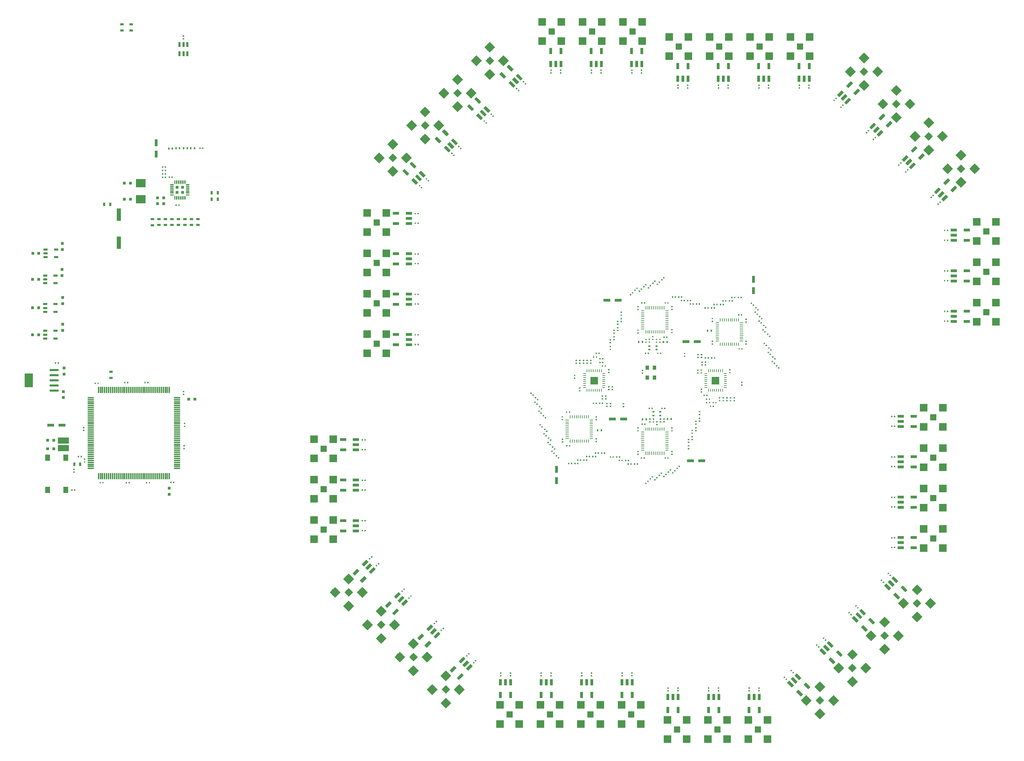
<source format=gtp>
G04 #@! TF.GenerationSoftware,KiCad,Pcbnew,(5.0.1)-4*
G04 #@! TF.CreationDate,2018-12-21T14:08:06-08:00*
G04 #@! TF.ProjectId,EllBayInd-LocOsc,456C6C426179496E642D4C6F634F7363,rev?*
G04 #@! TF.SameCoordinates,Original*
G04 #@! TF.FileFunction,Paste,Top*
G04 #@! TF.FilePolarity,Positive*
%FSLAX46Y46*%
G04 Gerber Fmt 4.6, Leading zero omitted, Abs format (unit mm)*
G04 Created by KiCad (PCBNEW (5.0.1)-4) date 12/21/2018 2:08:06 PM*
%MOMM*%
%LPD*%
G01*
G04 APERTURE LIST*
%ADD10C,0.200000*%
%ADD11C,0.318000*%
%ADD12R,1.860000X1.860000*%
%ADD13R,0.700000X0.250000*%
%ADD14R,0.250000X0.700000*%
%ADD15R,0.710000X0.280000*%
%ADD16C,0.280000*%
%ADD17R,0.280000X0.710000*%
%ADD18R,0.780000X0.780000*%
%ADD19C,0.300000*%
%ADD20R,0.300000X0.850000*%
%ADD21R,0.850000X0.300000*%
%ADD22R,0.650000X1.800000*%
%ADD23R,0.800000X0.750000*%
%ADD24R,1.800000X0.650000*%
%ADD25R,1.300000X1.550000*%
%ADD26R,0.750000X0.800000*%
%ADD27R,1.500000X1.500000*%
%ADD28R,1.900000X1.900000*%
%ADD29C,1.500000*%
%ADD30C,1.900000*%
%ADD31R,0.900000X0.500000*%
%ADD32R,0.400000X0.600000*%
%ADD33R,0.500000X0.900000*%
%ADD34R,0.600000X0.400000*%
%ADD35R,2.200000X0.600000*%
%ADD36R,2.150000X3.450000*%
%ADD37R,1.100000X0.600000*%
%ADD38R,1.550000X0.300000*%
%ADD39R,0.300000X1.550000*%
%ADD40R,0.600000X1.200000*%
%ADD41R,1.650000X0.760000*%
%ADD42R,0.760000X1.650000*%
%ADD43C,0.760000*%
%ADD44R,2.700000X1.500000*%
%ADD45R,2.400000X2.000000*%
%ADD46R,0.900000X1.000000*%
%ADD47R,1.100000X3.100000*%
G04 APERTURE END LIST*
D10*
G04 #@! TO.C,R296*
G36*
X219178689Y-123949652D02*
X219186407Y-123950797D01*
X219193975Y-123952692D01*
X219201320Y-123955321D01*
X219208373Y-123958656D01*
X219215065Y-123962667D01*
X219221331Y-123967315D01*
X219227112Y-123972554D01*
X219339542Y-124084984D01*
X219344781Y-124090765D01*
X219349429Y-124097031D01*
X219353440Y-124103723D01*
X219356775Y-124110776D01*
X219359404Y-124118121D01*
X219361299Y-124125689D01*
X219362444Y-124133407D01*
X219362827Y-124141199D01*
X219362444Y-124148991D01*
X219361299Y-124156709D01*
X219359404Y-124164277D01*
X219356775Y-124171622D01*
X219353440Y-124178675D01*
X219349429Y-124185367D01*
X219344781Y-124191633D01*
X219339542Y-124197414D01*
X219197414Y-124339542D01*
X219191633Y-124344781D01*
X219185367Y-124349429D01*
X219178675Y-124353440D01*
X219171622Y-124356775D01*
X219164277Y-124359404D01*
X219156709Y-124361299D01*
X219148991Y-124362444D01*
X219141199Y-124362827D01*
X219133407Y-124362444D01*
X219125689Y-124361299D01*
X219118121Y-124359404D01*
X219110776Y-124356775D01*
X219103723Y-124353440D01*
X219097031Y-124349429D01*
X219090765Y-124344781D01*
X219084984Y-124339542D01*
X218972554Y-124227112D01*
X218967315Y-124221331D01*
X218962667Y-124215065D01*
X218958656Y-124208373D01*
X218955321Y-124201320D01*
X218952692Y-124193975D01*
X218950797Y-124186407D01*
X218949652Y-124178689D01*
X218949269Y-124170897D01*
X218949652Y-124163105D01*
X218950797Y-124155387D01*
X218952692Y-124147819D01*
X218955321Y-124140474D01*
X218958656Y-124133421D01*
X218962667Y-124126729D01*
X218967315Y-124120463D01*
X218972554Y-124114682D01*
X219114682Y-123972554D01*
X219120463Y-123967315D01*
X219126729Y-123962667D01*
X219133421Y-123958656D01*
X219140474Y-123955321D01*
X219147819Y-123952692D01*
X219155387Y-123950797D01*
X219163105Y-123949652D01*
X219170897Y-123949269D01*
X219178689Y-123949652D01*
X219178689Y-123949652D01*
G37*
D11*
X219156048Y-124156048D03*
D10*
G36*
X219666593Y-124437556D02*
X219674311Y-124438701D01*
X219681879Y-124440596D01*
X219689224Y-124443225D01*
X219696277Y-124446560D01*
X219702969Y-124450571D01*
X219709235Y-124455219D01*
X219715016Y-124460458D01*
X219827446Y-124572888D01*
X219832685Y-124578669D01*
X219837333Y-124584935D01*
X219841344Y-124591627D01*
X219844679Y-124598680D01*
X219847308Y-124606025D01*
X219849203Y-124613593D01*
X219850348Y-124621311D01*
X219850731Y-124629103D01*
X219850348Y-124636895D01*
X219849203Y-124644613D01*
X219847308Y-124652181D01*
X219844679Y-124659526D01*
X219841344Y-124666579D01*
X219837333Y-124673271D01*
X219832685Y-124679537D01*
X219827446Y-124685318D01*
X219685318Y-124827446D01*
X219679537Y-124832685D01*
X219673271Y-124837333D01*
X219666579Y-124841344D01*
X219659526Y-124844679D01*
X219652181Y-124847308D01*
X219644613Y-124849203D01*
X219636895Y-124850348D01*
X219629103Y-124850731D01*
X219621311Y-124850348D01*
X219613593Y-124849203D01*
X219606025Y-124847308D01*
X219598680Y-124844679D01*
X219591627Y-124841344D01*
X219584935Y-124837333D01*
X219578669Y-124832685D01*
X219572888Y-124827446D01*
X219460458Y-124715016D01*
X219455219Y-124709235D01*
X219450571Y-124702969D01*
X219446560Y-124696277D01*
X219443225Y-124689224D01*
X219440596Y-124681879D01*
X219438701Y-124674311D01*
X219437556Y-124666593D01*
X219437173Y-124658801D01*
X219437556Y-124651009D01*
X219438701Y-124643291D01*
X219440596Y-124635723D01*
X219443225Y-124628378D01*
X219446560Y-124621325D01*
X219450571Y-124614633D01*
X219455219Y-124608367D01*
X219460458Y-124602586D01*
X219602586Y-124460458D01*
X219608367Y-124455219D01*
X219614633Y-124450571D01*
X219621325Y-124446560D01*
X219628378Y-124443225D01*
X219635723Y-124440596D01*
X219643291Y-124438701D01*
X219651009Y-124437556D01*
X219658801Y-124437173D01*
X219666593Y-124437556D01*
X219666593Y-124437556D01*
G37*
D11*
X219643952Y-124643952D03*
G04 #@! TD*
D12*
G04 #@! TO.C,U202*
X175000000Y-130000000D03*
D13*
X172600000Y-131750000D03*
X172600000Y-131250000D03*
X172600000Y-130750000D03*
X172600000Y-130250000D03*
X172600000Y-129750000D03*
X172600000Y-129250000D03*
X172600000Y-128750000D03*
X172600000Y-128250000D03*
D14*
X173250000Y-127600000D03*
X173750000Y-127600000D03*
X174250000Y-127600000D03*
X174750000Y-127600000D03*
X175250000Y-127600000D03*
X175750000Y-127600000D03*
X176250000Y-127600000D03*
X176750000Y-127600000D03*
D13*
X177400000Y-128250000D03*
X177400000Y-128750000D03*
X177400000Y-129250000D03*
X177400000Y-129750000D03*
X177400000Y-130250000D03*
X177400000Y-130750000D03*
X177400000Y-131250000D03*
X177400000Y-131750000D03*
D14*
X176750000Y-132400000D03*
X176250000Y-132400000D03*
X175750000Y-132400000D03*
X175250000Y-132400000D03*
X174750000Y-132400000D03*
X174250000Y-132400000D03*
X173750000Y-132400000D03*
X173250000Y-132400000D03*
G04 #@! TD*
D12*
G04 #@! TO.C,U203*
X205000000Y-130000000D03*
D13*
X207400000Y-128250000D03*
X207400000Y-128750000D03*
X207400000Y-129250000D03*
X207400000Y-129750000D03*
X207400000Y-130250000D03*
X207400000Y-130750000D03*
X207400000Y-131250000D03*
X207400000Y-131750000D03*
D14*
X206750000Y-132400000D03*
X206250000Y-132400000D03*
X205750000Y-132400000D03*
X205250000Y-132400000D03*
X204750000Y-132400000D03*
X204250000Y-132400000D03*
X203750000Y-132400000D03*
X203250000Y-132400000D03*
D13*
X202600000Y-131750000D03*
X202600000Y-131250000D03*
X202600000Y-130750000D03*
X202600000Y-130250000D03*
X202600000Y-129750000D03*
X202600000Y-129250000D03*
X202600000Y-128750000D03*
X202600000Y-128250000D03*
D14*
X203250000Y-127600000D03*
X203750000Y-127600000D03*
X204250000Y-127600000D03*
X204750000Y-127600000D03*
X205250000Y-127600000D03*
X205750000Y-127600000D03*
X206250000Y-127600000D03*
X206750000Y-127600000D03*
G04 #@! TD*
D15*
G04 #@! TO.C,U206*
X205355000Y-115750000D03*
D16*
X205710000Y-115750000D03*
D15*
X205355000Y-116250000D03*
D16*
X205710000Y-116250000D03*
D15*
X205355000Y-116750000D03*
D16*
X205710000Y-116750000D03*
D15*
X205355000Y-117250000D03*
D16*
X205710000Y-117250000D03*
D15*
X205355000Y-117750000D03*
D16*
X205710000Y-117750000D03*
D15*
X205355000Y-118250000D03*
D16*
X205710000Y-118250000D03*
D15*
X205355000Y-118750000D03*
D16*
X205710000Y-118750000D03*
D15*
X205355000Y-119250000D03*
D16*
X205710000Y-119250000D03*
D15*
X205355000Y-119750000D03*
D16*
X205710000Y-119750000D03*
D15*
X205355000Y-120250000D03*
D16*
X205710000Y-120250000D03*
D17*
X206150000Y-121045000D03*
D16*
X206150000Y-120690000D03*
D17*
X206650000Y-121045000D03*
D16*
X206650000Y-120690000D03*
D17*
X207150000Y-121045000D03*
D16*
X207150000Y-120690000D03*
D17*
X207650000Y-121045000D03*
D16*
X207650000Y-120690000D03*
D17*
X208150000Y-121045000D03*
D16*
X208150000Y-120690000D03*
D17*
X208650000Y-121045000D03*
D16*
X208650000Y-120690000D03*
D17*
X209150000Y-121045000D03*
D16*
X209150000Y-120690000D03*
D17*
X209650000Y-121045000D03*
D16*
X209650000Y-120690000D03*
D17*
X210150000Y-121045000D03*
D16*
X210150000Y-120690000D03*
D17*
X210650000Y-121045000D03*
D16*
X210650000Y-120690000D03*
D15*
X211445000Y-120250000D03*
D16*
X211090000Y-120250000D03*
D15*
X211445000Y-119750000D03*
D16*
X211090000Y-119750000D03*
D15*
X211445000Y-119250000D03*
D16*
X211090000Y-119250000D03*
D15*
X211445000Y-118750000D03*
D16*
X211090000Y-118750000D03*
D15*
X211445000Y-118250000D03*
D16*
X211090000Y-118250000D03*
D15*
X211445000Y-117750000D03*
D16*
X211090000Y-117750000D03*
D15*
X211445000Y-117250000D03*
D16*
X211090000Y-117250000D03*
D15*
X211445000Y-116750000D03*
D16*
X211090000Y-116750000D03*
D15*
X211445000Y-116250000D03*
D16*
X211090000Y-116250000D03*
D15*
X211445000Y-115750000D03*
D16*
X211090000Y-115750000D03*
D17*
X210650000Y-114955000D03*
D16*
X210650000Y-115310000D03*
D17*
X210150000Y-114955000D03*
D16*
X210150000Y-115310000D03*
D17*
X209650000Y-114955000D03*
D16*
X209650000Y-115310000D03*
D17*
X209150000Y-114955000D03*
D16*
X209150000Y-115310000D03*
D17*
X208650000Y-114955000D03*
D16*
X208650000Y-115310000D03*
D17*
X208150000Y-114955000D03*
D16*
X208150000Y-115310000D03*
D17*
X207650000Y-114955000D03*
D16*
X207650000Y-115310000D03*
D17*
X207150000Y-114955000D03*
D16*
X207150000Y-115310000D03*
D17*
X206650000Y-114955000D03*
D16*
X206650000Y-115310000D03*
D17*
X206150000Y-114955000D03*
D16*
X206150000Y-115310000D03*
G04 #@! TD*
D17*
G04 #@! TO.C,U201*
X187750000Y-118045000D03*
D16*
X187750000Y-117690000D03*
D17*
X188250000Y-118045000D03*
D16*
X188250000Y-117690000D03*
D17*
X188750000Y-118045000D03*
D16*
X188750000Y-117690000D03*
D17*
X189250000Y-118045000D03*
D16*
X189250000Y-117690000D03*
D17*
X189750000Y-118045000D03*
D16*
X189750000Y-117690000D03*
D17*
X190250000Y-118045000D03*
D16*
X190250000Y-117690000D03*
D17*
X190750000Y-118045000D03*
D16*
X190750000Y-117690000D03*
D17*
X191250000Y-118045000D03*
D16*
X191250000Y-117690000D03*
D17*
X191750000Y-118045000D03*
D16*
X191750000Y-117690000D03*
D17*
X192250000Y-118045000D03*
D16*
X192250000Y-117690000D03*
D15*
X193045000Y-117250000D03*
D16*
X192690000Y-117250000D03*
D15*
X193045000Y-116750000D03*
D16*
X192690000Y-116750000D03*
D15*
X193045000Y-116250000D03*
D16*
X192690000Y-116250000D03*
D15*
X193045000Y-115750000D03*
D16*
X192690000Y-115750000D03*
D15*
X193045000Y-115250000D03*
D16*
X192690000Y-115250000D03*
D15*
X193045000Y-114750000D03*
D16*
X192690000Y-114750000D03*
D15*
X193045000Y-114250000D03*
D16*
X192690000Y-114250000D03*
D15*
X193045000Y-113750000D03*
D16*
X192690000Y-113750000D03*
D15*
X193045000Y-113250000D03*
D16*
X192690000Y-113250000D03*
D15*
X193045000Y-112750000D03*
D16*
X192690000Y-112750000D03*
D17*
X192250000Y-111955000D03*
D16*
X192250000Y-112310000D03*
D17*
X191750000Y-111955000D03*
D16*
X191750000Y-112310000D03*
D17*
X191250000Y-111955000D03*
D16*
X191250000Y-112310000D03*
D17*
X190750000Y-111955000D03*
D16*
X190750000Y-112310000D03*
D17*
X190250000Y-111955000D03*
D16*
X190250000Y-112310000D03*
D17*
X189750000Y-111955000D03*
D16*
X189750000Y-112310000D03*
D17*
X189250000Y-111955000D03*
D16*
X189250000Y-112310000D03*
D17*
X188750000Y-111955000D03*
D16*
X188750000Y-112310000D03*
D17*
X188250000Y-111955000D03*
D16*
X188250000Y-112310000D03*
D17*
X187750000Y-111955000D03*
D16*
X187750000Y-112310000D03*
D15*
X186955000Y-112750000D03*
D16*
X187310000Y-112750000D03*
D15*
X186955000Y-113250000D03*
D16*
X187310000Y-113250000D03*
D15*
X186955000Y-113750000D03*
D16*
X187310000Y-113750000D03*
D15*
X186955000Y-114250000D03*
D16*
X187310000Y-114250000D03*
D15*
X186955000Y-114750000D03*
D16*
X187310000Y-114750000D03*
D15*
X186955000Y-115250000D03*
D16*
X187310000Y-115250000D03*
D15*
X186955000Y-115750000D03*
D16*
X187310000Y-115750000D03*
D15*
X186955000Y-116250000D03*
D16*
X187310000Y-116250000D03*
D15*
X186955000Y-116750000D03*
D16*
X187310000Y-116750000D03*
D15*
X186955000Y-117250000D03*
D16*
X187310000Y-117250000D03*
G04 #@! TD*
D17*
G04 #@! TO.C,U204*
X192250000Y-141955000D03*
D16*
X192250000Y-142310000D03*
D17*
X191750000Y-141955000D03*
D16*
X191750000Y-142310000D03*
D17*
X191250000Y-141955000D03*
D16*
X191250000Y-142310000D03*
D17*
X190750000Y-141955000D03*
D16*
X190750000Y-142310000D03*
D17*
X190250000Y-141955000D03*
D16*
X190250000Y-142310000D03*
D17*
X189750000Y-141955000D03*
D16*
X189750000Y-142310000D03*
D17*
X189250000Y-141955000D03*
D16*
X189250000Y-142310000D03*
D17*
X188750000Y-141955000D03*
D16*
X188750000Y-142310000D03*
D17*
X188250000Y-141955000D03*
D16*
X188250000Y-142310000D03*
D17*
X187750000Y-141955000D03*
D16*
X187750000Y-142310000D03*
D15*
X186955000Y-142750000D03*
D16*
X187310000Y-142750000D03*
D15*
X186955000Y-143250000D03*
D16*
X187310000Y-143250000D03*
D15*
X186955000Y-143750000D03*
D16*
X187310000Y-143750000D03*
D15*
X186955000Y-144250000D03*
D16*
X187310000Y-144250000D03*
D15*
X186955000Y-144750000D03*
D16*
X187310000Y-144750000D03*
D15*
X186955000Y-145250000D03*
D16*
X187310000Y-145250000D03*
D15*
X186955000Y-145750000D03*
D16*
X187310000Y-145750000D03*
D15*
X186955000Y-146250000D03*
D16*
X187310000Y-146250000D03*
D15*
X186955000Y-146750000D03*
D16*
X187310000Y-146750000D03*
D15*
X186955000Y-147250000D03*
D16*
X187310000Y-147250000D03*
D17*
X187750000Y-148045000D03*
D16*
X187750000Y-147690000D03*
D17*
X188250000Y-148045000D03*
D16*
X188250000Y-147690000D03*
D17*
X188750000Y-148045000D03*
D16*
X188750000Y-147690000D03*
D17*
X189250000Y-148045000D03*
D16*
X189250000Y-147690000D03*
D17*
X189750000Y-148045000D03*
D16*
X189750000Y-147690000D03*
D17*
X190250000Y-148045000D03*
D16*
X190250000Y-147690000D03*
D17*
X190750000Y-148045000D03*
D16*
X190750000Y-147690000D03*
D17*
X191250000Y-148045000D03*
D16*
X191250000Y-147690000D03*
D17*
X191750000Y-148045000D03*
D16*
X191750000Y-147690000D03*
D17*
X192250000Y-148045000D03*
D16*
X192250000Y-147690000D03*
D15*
X193045000Y-147250000D03*
D16*
X192690000Y-147250000D03*
D15*
X193045000Y-146750000D03*
D16*
X192690000Y-146750000D03*
D15*
X193045000Y-146250000D03*
D16*
X192690000Y-146250000D03*
D15*
X193045000Y-145750000D03*
D16*
X192690000Y-145750000D03*
D15*
X193045000Y-145250000D03*
D16*
X192690000Y-145250000D03*
D15*
X193045000Y-144750000D03*
D16*
X192690000Y-144750000D03*
D15*
X193045000Y-144250000D03*
D16*
X192690000Y-144250000D03*
D15*
X193045000Y-143750000D03*
D16*
X192690000Y-143750000D03*
D15*
X193045000Y-143250000D03*
D16*
X192690000Y-143250000D03*
D15*
X193045000Y-142750000D03*
D16*
X192690000Y-142750000D03*
G04 #@! TD*
D15*
G04 #@! TO.C,U207*
X174345000Y-144250000D03*
D16*
X173990000Y-144250000D03*
D15*
X174345000Y-143750000D03*
D16*
X173990000Y-143750000D03*
D15*
X174345000Y-143250000D03*
D16*
X173990000Y-143250000D03*
D15*
X174345000Y-142750000D03*
D16*
X173990000Y-142750000D03*
D15*
X174345000Y-142250000D03*
D16*
X173990000Y-142250000D03*
D15*
X174345000Y-141750000D03*
D16*
X173990000Y-141750000D03*
D15*
X174345000Y-141250000D03*
D16*
X173990000Y-141250000D03*
D15*
X174345000Y-140750000D03*
D16*
X173990000Y-140750000D03*
D15*
X174345000Y-140250000D03*
D16*
X173990000Y-140250000D03*
D15*
X174345000Y-139750000D03*
D16*
X173990000Y-139750000D03*
D17*
X173550000Y-138955000D03*
D16*
X173550000Y-139310000D03*
D17*
X173050000Y-138955000D03*
D16*
X173050000Y-139310000D03*
D17*
X172550000Y-138955000D03*
D16*
X172550000Y-139310000D03*
D17*
X172050000Y-138955000D03*
D16*
X172050000Y-139310000D03*
D17*
X171550000Y-138955000D03*
D16*
X171550000Y-139310000D03*
D17*
X171050000Y-138955000D03*
D16*
X171050000Y-139310000D03*
D17*
X170550000Y-138955000D03*
D16*
X170550000Y-139310000D03*
D17*
X170050000Y-138955000D03*
D16*
X170050000Y-139310000D03*
D17*
X169550000Y-138955000D03*
D16*
X169550000Y-139310000D03*
D17*
X169050000Y-138955000D03*
D16*
X169050000Y-139310000D03*
D15*
X168255000Y-139750000D03*
D16*
X168610000Y-139750000D03*
D15*
X168255000Y-140250000D03*
D16*
X168610000Y-140250000D03*
D15*
X168255000Y-140750000D03*
D16*
X168610000Y-140750000D03*
D15*
X168255000Y-141250000D03*
D16*
X168610000Y-141250000D03*
D15*
X168255000Y-141750000D03*
D16*
X168610000Y-141750000D03*
D15*
X168255000Y-142250000D03*
D16*
X168610000Y-142250000D03*
D15*
X168255000Y-142750000D03*
D16*
X168610000Y-142750000D03*
D15*
X168255000Y-143250000D03*
D16*
X168610000Y-143250000D03*
D15*
X168255000Y-143750000D03*
D16*
X168610000Y-143750000D03*
D15*
X168255000Y-144250000D03*
D16*
X168610000Y-144250000D03*
D17*
X169050000Y-145045000D03*
D16*
X169050000Y-144690000D03*
D17*
X169550000Y-145045000D03*
D16*
X169550000Y-144690000D03*
D17*
X170050000Y-145045000D03*
D16*
X170050000Y-144690000D03*
D17*
X170550000Y-145045000D03*
D16*
X170550000Y-144690000D03*
D17*
X171050000Y-145045000D03*
D16*
X171050000Y-144690000D03*
D17*
X171550000Y-145045000D03*
D16*
X171550000Y-144690000D03*
D17*
X172050000Y-145045000D03*
D16*
X172050000Y-144690000D03*
D17*
X172550000Y-145045000D03*
D16*
X172550000Y-144690000D03*
D17*
X173050000Y-145045000D03*
D16*
X173050000Y-144690000D03*
D17*
X173550000Y-145045000D03*
D16*
X173550000Y-144690000D03*
G04 #@! TD*
D18*
G04 #@! TO.C,U153*
X71900000Y-82200000D03*
X71900000Y-83500000D03*
X73200000Y-82200000D03*
X73200000Y-83500000D03*
D10*
G36*
X71382351Y-80475361D02*
X71389632Y-80476441D01*
X71396771Y-80478229D01*
X71403701Y-80480709D01*
X71410355Y-80483856D01*
X71416668Y-80487640D01*
X71422579Y-80492024D01*
X71428033Y-80496967D01*
X71432976Y-80502421D01*
X71437360Y-80508332D01*
X71441144Y-80514645D01*
X71444291Y-80521299D01*
X71446771Y-80528229D01*
X71448559Y-80535368D01*
X71449639Y-80542649D01*
X71450000Y-80550000D01*
X71450000Y-81250000D01*
X71449639Y-81257351D01*
X71448559Y-81264632D01*
X71446771Y-81271771D01*
X71444291Y-81278701D01*
X71441144Y-81285355D01*
X71437360Y-81291668D01*
X71432976Y-81297579D01*
X71428033Y-81303033D01*
X71422579Y-81307976D01*
X71416668Y-81312360D01*
X71410355Y-81316144D01*
X71403701Y-81319291D01*
X71396771Y-81321771D01*
X71389632Y-81323559D01*
X71382351Y-81324639D01*
X71375000Y-81325000D01*
X71225000Y-81325000D01*
X71217649Y-81324639D01*
X71210368Y-81323559D01*
X71203229Y-81321771D01*
X71196299Y-81319291D01*
X71189645Y-81316144D01*
X71183332Y-81312360D01*
X71177421Y-81307976D01*
X71171967Y-81303033D01*
X71167024Y-81297579D01*
X71162640Y-81291668D01*
X71158856Y-81285355D01*
X71155709Y-81278701D01*
X71153229Y-81271771D01*
X71151441Y-81264632D01*
X71150361Y-81257351D01*
X71150000Y-81250000D01*
X71150000Y-80550000D01*
X71150361Y-80542649D01*
X71151441Y-80535368D01*
X71153229Y-80528229D01*
X71155709Y-80521299D01*
X71158856Y-80514645D01*
X71162640Y-80508332D01*
X71167024Y-80502421D01*
X71171967Y-80496967D01*
X71177421Y-80492024D01*
X71183332Y-80487640D01*
X71189645Y-80483856D01*
X71196299Y-80480709D01*
X71203229Y-80478229D01*
X71210368Y-80476441D01*
X71217649Y-80475361D01*
X71225000Y-80475000D01*
X71375000Y-80475000D01*
X71382351Y-80475361D01*
X71382351Y-80475361D01*
G37*
D19*
X71300000Y-80900000D03*
D20*
X71800000Y-80900000D03*
X72300000Y-80900000D03*
X72800000Y-80900000D03*
X73300000Y-80900000D03*
D10*
G36*
X73882351Y-80475361D02*
X73889632Y-80476441D01*
X73896771Y-80478229D01*
X73903701Y-80480709D01*
X73910355Y-80483856D01*
X73916668Y-80487640D01*
X73922579Y-80492024D01*
X73928033Y-80496967D01*
X73932976Y-80502421D01*
X73937360Y-80508332D01*
X73941144Y-80514645D01*
X73944291Y-80521299D01*
X73946771Y-80528229D01*
X73948559Y-80535368D01*
X73949639Y-80542649D01*
X73950000Y-80550000D01*
X73950000Y-81250000D01*
X73949639Y-81257351D01*
X73948559Y-81264632D01*
X73946771Y-81271771D01*
X73944291Y-81278701D01*
X73941144Y-81285355D01*
X73937360Y-81291668D01*
X73932976Y-81297579D01*
X73928033Y-81303033D01*
X73922579Y-81307976D01*
X73916668Y-81312360D01*
X73910355Y-81316144D01*
X73903701Y-81319291D01*
X73896771Y-81321771D01*
X73889632Y-81323559D01*
X73882351Y-81324639D01*
X73875000Y-81325000D01*
X73725000Y-81325000D01*
X73717649Y-81324639D01*
X73710368Y-81323559D01*
X73703229Y-81321771D01*
X73696299Y-81319291D01*
X73689645Y-81316144D01*
X73683332Y-81312360D01*
X73677421Y-81307976D01*
X73671967Y-81303033D01*
X73667024Y-81297579D01*
X73662640Y-81291668D01*
X73658856Y-81285355D01*
X73655709Y-81278701D01*
X73653229Y-81271771D01*
X73651441Y-81264632D01*
X73650361Y-81257351D01*
X73650000Y-81250000D01*
X73650000Y-80550000D01*
X73650361Y-80542649D01*
X73651441Y-80535368D01*
X73653229Y-80528229D01*
X73655709Y-80521299D01*
X73658856Y-80514645D01*
X73662640Y-80508332D01*
X73667024Y-80502421D01*
X73671967Y-80496967D01*
X73677421Y-80492024D01*
X73683332Y-80487640D01*
X73689645Y-80483856D01*
X73696299Y-80480709D01*
X73703229Y-80478229D01*
X73710368Y-80476441D01*
X73717649Y-80475361D01*
X73725000Y-80475000D01*
X73875000Y-80475000D01*
X73882351Y-80475361D01*
X73882351Y-80475361D01*
G37*
D19*
X73800000Y-80900000D03*
D10*
G36*
X74857351Y-81450361D02*
X74864632Y-81451441D01*
X74871771Y-81453229D01*
X74878701Y-81455709D01*
X74885355Y-81458856D01*
X74891668Y-81462640D01*
X74897579Y-81467024D01*
X74903033Y-81471967D01*
X74907976Y-81477421D01*
X74912360Y-81483332D01*
X74916144Y-81489645D01*
X74919291Y-81496299D01*
X74921771Y-81503229D01*
X74923559Y-81510368D01*
X74924639Y-81517649D01*
X74925000Y-81525000D01*
X74925000Y-81675000D01*
X74924639Y-81682351D01*
X74923559Y-81689632D01*
X74921771Y-81696771D01*
X74919291Y-81703701D01*
X74916144Y-81710355D01*
X74912360Y-81716668D01*
X74907976Y-81722579D01*
X74903033Y-81728033D01*
X74897579Y-81732976D01*
X74891668Y-81737360D01*
X74885355Y-81741144D01*
X74878701Y-81744291D01*
X74871771Y-81746771D01*
X74864632Y-81748559D01*
X74857351Y-81749639D01*
X74850000Y-81750000D01*
X74150000Y-81750000D01*
X74142649Y-81749639D01*
X74135368Y-81748559D01*
X74128229Y-81746771D01*
X74121299Y-81744291D01*
X74114645Y-81741144D01*
X74108332Y-81737360D01*
X74102421Y-81732976D01*
X74096967Y-81728033D01*
X74092024Y-81722579D01*
X74087640Y-81716668D01*
X74083856Y-81710355D01*
X74080709Y-81703701D01*
X74078229Y-81696771D01*
X74076441Y-81689632D01*
X74075361Y-81682351D01*
X74075000Y-81675000D01*
X74075000Y-81525000D01*
X74075361Y-81517649D01*
X74076441Y-81510368D01*
X74078229Y-81503229D01*
X74080709Y-81496299D01*
X74083856Y-81489645D01*
X74087640Y-81483332D01*
X74092024Y-81477421D01*
X74096967Y-81471967D01*
X74102421Y-81467024D01*
X74108332Y-81462640D01*
X74114645Y-81458856D01*
X74121299Y-81455709D01*
X74128229Y-81453229D01*
X74135368Y-81451441D01*
X74142649Y-81450361D01*
X74150000Y-81450000D01*
X74850000Y-81450000D01*
X74857351Y-81450361D01*
X74857351Y-81450361D01*
G37*
D19*
X74500000Y-81600000D03*
D21*
X74500000Y-82100000D03*
X74500000Y-82600000D03*
X74500000Y-83100000D03*
X74500000Y-83600000D03*
D10*
G36*
X74857351Y-83950361D02*
X74864632Y-83951441D01*
X74871771Y-83953229D01*
X74878701Y-83955709D01*
X74885355Y-83958856D01*
X74891668Y-83962640D01*
X74897579Y-83967024D01*
X74903033Y-83971967D01*
X74907976Y-83977421D01*
X74912360Y-83983332D01*
X74916144Y-83989645D01*
X74919291Y-83996299D01*
X74921771Y-84003229D01*
X74923559Y-84010368D01*
X74924639Y-84017649D01*
X74925000Y-84025000D01*
X74925000Y-84175000D01*
X74924639Y-84182351D01*
X74923559Y-84189632D01*
X74921771Y-84196771D01*
X74919291Y-84203701D01*
X74916144Y-84210355D01*
X74912360Y-84216668D01*
X74907976Y-84222579D01*
X74903033Y-84228033D01*
X74897579Y-84232976D01*
X74891668Y-84237360D01*
X74885355Y-84241144D01*
X74878701Y-84244291D01*
X74871771Y-84246771D01*
X74864632Y-84248559D01*
X74857351Y-84249639D01*
X74850000Y-84250000D01*
X74150000Y-84250000D01*
X74142649Y-84249639D01*
X74135368Y-84248559D01*
X74128229Y-84246771D01*
X74121299Y-84244291D01*
X74114645Y-84241144D01*
X74108332Y-84237360D01*
X74102421Y-84232976D01*
X74096967Y-84228033D01*
X74092024Y-84222579D01*
X74087640Y-84216668D01*
X74083856Y-84210355D01*
X74080709Y-84203701D01*
X74078229Y-84196771D01*
X74076441Y-84189632D01*
X74075361Y-84182351D01*
X74075000Y-84175000D01*
X74075000Y-84025000D01*
X74075361Y-84017649D01*
X74076441Y-84010368D01*
X74078229Y-84003229D01*
X74080709Y-83996299D01*
X74083856Y-83989645D01*
X74087640Y-83983332D01*
X74092024Y-83977421D01*
X74096967Y-83971967D01*
X74102421Y-83967024D01*
X74108332Y-83962640D01*
X74114645Y-83958856D01*
X74121299Y-83955709D01*
X74128229Y-83953229D01*
X74135368Y-83951441D01*
X74142649Y-83950361D01*
X74150000Y-83950000D01*
X74850000Y-83950000D01*
X74857351Y-83950361D01*
X74857351Y-83950361D01*
G37*
D19*
X74500000Y-84100000D03*
D10*
G36*
X73882351Y-84375361D02*
X73889632Y-84376441D01*
X73896771Y-84378229D01*
X73903701Y-84380709D01*
X73910355Y-84383856D01*
X73916668Y-84387640D01*
X73922579Y-84392024D01*
X73928033Y-84396967D01*
X73932976Y-84402421D01*
X73937360Y-84408332D01*
X73941144Y-84414645D01*
X73944291Y-84421299D01*
X73946771Y-84428229D01*
X73948559Y-84435368D01*
X73949639Y-84442649D01*
X73950000Y-84450000D01*
X73950000Y-85150000D01*
X73949639Y-85157351D01*
X73948559Y-85164632D01*
X73946771Y-85171771D01*
X73944291Y-85178701D01*
X73941144Y-85185355D01*
X73937360Y-85191668D01*
X73932976Y-85197579D01*
X73928033Y-85203033D01*
X73922579Y-85207976D01*
X73916668Y-85212360D01*
X73910355Y-85216144D01*
X73903701Y-85219291D01*
X73896771Y-85221771D01*
X73889632Y-85223559D01*
X73882351Y-85224639D01*
X73875000Y-85225000D01*
X73725000Y-85225000D01*
X73717649Y-85224639D01*
X73710368Y-85223559D01*
X73703229Y-85221771D01*
X73696299Y-85219291D01*
X73689645Y-85216144D01*
X73683332Y-85212360D01*
X73677421Y-85207976D01*
X73671967Y-85203033D01*
X73667024Y-85197579D01*
X73662640Y-85191668D01*
X73658856Y-85185355D01*
X73655709Y-85178701D01*
X73653229Y-85171771D01*
X73651441Y-85164632D01*
X73650361Y-85157351D01*
X73650000Y-85150000D01*
X73650000Y-84450000D01*
X73650361Y-84442649D01*
X73651441Y-84435368D01*
X73653229Y-84428229D01*
X73655709Y-84421299D01*
X73658856Y-84414645D01*
X73662640Y-84408332D01*
X73667024Y-84402421D01*
X73671967Y-84396967D01*
X73677421Y-84392024D01*
X73683332Y-84387640D01*
X73689645Y-84383856D01*
X73696299Y-84380709D01*
X73703229Y-84378229D01*
X73710368Y-84376441D01*
X73717649Y-84375361D01*
X73725000Y-84375000D01*
X73875000Y-84375000D01*
X73882351Y-84375361D01*
X73882351Y-84375361D01*
G37*
D19*
X73800000Y-84800000D03*
D20*
X73300000Y-84800000D03*
X72800000Y-84800000D03*
X72300000Y-84800000D03*
X71800000Y-84800000D03*
D10*
G36*
X71382351Y-84375361D02*
X71389632Y-84376441D01*
X71396771Y-84378229D01*
X71403701Y-84380709D01*
X71410355Y-84383856D01*
X71416668Y-84387640D01*
X71422579Y-84392024D01*
X71428033Y-84396967D01*
X71432976Y-84402421D01*
X71437360Y-84408332D01*
X71441144Y-84414645D01*
X71444291Y-84421299D01*
X71446771Y-84428229D01*
X71448559Y-84435368D01*
X71449639Y-84442649D01*
X71450000Y-84450000D01*
X71450000Y-85150000D01*
X71449639Y-85157351D01*
X71448559Y-85164632D01*
X71446771Y-85171771D01*
X71444291Y-85178701D01*
X71441144Y-85185355D01*
X71437360Y-85191668D01*
X71432976Y-85197579D01*
X71428033Y-85203033D01*
X71422579Y-85207976D01*
X71416668Y-85212360D01*
X71410355Y-85216144D01*
X71403701Y-85219291D01*
X71396771Y-85221771D01*
X71389632Y-85223559D01*
X71382351Y-85224639D01*
X71375000Y-85225000D01*
X71225000Y-85225000D01*
X71217649Y-85224639D01*
X71210368Y-85223559D01*
X71203229Y-85221771D01*
X71196299Y-85219291D01*
X71189645Y-85216144D01*
X71183332Y-85212360D01*
X71177421Y-85207976D01*
X71171967Y-85203033D01*
X71167024Y-85197579D01*
X71162640Y-85191668D01*
X71158856Y-85185355D01*
X71155709Y-85178701D01*
X71153229Y-85171771D01*
X71151441Y-85164632D01*
X71150361Y-85157351D01*
X71150000Y-85150000D01*
X71150000Y-84450000D01*
X71150361Y-84442649D01*
X71151441Y-84435368D01*
X71153229Y-84428229D01*
X71155709Y-84421299D01*
X71158856Y-84414645D01*
X71162640Y-84408332D01*
X71167024Y-84402421D01*
X71171967Y-84396967D01*
X71177421Y-84392024D01*
X71183332Y-84387640D01*
X71189645Y-84383856D01*
X71196299Y-84380709D01*
X71203229Y-84378229D01*
X71210368Y-84376441D01*
X71217649Y-84375361D01*
X71225000Y-84375000D01*
X71375000Y-84375000D01*
X71382351Y-84375361D01*
X71382351Y-84375361D01*
G37*
D19*
X71300000Y-84800000D03*
D10*
G36*
X70957351Y-83950361D02*
X70964632Y-83951441D01*
X70971771Y-83953229D01*
X70978701Y-83955709D01*
X70985355Y-83958856D01*
X70991668Y-83962640D01*
X70997579Y-83967024D01*
X71003033Y-83971967D01*
X71007976Y-83977421D01*
X71012360Y-83983332D01*
X71016144Y-83989645D01*
X71019291Y-83996299D01*
X71021771Y-84003229D01*
X71023559Y-84010368D01*
X71024639Y-84017649D01*
X71025000Y-84025000D01*
X71025000Y-84175000D01*
X71024639Y-84182351D01*
X71023559Y-84189632D01*
X71021771Y-84196771D01*
X71019291Y-84203701D01*
X71016144Y-84210355D01*
X71012360Y-84216668D01*
X71007976Y-84222579D01*
X71003033Y-84228033D01*
X70997579Y-84232976D01*
X70991668Y-84237360D01*
X70985355Y-84241144D01*
X70978701Y-84244291D01*
X70971771Y-84246771D01*
X70964632Y-84248559D01*
X70957351Y-84249639D01*
X70950000Y-84250000D01*
X70250000Y-84250000D01*
X70242649Y-84249639D01*
X70235368Y-84248559D01*
X70228229Y-84246771D01*
X70221299Y-84244291D01*
X70214645Y-84241144D01*
X70208332Y-84237360D01*
X70202421Y-84232976D01*
X70196967Y-84228033D01*
X70192024Y-84222579D01*
X70187640Y-84216668D01*
X70183856Y-84210355D01*
X70180709Y-84203701D01*
X70178229Y-84196771D01*
X70176441Y-84189632D01*
X70175361Y-84182351D01*
X70175000Y-84175000D01*
X70175000Y-84025000D01*
X70175361Y-84017649D01*
X70176441Y-84010368D01*
X70178229Y-84003229D01*
X70180709Y-83996299D01*
X70183856Y-83989645D01*
X70187640Y-83983332D01*
X70192024Y-83977421D01*
X70196967Y-83971967D01*
X70202421Y-83967024D01*
X70208332Y-83962640D01*
X70214645Y-83958856D01*
X70221299Y-83955709D01*
X70228229Y-83953229D01*
X70235368Y-83951441D01*
X70242649Y-83950361D01*
X70250000Y-83950000D01*
X70950000Y-83950000D01*
X70957351Y-83950361D01*
X70957351Y-83950361D01*
G37*
D19*
X70600000Y-84100000D03*
D21*
X70600000Y-83600000D03*
X70600000Y-83100000D03*
X70600000Y-82600000D03*
X70600000Y-82100000D03*
D10*
G36*
X70957351Y-81450361D02*
X70964632Y-81451441D01*
X70971771Y-81453229D01*
X70978701Y-81455709D01*
X70985355Y-81458856D01*
X70991668Y-81462640D01*
X70997579Y-81467024D01*
X71003033Y-81471967D01*
X71007976Y-81477421D01*
X71012360Y-81483332D01*
X71016144Y-81489645D01*
X71019291Y-81496299D01*
X71021771Y-81503229D01*
X71023559Y-81510368D01*
X71024639Y-81517649D01*
X71025000Y-81525000D01*
X71025000Y-81675000D01*
X71024639Y-81682351D01*
X71023559Y-81689632D01*
X71021771Y-81696771D01*
X71019291Y-81703701D01*
X71016144Y-81710355D01*
X71012360Y-81716668D01*
X71007976Y-81722579D01*
X71003033Y-81728033D01*
X70997579Y-81732976D01*
X70991668Y-81737360D01*
X70985355Y-81741144D01*
X70978701Y-81744291D01*
X70971771Y-81746771D01*
X70964632Y-81748559D01*
X70957351Y-81749639D01*
X70950000Y-81750000D01*
X70250000Y-81750000D01*
X70242649Y-81749639D01*
X70235368Y-81748559D01*
X70228229Y-81746771D01*
X70221299Y-81744291D01*
X70214645Y-81741144D01*
X70208332Y-81737360D01*
X70202421Y-81732976D01*
X70196967Y-81728033D01*
X70192024Y-81722579D01*
X70187640Y-81716668D01*
X70183856Y-81710355D01*
X70180709Y-81703701D01*
X70178229Y-81696771D01*
X70176441Y-81689632D01*
X70175361Y-81682351D01*
X70175000Y-81675000D01*
X70175000Y-81525000D01*
X70175361Y-81517649D01*
X70176441Y-81510368D01*
X70178229Y-81503229D01*
X70180709Y-81496299D01*
X70183856Y-81489645D01*
X70187640Y-81483332D01*
X70192024Y-81477421D01*
X70196967Y-81471967D01*
X70202421Y-81467024D01*
X70208332Y-81462640D01*
X70214645Y-81458856D01*
X70221299Y-81455709D01*
X70228229Y-81453229D01*
X70235368Y-81451441D01*
X70242649Y-81450361D01*
X70250000Y-81450000D01*
X70950000Y-81450000D01*
X70957351Y-81450361D01*
X70957351Y-81450361D01*
G37*
D19*
X70600000Y-81600000D03*
G04 #@! TD*
D22*
G04 #@! TO.C,C161*
X66687466Y-73995808D03*
X66687466Y-71195808D03*
G04 #@! TD*
D10*
G04 #@! TO.C,R211*
G36*
X176272292Y-123120383D02*
X176280010Y-123121528D01*
X176287578Y-123123423D01*
X176294923Y-123126052D01*
X176301976Y-123129387D01*
X176308668Y-123133398D01*
X176314934Y-123138046D01*
X176320715Y-123143285D01*
X176325954Y-123149066D01*
X176330602Y-123155332D01*
X176334613Y-123162024D01*
X176337948Y-123169077D01*
X176340577Y-123176422D01*
X176342472Y-123183990D01*
X176343617Y-123191708D01*
X176344000Y-123199500D01*
X176344000Y-123400500D01*
X176343617Y-123408292D01*
X176342472Y-123416010D01*
X176340577Y-123423578D01*
X176337948Y-123430923D01*
X176334613Y-123437976D01*
X176330602Y-123444668D01*
X176325954Y-123450934D01*
X176320715Y-123456715D01*
X176314934Y-123461954D01*
X176308668Y-123466602D01*
X176301976Y-123470613D01*
X176294923Y-123473948D01*
X176287578Y-123476577D01*
X176280010Y-123478472D01*
X176272292Y-123479617D01*
X176264500Y-123480000D01*
X176105500Y-123480000D01*
X176097708Y-123479617D01*
X176089990Y-123478472D01*
X176082422Y-123476577D01*
X176075077Y-123473948D01*
X176068024Y-123470613D01*
X176061332Y-123466602D01*
X176055066Y-123461954D01*
X176049285Y-123456715D01*
X176044046Y-123450934D01*
X176039398Y-123444668D01*
X176035387Y-123437976D01*
X176032052Y-123430923D01*
X176029423Y-123423578D01*
X176027528Y-123416010D01*
X176026383Y-123408292D01*
X176026000Y-123400500D01*
X176026000Y-123199500D01*
X176026383Y-123191708D01*
X176027528Y-123183990D01*
X176029423Y-123176422D01*
X176032052Y-123169077D01*
X176035387Y-123162024D01*
X176039398Y-123155332D01*
X176044046Y-123149066D01*
X176049285Y-123143285D01*
X176055066Y-123138046D01*
X176061332Y-123133398D01*
X176068024Y-123129387D01*
X176075077Y-123126052D01*
X176082422Y-123123423D01*
X176089990Y-123121528D01*
X176097708Y-123120383D01*
X176105500Y-123120000D01*
X176264500Y-123120000D01*
X176272292Y-123120383D01*
X176272292Y-123120383D01*
G37*
D11*
X176185000Y-123300000D03*
D10*
G36*
X175582292Y-123120383D02*
X175590010Y-123121528D01*
X175597578Y-123123423D01*
X175604923Y-123126052D01*
X175611976Y-123129387D01*
X175618668Y-123133398D01*
X175624934Y-123138046D01*
X175630715Y-123143285D01*
X175635954Y-123149066D01*
X175640602Y-123155332D01*
X175644613Y-123162024D01*
X175647948Y-123169077D01*
X175650577Y-123176422D01*
X175652472Y-123183990D01*
X175653617Y-123191708D01*
X175654000Y-123199500D01*
X175654000Y-123400500D01*
X175653617Y-123408292D01*
X175652472Y-123416010D01*
X175650577Y-123423578D01*
X175647948Y-123430923D01*
X175644613Y-123437976D01*
X175640602Y-123444668D01*
X175635954Y-123450934D01*
X175630715Y-123456715D01*
X175624934Y-123461954D01*
X175618668Y-123466602D01*
X175611976Y-123470613D01*
X175604923Y-123473948D01*
X175597578Y-123476577D01*
X175590010Y-123478472D01*
X175582292Y-123479617D01*
X175574500Y-123480000D01*
X175415500Y-123480000D01*
X175407708Y-123479617D01*
X175399990Y-123478472D01*
X175392422Y-123476577D01*
X175385077Y-123473948D01*
X175378024Y-123470613D01*
X175371332Y-123466602D01*
X175365066Y-123461954D01*
X175359285Y-123456715D01*
X175354046Y-123450934D01*
X175349398Y-123444668D01*
X175345387Y-123437976D01*
X175342052Y-123430923D01*
X175339423Y-123423578D01*
X175337528Y-123416010D01*
X175336383Y-123408292D01*
X175336000Y-123400500D01*
X175336000Y-123199500D01*
X175336383Y-123191708D01*
X175337528Y-123183990D01*
X175339423Y-123176422D01*
X175342052Y-123169077D01*
X175345387Y-123162024D01*
X175349398Y-123155332D01*
X175354046Y-123149066D01*
X175359285Y-123143285D01*
X175365066Y-123138046D01*
X175371332Y-123133398D01*
X175378024Y-123129387D01*
X175385077Y-123126052D01*
X175392422Y-123123423D01*
X175399990Y-123121528D01*
X175407708Y-123120383D01*
X175415500Y-123120000D01*
X175574500Y-123120000D01*
X175582292Y-123120383D01*
X175582292Y-123120383D01*
G37*
D11*
X175495000Y-123300000D03*
G04 #@! TD*
D10*
G04 #@! TO.C,C247*
G36*
X174942292Y-124020383D02*
X174950010Y-124021528D01*
X174957578Y-124023423D01*
X174964923Y-124026052D01*
X174971976Y-124029387D01*
X174978668Y-124033398D01*
X174984934Y-124038046D01*
X174990715Y-124043285D01*
X174995954Y-124049066D01*
X175000602Y-124055332D01*
X175004613Y-124062024D01*
X175007948Y-124069077D01*
X175010577Y-124076422D01*
X175012472Y-124083990D01*
X175013617Y-124091708D01*
X175014000Y-124099500D01*
X175014000Y-124300500D01*
X175013617Y-124308292D01*
X175012472Y-124316010D01*
X175010577Y-124323578D01*
X175007948Y-124330923D01*
X175004613Y-124337976D01*
X175000602Y-124344668D01*
X174995954Y-124350934D01*
X174990715Y-124356715D01*
X174984934Y-124361954D01*
X174978668Y-124366602D01*
X174971976Y-124370613D01*
X174964923Y-124373948D01*
X174957578Y-124376577D01*
X174950010Y-124378472D01*
X174942292Y-124379617D01*
X174934500Y-124380000D01*
X174775500Y-124380000D01*
X174767708Y-124379617D01*
X174759990Y-124378472D01*
X174752422Y-124376577D01*
X174745077Y-124373948D01*
X174738024Y-124370613D01*
X174731332Y-124366602D01*
X174725066Y-124361954D01*
X174719285Y-124356715D01*
X174714046Y-124350934D01*
X174709398Y-124344668D01*
X174705387Y-124337976D01*
X174702052Y-124330923D01*
X174699423Y-124323578D01*
X174697528Y-124316010D01*
X174696383Y-124308292D01*
X174696000Y-124300500D01*
X174696000Y-124099500D01*
X174696383Y-124091708D01*
X174697528Y-124083990D01*
X174699423Y-124076422D01*
X174702052Y-124069077D01*
X174705387Y-124062024D01*
X174709398Y-124055332D01*
X174714046Y-124049066D01*
X174719285Y-124043285D01*
X174725066Y-124038046D01*
X174731332Y-124033398D01*
X174738024Y-124029387D01*
X174745077Y-124026052D01*
X174752422Y-124023423D01*
X174759990Y-124021528D01*
X174767708Y-124020383D01*
X174775500Y-124020000D01*
X174934500Y-124020000D01*
X174942292Y-124020383D01*
X174942292Y-124020383D01*
G37*
D11*
X174855000Y-124200000D03*
D10*
G36*
X175632292Y-124020383D02*
X175640010Y-124021528D01*
X175647578Y-124023423D01*
X175654923Y-124026052D01*
X175661976Y-124029387D01*
X175668668Y-124033398D01*
X175674934Y-124038046D01*
X175680715Y-124043285D01*
X175685954Y-124049066D01*
X175690602Y-124055332D01*
X175694613Y-124062024D01*
X175697948Y-124069077D01*
X175700577Y-124076422D01*
X175702472Y-124083990D01*
X175703617Y-124091708D01*
X175704000Y-124099500D01*
X175704000Y-124300500D01*
X175703617Y-124308292D01*
X175702472Y-124316010D01*
X175700577Y-124323578D01*
X175697948Y-124330923D01*
X175694613Y-124337976D01*
X175690602Y-124344668D01*
X175685954Y-124350934D01*
X175680715Y-124356715D01*
X175674934Y-124361954D01*
X175668668Y-124366602D01*
X175661976Y-124370613D01*
X175654923Y-124373948D01*
X175647578Y-124376577D01*
X175640010Y-124378472D01*
X175632292Y-124379617D01*
X175624500Y-124380000D01*
X175465500Y-124380000D01*
X175457708Y-124379617D01*
X175449990Y-124378472D01*
X175442422Y-124376577D01*
X175435077Y-124373948D01*
X175428024Y-124370613D01*
X175421332Y-124366602D01*
X175415066Y-124361954D01*
X175409285Y-124356715D01*
X175404046Y-124350934D01*
X175399398Y-124344668D01*
X175395387Y-124337976D01*
X175392052Y-124330923D01*
X175389423Y-124323578D01*
X175387528Y-124316010D01*
X175386383Y-124308292D01*
X175386000Y-124300500D01*
X175386000Y-124099500D01*
X175386383Y-124091708D01*
X175387528Y-124083990D01*
X175389423Y-124076422D01*
X175392052Y-124069077D01*
X175395387Y-124062024D01*
X175399398Y-124055332D01*
X175404046Y-124049066D01*
X175409285Y-124043285D01*
X175415066Y-124038046D01*
X175421332Y-124033398D01*
X175428024Y-124029387D01*
X175435077Y-124026052D01*
X175442422Y-124023423D01*
X175449990Y-124021528D01*
X175457708Y-124020383D01*
X175465500Y-124020000D01*
X175624500Y-124020000D01*
X175632292Y-124020383D01*
X175632292Y-124020383D01*
G37*
D11*
X175545000Y-124200000D03*
G04 #@! TD*
D10*
G04 #@! TO.C,C215*
G36*
X177186847Y-125361136D02*
X177194565Y-125362281D01*
X177202133Y-125364176D01*
X177209478Y-125366805D01*
X177216531Y-125370140D01*
X177223223Y-125374151D01*
X177229489Y-125378799D01*
X177235270Y-125384038D01*
X177240509Y-125389819D01*
X177245157Y-125396085D01*
X177249168Y-125402777D01*
X177252503Y-125409830D01*
X177255132Y-125417175D01*
X177257027Y-125424743D01*
X177258172Y-125432461D01*
X177258555Y-125440253D01*
X177258555Y-125641253D01*
X177258172Y-125649045D01*
X177257027Y-125656763D01*
X177255132Y-125664331D01*
X177252503Y-125671676D01*
X177249168Y-125678729D01*
X177245157Y-125685421D01*
X177240509Y-125691687D01*
X177235270Y-125697468D01*
X177229489Y-125702707D01*
X177223223Y-125707355D01*
X177216531Y-125711366D01*
X177209478Y-125714701D01*
X177202133Y-125717330D01*
X177194565Y-125719225D01*
X177186847Y-125720370D01*
X177179055Y-125720753D01*
X177020055Y-125720753D01*
X177012263Y-125720370D01*
X177004545Y-125719225D01*
X176996977Y-125717330D01*
X176989632Y-125714701D01*
X176982579Y-125711366D01*
X176975887Y-125707355D01*
X176969621Y-125702707D01*
X176963840Y-125697468D01*
X176958601Y-125691687D01*
X176953953Y-125685421D01*
X176949942Y-125678729D01*
X176946607Y-125671676D01*
X176943978Y-125664331D01*
X176942083Y-125656763D01*
X176940938Y-125649045D01*
X176940555Y-125641253D01*
X176940555Y-125440253D01*
X176940938Y-125432461D01*
X176942083Y-125424743D01*
X176943978Y-125417175D01*
X176946607Y-125409830D01*
X176949942Y-125402777D01*
X176953953Y-125396085D01*
X176958601Y-125389819D01*
X176963840Y-125384038D01*
X176969621Y-125378799D01*
X176975887Y-125374151D01*
X176982579Y-125370140D01*
X176989632Y-125366805D01*
X176996977Y-125364176D01*
X177004545Y-125362281D01*
X177012263Y-125361136D01*
X177020055Y-125360753D01*
X177179055Y-125360753D01*
X177186847Y-125361136D01*
X177186847Y-125361136D01*
G37*
D11*
X177099555Y-125540753D03*
D10*
G36*
X176496847Y-125361136D02*
X176504565Y-125362281D01*
X176512133Y-125364176D01*
X176519478Y-125366805D01*
X176526531Y-125370140D01*
X176533223Y-125374151D01*
X176539489Y-125378799D01*
X176545270Y-125384038D01*
X176550509Y-125389819D01*
X176555157Y-125396085D01*
X176559168Y-125402777D01*
X176562503Y-125409830D01*
X176565132Y-125417175D01*
X176567027Y-125424743D01*
X176568172Y-125432461D01*
X176568555Y-125440253D01*
X176568555Y-125641253D01*
X176568172Y-125649045D01*
X176567027Y-125656763D01*
X176565132Y-125664331D01*
X176562503Y-125671676D01*
X176559168Y-125678729D01*
X176555157Y-125685421D01*
X176550509Y-125691687D01*
X176545270Y-125697468D01*
X176539489Y-125702707D01*
X176533223Y-125707355D01*
X176526531Y-125711366D01*
X176519478Y-125714701D01*
X176512133Y-125717330D01*
X176504565Y-125719225D01*
X176496847Y-125720370D01*
X176489055Y-125720753D01*
X176330055Y-125720753D01*
X176322263Y-125720370D01*
X176314545Y-125719225D01*
X176306977Y-125717330D01*
X176299632Y-125714701D01*
X176292579Y-125711366D01*
X176285887Y-125707355D01*
X176279621Y-125702707D01*
X176273840Y-125697468D01*
X176268601Y-125691687D01*
X176263953Y-125685421D01*
X176259942Y-125678729D01*
X176256607Y-125671676D01*
X176253978Y-125664331D01*
X176252083Y-125656763D01*
X176250938Y-125649045D01*
X176250555Y-125641253D01*
X176250555Y-125440253D01*
X176250938Y-125432461D01*
X176252083Y-125424743D01*
X176253978Y-125417175D01*
X176256607Y-125409830D01*
X176259942Y-125402777D01*
X176263953Y-125396085D01*
X176268601Y-125389819D01*
X176273840Y-125384038D01*
X176279621Y-125378799D01*
X176285887Y-125374151D01*
X176292579Y-125370140D01*
X176299632Y-125366805D01*
X176306977Y-125364176D01*
X176314545Y-125362281D01*
X176322263Y-125361136D01*
X176330055Y-125360753D01*
X176489055Y-125360753D01*
X176496847Y-125361136D01*
X176496847Y-125361136D01*
G37*
D11*
X176409555Y-125540753D03*
G04 #@! TD*
D23*
G04 #@! TO.C,C120*
X37650000Y-118660000D03*
X36150000Y-118660000D03*
G04 #@! TD*
D10*
G04 #@! TO.C,C276*
G36*
X167228292Y-138806383D02*
X167236010Y-138807528D01*
X167243578Y-138809423D01*
X167250923Y-138812052D01*
X167257976Y-138815387D01*
X167264668Y-138819398D01*
X167270934Y-138824046D01*
X167276715Y-138829285D01*
X167281954Y-138835066D01*
X167286602Y-138841332D01*
X167290613Y-138848024D01*
X167293948Y-138855077D01*
X167296577Y-138862422D01*
X167298472Y-138869990D01*
X167299617Y-138877708D01*
X167300000Y-138885500D01*
X167300000Y-139044500D01*
X167299617Y-139052292D01*
X167298472Y-139060010D01*
X167296577Y-139067578D01*
X167293948Y-139074923D01*
X167290613Y-139081976D01*
X167286602Y-139088668D01*
X167281954Y-139094934D01*
X167276715Y-139100715D01*
X167270934Y-139105954D01*
X167264668Y-139110602D01*
X167257976Y-139114613D01*
X167250923Y-139117948D01*
X167243578Y-139120577D01*
X167236010Y-139122472D01*
X167228292Y-139123617D01*
X167220500Y-139124000D01*
X167019500Y-139124000D01*
X167011708Y-139123617D01*
X167003990Y-139122472D01*
X166996422Y-139120577D01*
X166989077Y-139117948D01*
X166982024Y-139114613D01*
X166975332Y-139110602D01*
X166969066Y-139105954D01*
X166963285Y-139100715D01*
X166958046Y-139094934D01*
X166953398Y-139088668D01*
X166949387Y-139081976D01*
X166946052Y-139074923D01*
X166943423Y-139067578D01*
X166941528Y-139060010D01*
X166940383Y-139052292D01*
X166940000Y-139044500D01*
X166940000Y-138885500D01*
X166940383Y-138877708D01*
X166941528Y-138869990D01*
X166943423Y-138862422D01*
X166946052Y-138855077D01*
X166949387Y-138848024D01*
X166953398Y-138841332D01*
X166958046Y-138835066D01*
X166963285Y-138829285D01*
X166969066Y-138824046D01*
X166975332Y-138819398D01*
X166982024Y-138815387D01*
X166989077Y-138812052D01*
X166996422Y-138809423D01*
X167003990Y-138807528D01*
X167011708Y-138806383D01*
X167019500Y-138806000D01*
X167220500Y-138806000D01*
X167228292Y-138806383D01*
X167228292Y-138806383D01*
G37*
D11*
X167120000Y-138965000D03*
D10*
G36*
X167228292Y-139496383D02*
X167236010Y-139497528D01*
X167243578Y-139499423D01*
X167250923Y-139502052D01*
X167257976Y-139505387D01*
X167264668Y-139509398D01*
X167270934Y-139514046D01*
X167276715Y-139519285D01*
X167281954Y-139525066D01*
X167286602Y-139531332D01*
X167290613Y-139538024D01*
X167293948Y-139545077D01*
X167296577Y-139552422D01*
X167298472Y-139559990D01*
X167299617Y-139567708D01*
X167300000Y-139575500D01*
X167300000Y-139734500D01*
X167299617Y-139742292D01*
X167298472Y-139750010D01*
X167296577Y-139757578D01*
X167293948Y-139764923D01*
X167290613Y-139771976D01*
X167286602Y-139778668D01*
X167281954Y-139784934D01*
X167276715Y-139790715D01*
X167270934Y-139795954D01*
X167264668Y-139800602D01*
X167257976Y-139804613D01*
X167250923Y-139807948D01*
X167243578Y-139810577D01*
X167236010Y-139812472D01*
X167228292Y-139813617D01*
X167220500Y-139814000D01*
X167019500Y-139814000D01*
X167011708Y-139813617D01*
X167003990Y-139812472D01*
X166996422Y-139810577D01*
X166989077Y-139807948D01*
X166982024Y-139804613D01*
X166975332Y-139800602D01*
X166969066Y-139795954D01*
X166963285Y-139790715D01*
X166958046Y-139784934D01*
X166953398Y-139778668D01*
X166949387Y-139771976D01*
X166946052Y-139764923D01*
X166943423Y-139757578D01*
X166941528Y-139750010D01*
X166940383Y-139742292D01*
X166940000Y-139734500D01*
X166940000Y-139575500D01*
X166940383Y-139567708D01*
X166941528Y-139559990D01*
X166943423Y-139552422D01*
X166946052Y-139545077D01*
X166949387Y-139538024D01*
X166953398Y-139531332D01*
X166958046Y-139525066D01*
X166963285Y-139519285D01*
X166969066Y-139514046D01*
X166975332Y-139509398D01*
X166982024Y-139505387D01*
X166989077Y-139502052D01*
X166996422Y-139499423D01*
X167003990Y-139497528D01*
X167011708Y-139496383D01*
X167019500Y-139496000D01*
X167220500Y-139496000D01*
X167228292Y-139496383D01*
X167228292Y-139496383D01*
G37*
D11*
X167120000Y-139655000D03*
G04 #@! TD*
D10*
G04 #@! TO.C,C271*
G36*
X211492292Y-113620383D02*
X211500010Y-113621528D01*
X211507578Y-113623423D01*
X211514923Y-113626052D01*
X211521976Y-113629387D01*
X211528668Y-113633398D01*
X211534934Y-113638046D01*
X211540715Y-113643285D01*
X211545954Y-113649066D01*
X211550602Y-113655332D01*
X211554613Y-113662024D01*
X211557948Y-113669077D01*
X211560577Y-113676422D01*
X211562472Y-113683990D01*
X211563617Y-113691708D01*
X211564000Y-113699500D01*
X211564000Y-113900500D01*
X211563617Y-113908292D01*
X211562472Y-113916010D01*
X211560577Y-113923578D01*
X211557948Y-113930923D01*
X211554613Y-113937976D01*
X211550602Y-113944668D01*
X211545954Y-113950934D01*
X211540715Y-113956715D01*
X211534934Y-113961954D01*
X211528668Y-113966602D01*
X211521976Y-113970613D01*
X211514923Y-113973948D01*
X211507578Y-113976577D01*
X211500010Y-113978472D01*
X211492292Y-113979617D01*
X211484500Y-113980000D01*
X211325500Y-113980000D01*
X211317708Y-113979617D01*
X211309990Y-113978472D01*
X211302422Y-113976577D01*
X211295077Y-113973948D01*
X211288024Y-113970613D01*
X211281332Y-113966602D01*
X211275066Y-113961954D01*
X211269285Y-113956715D01*
X211264046Y-113950934D01*
X211259398Y-113944668D01*
X211255387Y-113937976D01*
X211252052Y-113930923D01*
X211249423Y-113923578D01*
X211247528Y-113916010D01*
X211246383Y-113908292D01*
X211246000Y-113900500D01*
X211246000Y-113699500D01*
X211246383Y-113691708D01*
X211247528Y-113683990D01*
X211249423Y-113676422D01*
X211252052Y-113669077D01*
X211255387Y-113662024D01*
X211259398Y-113655332D01*
X211264046Y-113649066D01*
X211269285Y-113643285D01*
X211275066Y-113638046D01*
X211281332Y-113633398D01*
X211288024Y-113629387D01*
X211295077Y-113626052D01*
X211302422Y-113623423D01*
X211309990Y-113621528D01*
X211317708Y-113620383D01*
X211325500Y-113620000D01*
X211484500Y-113620000D01*
X211492292Y-113620383D01*
X211492292Y-113620383D01*
G37*
D11*
X211405000Y-113800000D03*
D10*
G36*
X210802292Y-113620383D02*
X210810010Y-113621528D01*
X210817578Y-113623423D01*
X210824923Y-113626052D01*
X210831976Y-113629387D01*
X210838668Y-113633398D01*
X210844934Y-113638046D01*
X210850715Y-113643285D01*
X210855954Y-113649066D01*
X210860602Y-113655332D01*
X210864613Y-113662024D01*
X210867948Y-113669077D01*
X210870577Y-113676422D01*
X210872472Y-113683990D01*
X210873617Y-113691708D01*
X210874000Y-113699500D01*
X210874000Y-113900500D01*
X210873617Y-113908292D01*
X210872472Y-113916010D01*
X210870577Y-113923578D01*
X210867948Y-113930923D01*
X210864613Y-113937976D01*
X210860602Y-113944668D01*
X210855954Y-113950934D01*
X210850715Y-113956715D01*
X210844934Y-113961954D01*
X210838668Y-113966602D01*
X210831976Y-113970613D01*
X210824923Y-113973948D01*
X210817578Y-113976577D01*
X210810010Y-113978472D01*
X210802292Y-113979617D01*
X210794500Y-113980000D01*
X210635500Y-113980000D01*
X210627708Y-113979617D01*
X210619990Y-113978472D01*
X210612422Y-113976577D01*
X210605077Y-113973948D01*
X210598024Y-113970613D01*
X210591332Y-113966602D01*
X210585066Y-113961954D01*
X210579285Y-113956715D01*
X210574046Y-113950934D01*
X210569398Y-113944668D01*
X210565387Y-113937976D01*
X210562052Y-113930923D01*
X210559423Y-113923578D01*
X210557528Y-113916010D01*
X210556383Y-113908292D01*
X210556000Y-113900500D01*
X210556000Y-113699500D01*
X210556383Y-113691708D01*
X210557528Y-113683990D01*
X210559423Y-113676422D01*
X210562052Y-113669077D01*
X210565387Y-113662024D01*
X210569398Y-113655332D01*
X210574046Y-113649066D01*
X210579285Y-113643285D01*
X210585066Y-113638046D01*
X210591332Y-113633398D01*
X210598024Y-113629387D01*
X210605077Y-113626052D01*
X210612422Y-113623423D01*
X210619990Y-113621528D01*
X210627708Y-113620383D01*
X210635500Y-113620000D01*
X210794500Y-113620000D01*
X210802292Y-113620383D01*
X210802292Y-113620383D01*
G37*
D11*
X210715000Y-113800000D03*
G04 #@! TD*
D10*
G04 #@! TO.C,C231*
G36*
X211598292Y-130996383D02*
X211606010Y-130997528D01*
X211613578Y-130999423D01*
X211620923Y-131002052D01*
X211627976Y-131005387D01*
X211634668Y-131009398D01*
X211640934Y-131014046D01*
X211646715Y-131019285D01*
X211651954Y-131025066D01*
X211656602Y-131031332D01*
X211660613Y-131038024D01*
X211663948Y-131045077D01*
X211666577Y-131052422D01*
X211668472Y-131059990D01*
X211669617Y-131067708D01*
X211670000Y-131075500D01*
X211670000Y-131234500D01*
X211669617Y-131242292D01*
X211668472Y-131250010D01*
X211666577Y-131257578D01*
X211663948Y-131264923D01*
X211660613Y-131271976D01*
X211656602Y-131278668D01*
X211651954Y-131284934D01*
X211646715Y-131290715D01*
X211640934Y-131295954D01*
X211634668Y-131300602D01*
X211627976Y-131304613D01*
X211620923Y-131307948D01*
X211613578Y-131310577D01*
X211606010Y-131312472D01*
X211598292Y-131313617D01*
X211590500Y-131314000D01*
X211389500Y-131314000D01*
X211381708Y-131313617D01*
X211373990Y-131312472D01*
X211366422Y-131310577D01*
X211359077Y-131307948D01*
X211352024Y-131304613D01*
X211345332Y-131300602D01*
X211339066Y-131295954D01*
X211333285Y-131290715D01*
X211328046Y-131284934D01*
X211323398Y-131278668D01*
X211319387Y-131271976D01*
X211316052Y-131264923D01*
X211313423Y-131257578D01*
X211311528Y-131250010D01*
X211310383Y-131242292D01*
X211310000Y-131234500D01*
X211310000Y-131075500D01*
X211310383Y-131067708D01*
X211311528Y-131059990D01*
X211313423Y-131052422D01*
X211316052Y-131045077D01*
X211319387Y-131038024D01*
X211323398Y-131031332D01*
X211328046Y-131025066D01*
X211333285Y-131019285D01*
X211339066Y-131014046D01*
X211345332Y-131009398D01*
X211352024Y-131005387D01*
X211359077Y-131002052D01*
X211366422Y-130999423D01*
X211373990Y-130997528D01*
X211381708Y-130996383D01*
X211389500Y-130996000D01*
X211590500Y-130996000D01*
X211598292Y-130996383D01*
X211598292Y-130996383D01*
G37*
D11*
X211490000Y-131155000D03*
D10*
G36*
X211598292Y-130306383D02*
X211606010Y-130307528D01*
X211613578Y-130309423D01*
X211620923Y-130312052D01*
X211627976Y-130315387D01*
X211634668Y-130319398D01*
X211640934Y-130324046D01*
X211646715Y-130329285D01*
X211651954Y-130335066D01*
X211656602Y-130341332D01*
X211660613Y-130348024D01*
X211663948Y-130355077D01*
X211666577Y-130362422D01*
X211668472Y-130369990D01*
X211669617Y-130377708D01*
X211670000Y-130385500D01*
X211670000Y-130544500D01*
X211669617Y-130552292D01*
X211668472Y-130560010D01*
X211666577Y-130567578D01*
X211663948Y-130574923D01*
X211660613Y-130581976D01*
X211656602Y-130588668D01*
X211651954Y-130594934D01*
X211646715Y-130600715D01*
X211640934Y-130605954D01*
X211634668Y-130610602D01*
X211627976Y-130614613D01*
X211620923Y-130617948D01*
X211613578Y-130620577D01*
X211606010Y-130622472D01*
X211598292Y-130623617D01*
X211590500Y-130624000D01*
X211389500Y-130624000D01*
X211381708Y-130623617D01*
X211373990Y-130622472D01*
X211366422Y-130620577D01*
X211359077Y-130617948D01*
X211352024Y-130614613D01*
X211345332Y-130610602D01*
X211339066Y-130605954D01*
X211333285Y-130600715D01*
X211328046Y-130594934D01*
X211323398Y-130588668D01*
X211319387Y-130581976D01*
X211316052Y-130574923D01*
X211313423Y-130567578D01*
X211311528Y-130560010D01*
X211310383Y-130552292D01*
X211310000Y-130544500D01*
X211310000Y-130385500D01*
X211310383Y-130377708D01*
X211311528Y-130369990D01*
X211313423Y-130362422D01*
X211316052Y-130355077D01*
X211319387Y-130348024D01*
X211323398Y-130341332D01*
X211328046Y-130335066D01*
X211333285Y-130329285D01*
X211339066Y-130324046D01*
X211345332Y-130319398D01*
X211352024Y-130315387D01*
X211359077Y-130312052D01*
X211366422Y-130309423D01*
X211373990Y-130307528D01*
X211381708Y-130306383D01*
X211389500Y-130306000D01*
X211590500Y-130306000D01*
X211598292Y-130306383D01*
X211598292Y-130306383D01*
G37*
D11*
X211490000Y-130465000D03*
G04 #@! TD*
D24*
G04 #@! TO.C,C264*
X197690000Y-120420000D03*
X200490000Y-120420000D03*
G04 #@! TD*
D10*
G04 #@! TO.C,C230*
G36*
X170258292Y-128576383D02*
X170266010Y-128577528D01*
X170273578Y-128579423D01*
X170280923Y-128582052D01*
X170287976Y-128585387D01*
X170294668Y-128589398D01*
X170300934Y-128594046D01*
X170306715Y-128599285D01*
X170311954Y-128605066D01*
X170316602Y-128611332D01*
X170320613Y-128618024D01*
X170323948Y-128625077D01*
X170326577Y-128632422D01*
X170328472Y-128639990D01*
X170329617Y-128647708D01*
X170330000Y-128655500D01*
X170330000Y-128814500D01*
X170329617Y-128822292D01*
X170328472Y-128830010D01*
X170326577Y-128837578D01*
X170323948Y-128844923D01*
X170320613Y-128851976D01*
X170316602Y-128858668D01*
X170311954Y-128864934D01*
X170306715Y-128870715D01*
X170300934Y-128875954D01*
X170294668Y-128880602D01*
X170287976Y-128884613D01*
X170280923Y-128887948D01*
X170273578Y-128890577D01*
X170266010Y-128892472D01*
X170258292Y-128893617D01*
X170250500Y-128894000D01*
X170049500Y-128894000D01*
X170041708Y-128893617D01*
X170033990Y-128892472D01*
X170026422Y-128890577D01*
X170019077Y-128887948D01*
X170012024Y-128884613D01*
X170005332Y-128880602D01*
X169999066Y-128875954D01*
X169993285Y-128870715D01*
X169988046Y-128864934D01*
X169983398Y-128858668D01*
X169979387Y-128851976D01*
X169976052Y-128844923D01*
X169973423Y-128837578D01*
X169971528Y-128830010D01*
X169970383Y-128822292D01*
X169970000Y-128814500D01*
X169970000Y-128655500D01*
X169970383Y-128647708D01*
X169971528Y-128639990D01*
X169973423Y-128632422D01*
X169976052Y-128625077D01*
X169979387Y-128618024D01*
X169983398Y-128611332D01*
X169988046Y-128605066D01*
X169993285Y-128599285D01*
X169999066Y-128594046D01*
X170005332Y-128589398D01*
X170012024Y-128585387D01*
X170019077Y-128582052D01*
X170026422Y-128579423D01*
X170033990Y-128577528D01*
X170041708Y-128576383D01*
X170049500Y-128576000D01*
X170250500Y-128576000D01*
X170258292Y-128576383D01*
X170258292Y-128576383D01*
G37*
D11*
X170150000Y-128735000D03*
D10*
G36*
X170258292Y-129266383D02*
X170266010Y-129267528D01*
X170273578Y-129269423D01*
X170280923Y-129272052D01*
X170287976Y-129275387D01*
X170294668Y-129279398D01*
X170300934Y-129284046D01*
X170306715Y-129289285D01*
X170311954Y-129295066D01*
X170316602Y-129301332D01*
X170320613Y-129308024D01*
X170323948Y-129315077D01*
X170326577Y-129322422D01*
X170328472Y-129329990D01*
X170329617Y-129337708D01*
X170330000Y-129345500D01*
X170330000Y-129504500D01*
X170329617Y-129512292D01*
X170328472Y-129520010D01*
X170326577Y-129527578D01*
X170323948Y-129534923D01*
X170320613Y-129541976D01*
X170316602Y-129548668D01*
X170311954Y-129554934D01*
X170306715Y-129560715D01*
X170300934Y-129565954D01*
X170294668Y-129570602D01*
X170287976Y-129574613D01*
X170280923Y-129577948D01*
X170273578Y-129580577D01*
X170266010Y-129582472D01*
X170258292Y-129583617D01*
X170250500Y-129584000D01*
X170049500Y-129584000D01*
X170041708Y-129583617D01*
X170033990Y-129582472D01*
X170026422Y-129580577D01*
X170019077Y-129577948D01*
X170012024Y-129574613D01*
X170005332Y-129570602D01*
X169999066Y-129565954D01*
X169993285Y-129560715D01*
X169988046Y-129554934D01*
X169983398Y-129548668D01*
X169979387Y-129541976D01*
X169976052Y-129534923D01*
X169973423Y-129527578D01*
X169971528Y-129520010D01*
X169970383Y-129512292D01*
X169970000Y-129504500D01*
X169970000Y-129345500D01*
X169970383Y-129337708D01*
X169971528Y-129329990D01*
X169973423Y-129322422D01*
X169976052Y-129315077D01*
X169979387Y-129308024D01*
X169983398Y-129301332D01*
X169988046Y-129295066D01*
X169993285Y-129289285D01*
X169999066Y-129284046D01*
X170005332Y-129279398D01*
X170012024Y-129275387D01*
X170019077Y-129272052D01*
X170026422Y-129269423D01*
X170033990Y-129267528D01*
X170041708Y-129266383D01*
X170049500Y-129266000D01*
X170250500Y-129266000D01*
X170258292Y-129266383D01*
X170258292Y-129266383D01*
G37*
D11*
X170150000Y-129425000D03*
G04 #@! TD*
D10*
G04 #@! TO.C,C258*
G36*
X179128292Y-136226383D02*
X179136010Y-136227528D01*
X179143578Y-136229423D01*
X179150923Y-136232052D01*
X179157976Y-136235387D01*
X179164668Y-136239398D01*
X179170934Y-136244046D01*
X179176715Y-136249285D01*
X179181954Y-136255066D01*
X179186602Y-136261332D01*
X179190613Y-136268024D01*
X179193948Y-136275077D01*
X179196577Y-136282422D01*
X179198472Y-136289990D01*
X179199617Y-136297708D01*
X179200000Y-136305500D01*
X179200000Y-136464500D01*
X179199617Y-136472292D01*
X179198472Y-136480010D01*
X179196577Y-136487578D01*
X179193948Y-136494923D01*
X179190613Y-136501976D01*
X179186602Y-136508668D01*
X179181954Y-136514934D01*
X179176715Y-136520715D01*
X179170934Y-136525954D01*
X179164668Y-136530602D01*
X179157976Y-136534613D01*
X179150923Y-136537948D01*
X179143578Y-136540577D01*
X179136010Y-136542472D01*
X179128292Y-136543617D01*
X179120500Y-136544000D01*
X178919500Y-136544000D01*
X178911708Y-136543617D01*
X178903990Y-136542472D01*
X178896422Y-136540577D01*
X178889077Y-136537948D01*
X178882024Y-136534613D01*
X178875332Y-136530602D01*
X178869066Y-136525954D01*
X178863285Y-136520715D01*
X178858046Y-136514934D01*
X178853398Y-136508668D01*
X178849387Y-136501976D01*
X178846052Y-136494923D01*
X178843423Y-136487578D01*
X178841528Y-136480010D01*
X178840383Y-136472292D01*
X178840000Y-136464500D01*
X178840000Y-136305500D01*
X178840383Y-136297708D01*
X178841528Y-136289990D01*
X178843423Y-136282422D01*
X178846052Y-136275077D01*
X178849387Y-136268024D01*
X178853398Y-136261332D01*
X178858046Y-136255066D01*
X178863285Y-136249285D01*
X178869066Y-136244046D01*
X178875332Y-136239398D01*
X178882024Y-136235387D01*
X178889077Y-136232052D01*
X178896422Y-136229423D01*
X178903990Y-136227528D01*
X178911708Y-136226383D01*
X178919500Y-136226000D01*
X179120500Y-136226000D01*
X179128292Y-136226383D01*
X179128292Y-136226383D01*
G37*
D11*
X179020000Y-136385000D03*
D10*
G36*
X179128292Y-135536383D02*
X179136010Y-135537528D01*
X179143578Y-135539423D01*
X179150923Y-135542052D01*
X179157976Y-135545387D01*
X179164668Y-135549398D01*
X179170934Y-135554046D01*
X179176715Y-135559285D01*
X179181954Y-135565066D01*
X179186602Y-135571332D01*
X179190613Y-135578024D01*
X179193948Y-135585077D01*
X179196577Y-135592422D01*
X179198472Y-135599990D01*
X179199617Y-135607708D01*
X179200000Y-135615500D01*
X179200000Y-135774500D01*
X179199617Y-135782292D01*
X179198472Y-135790010D01*
X179196577Y-135797578D01*
X179193948Y-135804923D01*
X179190613Y-135811976D01*
X179186602Y-135818668D01*
X179181954Y-135824934D01*
X179176715Y-135830715D01*
X179170934Y-135835954D01*
X179164668Y-135840602D01*
X179157976Y-135844613D01*
X179150923Y-135847948D01*
X179143578Y-135850577D01*
X179136010Y-135852472D01*
X179128292Y-135853617D01*
X179120500Y-135854000D01*
X178919500Y-135854000D01*
X178911708Y-135853617D01*
X178903990Y-135852472D01*
X178896422Y-135850577D01*
X178889077Y-135847948D01*
X178882024Y-135844613D01*
X178875332Y-135840602D01*
X178869066Y-135835954D01*
X178863285Y-135830715D01*
X178858046Y-135824934D01*
X178853398Y-135818668D01*
X178849387Y-135811976D01*
X178846052Y-135804923D01*
X178843423Y-135797578D01*
X178841528Y-135790010D01*
X178840383Y-135782292D01*
X178840000Y-135774500D01*
X178840000Y-135615500D01*
X178840383Y-135607708D01*
X178841528Y-135599990D01*
X178843423Y-135592422D01*
X178846052Y-135585077D01*
X178849387Y-135578024D01*
X178853398Y-135571332D01*
X178858046Y-135565066D01*
X178863285Y-135559285D01*
X178869066Y-135554046D01*
X178875332Y-135549398D01*
X178882024Y-135545387D01*
X178889077Y-135542052D01*
X178896422Y-135539423D01*
X178903990Y-135537528D01*
X178911708Y-135536383D01*
X178919500Y-135536000D01*
X179120500Y-135536000D01*
X179128292Y-135536383D01*
X179128292Y-135536383D01*
G37*
D11*
X179020000Y-135695000D03*
G04 #@! TD*
D24*
G04 #@! TO.C,C207*
X180950000Y-110150000D03*
X178150000Y-110150000D03*
G04 #@! TD*
D25*
G04 #@! TO.C,B101*
X44350000Y-149125000D03*
X44350000Y-157075000D03*
X39850000Y-149125000D03*
X39850000Y-157075000D03*
G04 #@! TD*
D24*
G04 #@! TO.C,C101*
X43440000Y-141080000D03*
X40640000Y-141080000D03*
G04 #@! TD*
D10*
G04 #@! TO.C,C102*
G36*
X48908292Y-141496383D02*
X48916010Y-141497528D01*
X48923578Y-141499423D01*
X48930923Y-141502052D01*
X48937976Y-141505387D01*
X48944668Y-141509398D01*
X48950934Y-141514046D01*
X48956715Y-141519285D01*
X48961954Y-141525066D01*
X48966602Y-141531332D01*
X48970613Y-141538024D01*
X48973948Y-141545077D01*
X48976577Y-141552422D01*
X48978472Y-141559990D01*
X48979617Y-141567708D01*
X48980000Y-141575500D01*
X48980000Y-141734500D01*
X48979617Y-141742292D01*
X48978472Y-141750010D01*
X48976577Y-141757578D01*
X48973948Y-141764923D01*
X48970613Y-141771976D01*
X48966602Y-141778668D01*
X48961954Y-141784934D01*
X48956715Y-141790715D01*
X48950934Y-141795954D01*
X48944668Y-141800602D01*
X48937976Y-141804613D01*
X48930923Y-141807948D01*
X48923578Y-141810577D01*
X48916010Y-141812472D01*
X48908292Y-141813617D01*
X48900500Y-141814000D01*
X48699500Y-141814000D01*
X48691708Y-141813617D01*
X48683990Y-141812472D01*
X48676422Y-141810577D01*
X48669077Y-141807948D01*
X48662024Y-141804613D01*
X48655332Y-141800602D01*
X48649066Y-141795954D01*
X48643285Y-141790715D01*
X48638046Y-141784934D01*
X48633398Y-141778668D01*
X48629387Y-141771976D01*
X48626052Y-141764923D01*
X48623423Y-141757578D01*
X48621528Y-141750010D01*
X48620383Y-141742292D01*
X48620000Y-141734500D01*
X48620000Y-141575500D01*
X48620383Y-141567708D01*
X48621528Y-141559990D01*
X48623423Y-141552422D01*
X48626052Y-141545077D01*
X48629387Y-141538024D01*
X48633398Y-141531332D01*
X48638046Y-141525066D01*
X48643285Y-141519285D01*
X48649066Y-141514046D01*
X48655332Y-141509398D01*
X48662024Y-141505387D01*
X48669077Y-141502052D01*
X48676422Y-141499423D01*
X48683990Y-141497528D01*
X48691708Y-141496383D01*
X48699500Y-141496000D01*
X48900500Y-141496000D01*
X48908292Y-141496383D01*
X48908292Y-141496383D01*
G37*
D11*
X48800000Y-141655000D03*
D10*
G36*
X48908292Y-142186383D02*
X48916010Y-142187528D01*
X48923578Y-142189423D01*
X48930923Y-142192052D01*
X48937976Y-142195387D01*
X48944668Y-142199398D01*
X48950934Y-142204046D01*
X48956715Y-142209285D01*
X48961954Y-142215066D01*
X48966602Y-142221332D01*
X48970613Y-142228024D01*
X48973948Y-142235077D01*
X48976577Y-142242422D01*
X48978472Y-142249990D01*
X48979617Y-142257708D01*
X48980000Y-142265500D01*
X48980000Y-142424500D01*
X48979617Y-142432292D01*
X48978472Y-142440010D01*
X48976577Y-142447578D01*
X48973948Y-142454923D01*
X48970613Y-142461976D01*
X48966602Y-142468668D01*
X48961954Y-142474934D01*
X48956715Y-142480715D01*
X48950934Y-142485954D01*
X48944668Y-142490602D01*
X48937976Y-142494613D01*
X48930923Y-142497948D01*
X48923578Y-142500577D01*
X48916010Y-142502472D01*
X48908292Y-142503617D01*
X48900500Y-142504000D01*
X48699500Y-142504000D01*
X48691708Y-142503617D01*
X48683990Y-142502472D01*
X48676422Y-142500577D01*
X48669077Y-142497948D01*
X48662024Y-142494613D01*
X48655332Y-142490602D01*
X48649066Y-142485954D01*
X48643285Y-142480715D01*
X48638046Y-142474934D01*
X48633398Y-142468668D01*
X48629387Y-142461976D01*
X48626052Y-142454923D01*
X48623423Y-142447578D01*
X48621528Y-142440010D01*
X48620383Y-142432292D01*
X48620000Y-142424500D01*
X48620000Y-142265500D01*
X48620383Y-142257708D01*
X48621528Y-142249990D01*
X48623423Y-142242422D01*
X48626052Y-142235077D01*
X48629387Y-142228024D01*
X48633398Y-142221332D01*
X48638046Y-142215066D01*
X48643285Y-142209285D01*
X48649066Y-142204046D01*
X48655332Y-142199398D01*
X48662024Y-142195387D01*
X48669077Y-142192052D01*
X48676422Y-142189423D01*
X48683990Y-142187528D01*
X48691708Y-142186383D01*
X48699500Y-142186000D01*
X48900500Y-142186000D01*
X48908292Y-142186383D01*
X48908292Y-142186383D01*
G37*
D11*
X48800000Y-142345000D03*
G04 #@! TD*
D10*
G04 #@! TO.C,C103*
G36*
X52942292Y-155120383D02*
X52950010Y-155121528D01*
X52957578Y-155123423D01*
X52964923Y-155126052D01*
X52971976Y-155129387D01*
X52978668Y-155133398D01*
X52984934Y-155138046D01*
X52990715Y-155143285D01*
X52995954Y-155149066D01*
X53000602Y-155155332D01*
X53004613Y-155162024D01*
X53007948Y-155169077D01*
X53010577Y-155176422D01*
X53012472Y-155183990D01*
X53013617Y-155191708D01*
X53014000Y-155199500D01*
X53014000Y-155400500D01*
X53013617Y-155408292D01*
X53012472Y-155416010D01*
X53010577Y-155423578D01*
X53007948Y-155430923D01*
X53004613Y-155437976D01*
X53000602Y-155444668D01*
X52995954Y-155450934D01*
X52990715Y-155456715D01*
X52984934Y-155461954D01*
X52978668Y-155466602D01*
X52971976Y-155470613D01*
X52964923Y-155473948D01*
X52957578Y-155476577D01*
X52950010Y-155478472D01*
X52942292Y-155479617D01*
X52934500Y-155480000D01*
X52775500Y-155480000D01*
X52767708Y-155479617D01*
X52759990Y-155478472D01*
X52752422Y-155476577D01*
X52745077Y-155473948D01*
X52738024Y-155470613D01*
X52731332Y-155466602D01*
X52725066Y-155461954D01*
X52719285Y-155456715D01*
X52714046Y-155450934D01*
X52709398Y-155444668D01*
X52705387Y-155437976D01*
X52702052Y-155430923D01*
X52699423Y-155423578D01*
X52697528Y-155416010D01*
X52696383Y-155408292D01*
X52696000Y-155400500D01*
X52696000Y-155199500D01*
X52696383Y-155191708D01*
X52697528Y-155183990D01*
X52699423Y-155176422D01*
X52702052Y-155169077D01*
X52705387Y-155162024D01*
X52709398Y-155155332D01*
X52714046Y-155149066D01*
X52719285Y-155143285D01*
X52725066Y-155138046D01*
X52731332Y-155133398D01*
X52738024Y-155129387D01*
X52745077Y-155126052D01*
X52752422Y-155123423D01*
X52759990Y-155121528D01*
X52767708Y-155120383D01*
X52775500Y-155120000D01*
X52934500Y-155120000D01*
X52942292Y-155120383D01*
X52942292Y-155120383D01*
G37*
D11*
X52855000Y-155300000D03*
D10*
G36*
X53632292Y-155120383D02*
X53640010Y-155121528D01*
X53647578Y-155123423D01*
X53654923Y-155126052D01*
X53661976Y-155129387D01*
X53668668Y-155133398D01*
X53674934Y-155138046D01*
X53680715Y-155143285D01*
X53685954Y-155149066D01*
X53690602Y-155155332D01*
X53694613Y-155162024D01*
X53697948Y-155169077D01*
X53700577Y-155176422D01*
X53702472Y-155183990D01*
X53703617Y-155191708D01*
X53704000Y-155199500D01*
X53704000Y-155400500D01*
X53703617Y-155408292D01*
X53702472Y-155416010D01*
X53700577Y-155423578D01*
X53697948Y-155430923D01*
X53694613Y-155437976D01*
X53690602Y-155444668D01*
X53685954Y-155450934D01*
X53680715Y-155456715D01*
X53674934Y-155461954D01*
X53668668Y-155466602D01*
X53661976Y-155470613D01*
X53654923Y-155473948D01*
X53647578Y-155476577D01*
X53640010Y-155478472D01*
X53632292Y-155479617D01*
X53624500Y-155480000D01*
X53465500Y-155480000D01*
X53457708Y-155479617D01*
X53449990Y-155478472D01*
X53442422Y-155476577D01*
X53435077Y-155473948D01*
X53428024Y-155470613D01*
X53421332Y-155466602D01*
X53415066Y-155461954D01*
X53409285Y-155456715D01*
X53404046Y-155450934D01*
X53399398Y-155444668D01*
X53395387Y-155437976D01*
X53392052Y-155430923D01*
X53389423Y-155423578D01*
X53387528Y-155416010D01*
X53386383Y-155408292D01*
X53386000Y-155400500D01*
X53386000Y-155199500D01*
X53386383Y-155191708D01*
X53387528Y-155183990D01*
X53389423Y-155176422D01*
X53392052Y-155169077D01*
X53395387Y-155162024D01*
X53399398Y-155155332D01*
X53404046Y-155149066D01*
X53409285Y-155143285D01*
X53415066Y-155138046D01*
X53421332Y-155133398D01*
X53428024Y-155129387D01*
X53435077Y-155126052D01*
X53442422Y-155123423D01*
X53449990Y-155121528D01*
X53457708Y-155120383D01*
X53465500Y-155120000D01*
X53624500Y-155120000D01*
X53632292Y-155120383D01*
X53632292Y-155120383D01*
G37*
D11*
X53545000Y-155300000D03*
G04 #@! TD*
D10*
G04 #@! TO.C,C104*
G36*
X59442292Y-155120383D02*
X59450010Y-155121528D01*
X59457578Y-155123423D01*
X59464923Y-155126052D01*
X59471976Y-155129387D01*
X59478668Y-155133398D01*
X59484934Y-155138046D01*
X59490715Y-155143285D01*
X59495954Y-155149066D01*
X59500602Y-155155332D01*
X59504613Y-155162024D01*
X59507948Y-155169077D01*
X59510577Y-155176422D01*
X59512472Y-155183990D01*
X59513617Y-155191708D01*
X59514000Y-155199500D01*
X59514000Y-155400500D01*
X59513617Y-155408292D01*
X59512472Y-155416010D01*
X59510577Y-155423578D01*
X59507948Y-155430923D01*
X59504613Y-155437976D01*
X59500602Y-155444668D01*
X59495954Y-155450934D01*
X59490715Y-155456715D01*
X59484934Y-155461954D01*
X59478668Y-155466602D01*
X59471976Y-155470613D01*
X59464923Y-155473948D01*
X59457578Y-155476577D01*
X59450010Y-155478472D01*
X59442292Y-155479617D01*
X59434500Y-155480000D01*
X59275500Y-155480000D01*
X59267708Y-155479617D01*
X59259990Y-155478472D01*
X59252422Y-155476577D01*
X59245077Y-155473948D01*
X59238024Y-155470613D01*
X59231332Y-155466602D01*
X59225066Y-155461954D01*
X59219285Y-155456715D01*
X59214046Y-155450934D01*
X59209398Y-155444668D01*
X59205387Y-155437976D01*
X59202052Y-155430923D01*
X59199423Y-155423578D01*
X59197528Y-155416010D01*
X59196383Y-155408292D01*
X59196000Y-155400500D01*
X59196000Y-155199500D01*
X59196383Y-155191708D01*
X59197528Y-155183990D01*
X59199423Y-155176422D01*
X59202052Y-155169077D01*
X59205387Y-155162024D01*
X59209398Y-155155332D01*
X59214046Y-155149066D01*
X59219285Y-155143285D01*
X59225066Y-155138046D01*
X59231332Y-155133398D01*
X59238024Y-155129387D01*
X59245077Y-155126052D01*
X59252422Y-155123423D01*
X59259990Y-155121528D01*
X59267708Y-155120383D01*
X59275500Y-155120000D01*
X59434500Y-155120000D01*
X59442292Y-155120383D01*
X59442292Y-155120383D01*
G37*
D11*
X59355000Y-155300000D03*
D10*
G36*
X60132292Y-155120383D02*
X60140010Y-155121528D01*
X60147578Y-155123423D01*
X60154923Y-155126052D01*
X60161976Y-155129387D01*
X60168668Y-155133398D01*
X60174934Y-155138046D01*
X60180715Y-155143285D01*
X60185954Y-155149066D01*
X60190602Y-155155332D01*
X60194613Y-155162024D01*
X60197948Y-155169077D01*
X60200577Y-155176422D01*
X60202472Y-155183990D01*
X60203617Y-155191708D01*
X60204000Y-155199500D01*
X60204000Y-155400500D01*
X60203617Y-155408292D01*
X60202472Y-155416010D01*
X60200577Y-155423578D01*
X60197948Y-155430923D01*
X60194613Y-155437976D01*
X60190602Y-155444668D01*
X60185954Y-155450934D01*
X60180715Y-155456715D01*
X60174934Y-155461954D01*
X60168668Y-155466602D01*
X60161976Y-155470613D01*
X60154923Y-155473948D01*
X60147578Y-155476577D01*
X60140010Y-155478472D01*
X60132292Y-155479617D01*
X60124500Y-155480000D01*
X59965500Y-155480000D01*
X59957708Y-155479617D01*
X59949990Y-155478472D01*
X59942422Y-155476577D01*
X59935077Y-155473948D01*
X59928024Y-155470613D01*
X59921332Y-155466602D01*
X59915066Y-155461954D01*
X59909285Y-155456715D01*
X59904046Y-155450934D01*
X59899398Y-155444668D01*
X59895387Y-155437976D01*
X59892052Y-155430923D01*
X59889423Y-155423578D01*
X59887528Y-155416010D01*
X59886383Y-155408292D01*
X59886000Y-155400500D01*
X59886000Y-155199500D01*
X59886383Y-155191708D01*
X59887528Y-155183990D01*
X59889423Y-155176422D01*
X59892052Y-155169077D01*
X59895387Y-155162024D01*
X59899398Y-155155332D01*
X59904046Y-155149066D01*
X59909285Y-155143285D01*
X59915066Y-155138046D01*
X59921332Y-155133398D01*
X59928024Y-155129387D01*
X59935077Y-155126052D01*
X59942422Y-155123423D01*
X59949990Y-155121528D01*
X59957708Y-155120383D01*
X59965500Y-155120000D01*
X60124500Y-155120000D01*
X60132292Y-155120383D01*
X60132292Y-155120383D01*
G37*
D11*
X60045000Y-155300000D03*
G04 #@! TD*
D10*
G04 #@! TO.C,C105*
G36*
X64442292Y-155120383D02*
X64450010Y-155121528D01*
X64457578Y-155123423D01*
X64464923Y-155126052D01*
X64471976Y-155129387D01*
X64478668Y-155133398D01*
X64484934Y-155138046D01*
X64490715Y-155143285D01*
X64495954Y-155149066D01*
X64500602Y-155155332D01*
X64504613Y-155162024D01*
X64507948Y-155169077D01*
X64510577Y-155176422D01*
X64512472Y-155183990D01*
X64513617Y-155191708D01*
X64514000Y-155199500D01*
X64514000Y-155400500D01*
X64513617Y-155408292D01*
X64512472Y-155416010D01*
X64510577Y-155423578D01*
X64507948Y-155430923D01*
X64504613Y-155437976D01*
X64500602Y-155444668D01*
X64495954Y-155450934D01*
X64490715Y-155456715D01*
X64484934Y-155461954D01*
X64478668Y-155466602D01*
X64471976Y-155470613D01*
X64464923Y-155473948D01*
X64457578Y-155476577D01*
X64450010Y-155478472D01*
X64442292Y-155479617D01*
X64434500Y-155480000D01*
X64275500Y-155480000D01*
X64267708Y-155479617D01*
X64259990Y-155478472D01*
X64252422Y-155476577D01*
X64245077Y-155473948D01*
X64238024Y-155470613D01*
X64231332Y-155466602D01*
X64225066Y-155461954D01*
X64219285Y-155456715D01*
X64214046Y-155450934D01*
X64209398Y-155444668D01*
X64205387Y-155437976D01*
X64202052Y-155430923D01*
X64199423Y-155423578D01*
X64197528Y-155416010D01*
X64196383Y-155408292D01*
X64196000Y-155400500D01*
X64196000Y-155199500D01*
X64196383Y-155191708D01*
X64197528Y-155183990D01*
X64199423Y-155176422D01*
X64202052Y-155169077D01*
X64205387Y-155162024D01*
X64209398Y-155155332D01*
X64214046Y-155149066D01*
X64219285Y-155143285D01*
X64225066Y-155138046D01*
X64231332Y-155133398D01*
X64238024Y-155129387D01*
X64245077Y-155126052D01*
X64252422Y-155123423D01*
X64259990Y-155121528D01*
X64267708Y-155120383D01*
X64275500Y-155120000D01*
X64434500Y-155120000D01*
X64442292Y-155120383D01*
X64442292Y-155120383D01*
G37*
D11*
X64355000Y-155300000D03*
D10*
G36*
X65132292Y-155120383D02*
X65140010Y-155121528D01*
X65147578Y-155123423D01*
X65154923Y-155126052D01*
X65161976Y-155129387D01*
X65168668Y-155133398D01*
X65174934Y-155138046D01*
X65180715Y-155143285D01*
X65185954Y-155149066D01*
X65190602Y-155155332D01*
X65194613Y-155162024D01*
X65197948Y-155169077D01*
X65200577Y-155176422D01*
X65202472Y-155183990D01*
X65203617Y-155191708D01*
X65204000Y-155199500D01*
X65204000Y-155400500D01*
X65203617Y-155408292D01*
X65202472Y-155416010D01*
X65200577Y-155423578D01*
X65197948Y-155430923D01*
X65194613Y-155437976D01*
X65190602Y-155444668D01*
X65185954Y-155450934D01*
X65180715Y-155456715D01*
X65174934Y-155461954D01*
X65168668Y-155466602D01*
X65161976Y-155470613D01*
X65154923Y-155473948D01*
X65147578Y-155476577D01*
X65140010Y-155478472D01*
X65132292Y-155479617D01*
X65124500Y-155480000D01*
X64965500Y-155480000D01*
X64957708Y-155479617D01*
X64949990Y-155478472D01*
X64942422Y-155476577D01*
X64935077Y-155473948D01*
X64928024Y-155470613D01*
X64921332Y-155466602D01*
X64915066Y-155461954D01*
X64909285Y-155456715D01*
X64904046Y-155450934D01*
X64899398Y-155444668D01*
X64895387Y-155437976D01*
X64892052Y-155430923D01*
X64889423Y-155423578D01*
X64887528Y-155416010D01*
X64886383Y-155408292D01*
X64886000Y-155400500D01*
X64886000Y-155199500D01*
X64886383Y-155191708D01*
X64887528Y-155183990D01*
X64889423Y-155176422D01*
X64892052Y-155169077D01*
X64895387Y-155162024D01*
X64899398Y-155155332D01*
X64904046Y-155149066D01*
X64909285Y-155143285D01*
X64915066Y-155138046D01*
X64921332Y-155133398D01*
X64928024Y-155129387D01*
X64935077Y-155126052D01*
X64942422Y-155123423D01*
X64949990Y-155121528D01*
X64957708Y-155120383D01*
X64965500Y-155120000D01*
X65124500Y-155120000D01*
X65132292Y-155120383D01*
X65132292Y-155120383D01*
G37*
D11*
X65045000Y-155300000D03*
G04 #@! TD*
D26*
G04 #@! TO.C,C106*
X43761481Y-134225479D03*
X43761481Y-132725479D03*
G04 #@! TD*
G04 #@! TO.C,C107*
X43961481Y-126925479D03*
X43961481Y-128425479D03*
G04 #@! TD*
D10*
G04 #@! TO.C,C108*
G36*
X42593773Y-125495862D02*
X42601491Y-125497007D01*
X42609059Y-125498902D01*
X42616404Y-125501531D01*
X42623457Y-125504866D01*
X42630149Y-125508877D01*
X42636415Y-125513525D01*
X42642196Y-125518764D01*
X42647435Y-125524545D01*
X42652083Y-125530811D01*
X42656094Y-125537503D01*
X42659429Y-125544556D01*
X42662058Y-125551901D01*
X42663953Y-125559469D01*
X42665098Y-125567187D01*
X42665481Y-125574979D01*
X42665481Y-125775979D01*
X42665098Y-125783771D01*
X42663953Y-125791489D01*
X42662058Y-125799057D01*
X42659429Y-125806402D01*
X42656094Y-125813455D01*
X42652083Y-125820147D01*
X42647435Y-125826413D01*
X42642196Y-125832194D01*
X42636415Y-125837433D01*
X42630149Y-125842081D01*
X42623457Y-125846092D01*
X42616404Y-125849427D01*
X42609059Y-125852056D01*
X42601491Y-125853951D01*
X42593773Y-125855096D01*
X42585981Y-125855479D01*
X42426981Y-125855479D01*
X42419189Y-125855096D01*
X42411471Y-125853951D01*
X42403903Y-125852056D01*
X42396558Y-125849427D01*
X42389505Y-125846092D01*
X42382813Y-125842081D01*
X42376547Y-125837433D01*
X42370766Y-125832194D01*
X42365527Y-125826413D01*
X42360879Y-125820147D01*
X42356868Y-125813455D01*
X42353533Y-125806402D01*
X42350904Y-125799057D01*
X42349009Y-125791489D01*
X42347864Y-125783771D01*
X42347481Y-125775979D01*
X42347481Y-125574979D01*
X42347864Y-125567187D01*
X42349009Y-125559469D01*
X42350904Y-125551901D01*
X42353533Y-125544556D01*
X42356868Y-125537503D01*
X42360879Y-125530811D01*
X42365527Y-125524545D01*
X42370766Y-125518764D01*
X42376547Y-125513525D01*
X42382813Y-125508877D01*
X42389505Y-125504866D01*
X42396558Y-125501531D01*
X42403903Y-125498902D01*
X42411471Y-125497007D01*
X42419189Y-125495862D01*
X42426981Y-125495479D01*
X42585981Y-125495479D01*
X42593773Y-125495862D01*
X42593773Y-125495862D01*
G37*
D11*
X42506481Y-125675479D03*
D10*
G36*
X41903773Y-125495862D02*
X41911491Y-125497007D01*
X41919059Y-125498902D01*
X41926404Y-125501531D01*
X41933457Y-125504866D01*
X41940149Y-125508877D01*
X41946415Y-125513525D01*
X41952196Y-125518764D01*
X41957435Y-125524545D01*
X41962083Y-125530811D01*
X41966094Y-125537503D01*
X41969429Y-125544556D01*
X41972058Y-125551901D01*
X41973953Y-125559469D01*
X41975098Y-125567187D01*
X41975481Y-125574979D01*
X41975481Y-125775979D01*
X41975098Y-125783771D01*
X41973953Y-125791489D01*
X41972058Y-125799057D01*
X41969429Y-125806402D01*
X41966094Y-125813455D01*
X41962083Y-125820147D01*
X41957435Y-125826413D01*
X41952196Y-125832194D01*
X41946415Y-125837433D01*
X41940149Y-125842081D01*
X41933457Y-125846092D01*
X41926404Y-125849427D01*
X41919059Y-125852056D01*
X41911491Y-125853951D01*
X41903773Y-125855096D01*
X41895981Y-125855479D01*
X41736981Y-125855479D01*
X41729189Y-125855096D01*
X41721471Y-125853951D01*
X41713903Y-125852056D01*
X41706558Y-125849427D01*
X41699505Y-125846092D01*
X41692813Y-125842081D01*
X41686547Y-125837433D01*
X41680766Y-125832194D01*
X41675527Y-125826413D01*
X41670879Y-125820147D01*
X41666868Y-125813455D01*
X41663533Y-125806402D01*
X41660904Y-125799057D01*
X41659009Y-125791489D01*
X41657864Y-125783771D01*
X41657481Y-125775979D01*
X41657481Y-125574979D01*
X41657864Y-125567187D01*
X41659009Y-125559469D01*
X41660904Y-125551901D01*
X41663533Y-125544556D01*
X41666868Y-125537503D01*
X41670879Y-125530811D01*
X41675527Y-125524545D01*
X41680766Y-125518764D01*
X41686547Y-125513525D01*
X41692813Y-125508877D01*
X41699505Y-125504866D01*
X41706558Y-125501531D01*
X41713903Y-125498902D01*
X41721471Y-125497007D01*
X41729189Y-125495862D01*
X41736981Y-125495479D01*
X41895981Y-125495479D01*
X41903773Y-125495862D01*
X41903773Y-125495862D01*
G37*
D11*
X41816481Y-125675479D03*
G04 #@! TD*
D10*
G04 #@! TO.C,C109*
G36*
X49108292Y-149296383D02*
X49116010Y-149297528D01*
X49123578Y-149299423D01*
X49130923Y-149302052D01*
X49137976Y-149305387D01*
X49144668Y-149309398D01*
X49150934Y-149314046D01*
X49156715Y-149319285D01*
X49161954Y-149325066D01*
X49166602Y-149331332D01*
X49170613Y-149338024D01*
X49173948Y-149345077D01*
X49176577Y-149352422D01*
X49178472Y-149359990D01*
X49179617Y-149367708D01*
X49180000Y-149375500D01*
X49180000Y-149534500D01*
X49179617Y-149542292D01*
X49178472Y-149550010D01*
X49176577Y-149557578D01*
X49173948Y-149564923D01*
X49170613Y-149571976D01*
X49166602Y-149578668D01*
X49161954Y-149584934D01*
X49156715Y-149590715D01*
X49150934Y-149595954D01*
X49144668Y-149600602D01*
X49137976Y-149604613D01*
X49130923Y-149607948D01*
X49123578Y-149610577D01*
X49116010Y-149612472D01*
X49108292Y-149613617D01*
X49100500Y-149614000D01*
X48899500Y-149614000D01*
X48891708Y-149613617D01*
X48883990Y-149612472D01*
X48876422Y-149610577D01*
X48869077Y-149607948D01*
X48862024Y-149604613D01*
X48855332Y-149600602D01*
X48849066Y-149595954D01*
X48843285Y-149590715D01*
X48838046Y-149584934D01*
X48833398Y-149578668D01*
X48829387Y-149571976D01*
X48826052Y-149564923D01*
X48823423Y-149557578D01*
X48821528Y-149550010D01*
X48820383Y-149542292D01*
X48820000Y-149534500D01*
X48820000Y-149375500D01*
X48820383Y-149367708D01*
X48821528Y-149359990D01*
X48823423Y-149352422D01*
X48826052Y-149345077D01*
X48829387Y-149338024D01*
X48833398Y-149331332D01*
X48838046Y-149325066D01*
X48843285Y-149319285D01*
X48849066Y-149314046D01*
X48855332Y-149309398D01*
X48862024Y-149305387D01*
X48869077Y-149302052D01*
X48876422Y-149299423D01*
X48883990Y-149297528D01*
X48891708Y-149296383D01*
X48899500Y-149296000D01*
X49100500Y-149296000D01*
X49108292Y-149296383D01*
X49108292Y-149296383D01*
G37*
D11*
X49000000Y-149455000D03*
D10*
G36*
X49108292Y-149986383D02*
X49116010Y-149987528D01*
X49123578Y-149989423D01*
X49130923Y-149992052D01*
X49137976Y-149995387D01*
X49144668Y-149999398D01*
X49150934Y-150004046D01*
X49156715Y-150009285D01*
X49161954Y-150015066D01*
X49166602Y-150021332D01*
X49170613Y-150028024D01*
X49173948Y-150035077D01*
X49176577Y-150042422D01*
X49178472Y-150049990D01*
X49179617Y-150057708D01*
X49180000Y-150065500D01*
X49180000Y-150224500D01*
X49179617Y-150232292D01*
X49178472Y-150240010D01*
X49176577Y-150247578D01*
X49173948Y-150254923D01*
X49170613Y-150261976D01*
X49166602Y-150268668D01*
X49161954Y-150274934D01*
X49156715Y-150280715D01*
X49150934Y-150285954D01*
X49144668Y-150290602D01*
X49137976Y-150294613D01*
X49130923Y-150297948D01*
X49123578Y-150300577D01*
X49116010Y-150302472D01*
X49108292Y-150303617D01*
X49100500Y-150304000D01*
X48899500Y-150304000D01*
X48891708Y-150303617D01*
X48883990Y-150302472D01*
X48876422Y-150300577D01*
X48869077Y-150297948D01*
X48862024Y-150294613D01*
X48855332Y-150290602D01*
X48849066Y-150285954D01*
X48843285Y-150280715D01*
X48838046Y-150274934D01*
X48833398Y-150268668D01*
X48829387Y-150261976D01*
X48826052Y-150254923D01*
X48823423Y-150247578D01*
X48821528Y-150240010D01*
X48820383Y-150232292D01*
X48820000Y-150224500D01*
X48820000Y-150065500D01*
X48820383Y-150057708D01*
X48821528Y-150049990D01*
X48823423Y-150042422D01*
X48826052Y-150035077D01*
X48829387Y-150028024D01*
X48833398Y-150021332D01*
X48838046Y-150015066D01*
X48843285Y-150009285D01*
X48849066Y-150004046D01*
X48855332Y-149999398D01*
X48862024Y-149995387D01*
X48869077Y-149992052D01*
X48876422Y-149989423D01*
X48883990Y-149987528D01*
X48891708Y-149986383D01*
X48899500Y-149986000D01*
X49100500Y-149986000D01*
X49108292Y-149986383D01*
X49108292Y-149986383D01*
G37*
D11*
X49000000Y-150145000D03*
G04 #@! TD*
D10*
G04 #@! TO.C,C110*
G36*
X73708292Y-146686383D02*
X73716010Y-146687528D01*
X73723578Y-146689423D01*
X73730923Y-146692052D01*
X73737976Y-146695387D01*
X73744668Y-146699398D01*
X73750934Y-146704046D01*
X73756715Y-146709285D01*
X73761954Y-146715066D01*
X73766602Y-146721332D01*
X73770613Y-146728024D01*
X73773948Y-146735077D01*
X73776577Y-146742422D01*
X73778472Y-146749990D01*
X73779617Y-146757708D01*
X73780000Y-146765500D01*
X73780000Y-146924500D01*
X73779617Y-146932292D01*
X73778472Y-146940010D01*
X73776577Y-146947578D01*
X73773948Y-146954923D01*
X73770613Y-146961976D01*
X73766602Y-146968668D01*
X73761954Y-146974934D01*
X73756715Y-146980715D01*
X73750934Y-146985954D01*
X73744668Y-146990602D01*
X73737976Y-146994613D01*
X73730923Y-146997948D01*
X73723578Y-147000577D01*
X73716010Y-147002472D01*
X73708292Y-147003617D01*
X73700500Y-147004000D01*
X73499500Y-147004000D01*
X73491708Y-147003617D01*
X73483990Y-147002472D01*
X73476422Y-147000577D01*
X73469077Y-146997948D01*
X73462024Y-146994613D01*
X73455332Y-146990602D01*
X73449066Y-146985954D01*
X73443285Y-146980715D01*
X73438046Y-146974934D01*
X73433398Y-146968668D01*
X73429387Y-146961976D01*
X73426052Y-146954923D01*
X73423423Y-146947578D01*
X73421528Y-146940010D01*
X73420383Y-146932292D01*
X73420000Y-146924500D01*
X73420000Y-146765500D01*
X73420383Y-146757708D01*
X73421528Y-146749990D01*
X73423423Y-146742422D01*
X73426052Y-146735077D01*
X73429387Y-146728024D01*
X73433398Y-146721332D01*
X73438046Y-146715066D01*
X73443285Y-146709285D01*
X73449066Y-146704046D01*
X73455332Y-146699398D01*
X73462024Y-146695387D01*
X73469077Y-146692052D01*
X73476422Y-146689423D01*
X73483990Y-146687528D01*
X73491708Y-146686383D01*
X73499500Y-146686000D01*
X73700500Y-146686000D01*
X73708292Y-146686383D01*
X73708292Y-146686383D01*
G37*
D11*
X73600000Y-146845000D03*
D10*
G36*
X73708292Y-145996383D02*
X73716010Y-145997528D01*
X73723578Y-145999423D01*
X73730923Y-146002052D01*
X73737976Y-146005387D01*
X73744668Y-146009398D01*
X73750934Y-146014046D01*
X73756715Y-146019285D01*
X73761954Y-146025066D01*
X73766602Y-146031332D01*
X73770613Y-146038024D01*
X73773948Y-146045077D01*
X73776577Y-146052422D01*
X73778472Y-146059990D01*
X73779617Y-146067708D01*
X73780000Y-146075500D01*
X73780000Y-146234500D01*
X73779617Y-146242292D01*
X73778472Y-146250010D01*
X73776577Y-146257578D01*
X73773948Y-146264923D01*
X73770613Y-146271976D01*
X73766602Y-146278668D01*
X73761954Y-146284934D01*
X73756715Y-146290715D01*
X73750934Y-146295954D01*
X73744668Y-146300602D01*
X73737976Y-146304613D01*
X73730923Y-146307948D01*
X73723578Y-146310577D01*
X73716010Y-146312472D01*
X73708292Y-146313617D01*
X73700500Y-146314000D01*
X73499500Y-146314000D01*
X73491708Y-146313617D01*
X73483990Y-146312472D01*
X73476422Y-146310577D01*
X73469077Y-146307948D01*
X73462024Y-146304613D01*
X73455332Y-146300602D01*
X73449066Y-146295954D01*
X73443285Y-146290715D01*
X73438046Y-146284934D01*
X73433398Y-146278668D01*
X73429387Y-146271976D01*
X73426052Y-146264923D01*
X73423423Y-146257578D01*
X73421528Y-146250010D01*
X73420383Y-146242292D01*
X73420000Y-146234500D01*
X73420000Y-146075500D01*
X73420383Y-146067708D01*
X73421528Y-146059990D01*
X73423423Y-146052422D01*
X73426052Y-146045077D01*
X73429387Y-146038024D01*
X73433398Y-146031332D01*
X73438046Y-146025066D01*
X73443285Y-146019285D01*
X73449066Y-146014046D01*
X73455332Y-146009398D01*
X73462024Y-146005387D01*
X73469077Y-146002052D01*
X73476422Y-145999423D01*
X73483990Y-145997528D01*
X73491708Y-145996383D01*
X73499500Y-145996000D01*
X73700500Y-145996000D01*
X73708292Y-145996383D01*
X73708292Y-145996383D01*
G37*
D11*
X73600000Y-146155000D03*
G04 #@! TD*
D10*
G04 #@! TO.C,C111*
G36*
X73608292Y-133261383D02*
X73616010Y-133262528D01*
X73623578Y-133264423D01*
X73630923Y-133267052D01*
X73637976Y-133270387D01*
X73644668Y-133274398D01*
X73650934Y-133279046D01*
X73656715Y-133284285D01*
X73661954Y-133290066D01*
X73666602Y-133296332D01*
X73670613Y-133303024D01*
X73673948Y-133310077D01*
X73676577Y-133317422D01*
X73678472Y-133324990D01*
X73679617Y-133332708D01*
X73680000Y-133340500D01*
X73680000Y-133499500D01*
X73679617Y-133507292D01*
X73678472Y-133515010D01*
X73676577Y-133522578D01*
X73673948Y-133529923D01*
X73670613Y-133536976D01*
X73666602Y-133543668D01*
X73661954Y-133549934D01*
X73656715Y-133555715D01*
X73650934Y-133560954D01*
X73644668Y-133565602D01*
X73637976Y-133569613D01*
X73630923Y-133572948D01*
X73623578Y-133575577D01*
X73616010Y-133577472D01*
X73608292Y-133578617D01*
X73600500Y-133579000D01*
X73399500Y-133579000D01*
X73391708Y-133578617D01*
X73383990Y-133577472D01*
X73376422Y-133575577D01*
X73369077Y-133572948D01*
X73362024Y-133569613D01*
X73355332Y-133565602D01*
X73349066Y-133560954D01*
X73343285Y-133555715D01*
X73338046Y-133549934D01*
X73333398Y-133543668D01*
X73329387Y-133536976D01*
X73326052Y-133529923D01*
X73323423Y-133522578D01*
X73321528Y-133515010D01*
X73320383Y-133507292D01*
X73320000Y-133499500D01*
X73320000Y-133340500D01*
X73320383Y-133332708D01*
X73321528Y-133324990D01*
X73323423Y-133317422D01*
X73326052Y-133310077D01*
X73329387Y-133303024D01*
X73333398Y-133296332D01*
X73338046Y-133290066D01*
X73343285Y-133284285D01*
X73349066Y-133279046D01*
X73355332Y-133274398D01*
X73362024Y-133270387D01*
X73369077Y-133267052D01*
X73376422Y-133264423D01*
X73383990Y-133262528D01*
X73391708Y-133261383D01*
X73399500Y-133261000D01*
X73600500Y-133261000D01*
X73608292Y-133261383D01*
X73608292Y-133261383D01*
G37*
D11*
X73500000Y-133420000D03*
D10*
G36*
X73608292Y-132571383D02*
X73616010Y-132572528D01*
X73623578Y-132574423D01*
X73630923Y-132577052D01*
X73637976Y-132580387D01*
X73644668Y-132584398D01*
X73650934Y-132589046D01*
X73656715Y-132594285D01*
X73661954Y-132600066D01*
X73666602Y-132606332D01*
X73670613Y-132613024D01*
X73673948Y-132620077D01*
X73676577Y-132627422D01*
X73678472Y-132634990D01*
X73679617Y-132642708D01*
X73680000Y-132650500D01*
X73680000Y-132809500D01*
X73679617Y-132817292D01*
X73678472Y-132825010D01*
X73676577Y-132832578D01*
X73673948Y-132839923D01*
X73670613Y-132846976D01*
X73666602Y-132853668D01*
X73661954Y-132859934D01*
X73656715Y-132865715D01*
X73650934Y-132870954D01*
X73644668Y-132875602D01*
X73637976Y-132879613D01*
X73630923Y-132882948D01*
X73623578Y-132885577D01*
X73616010Y-132887472D01*
X73608292Y-132888617D01*
X73600500Y-132889000D01*
X73399500Y-132889000D01*
X73391708Y-132888617D01*
X73383990Y-132887472D01*
X73376422Y-132885577D01*
X73369077Y-132882948D01*
X73362024Y-132879613D01*
X73355332Y-132875602D01*
X73349066Y-132870954D01*
X73343285Y-132865715D01*
X73338046Y-132859934D01*
X73333398Y-132853668D01*
X73329387Y-132846976D01*
X73326052Y-132839923D01*
X73323423Y-132832578D01*
X73321528Y-132825010D01*
X73320383Y-132817292D01*
X73320000Y-132809500D01*
X73320000Y-132650500D01*
X73320383Y-132642708D01*
X73321528Y-132634990D01*
X73323423Y-132627422D01*
X73326052Y-132620077D01*
X73329387Y-132613024D01*
X73333398Y-132606332D01*
X73338046Y-132600066D01*
X73343285Y-132594285D01*
X73349066Y-132589046D01*
X73355332Y-132584398D01*
X73362024Y-132580387D01*
X73369077Y-132577052D01*
X73376422Y-132574423D01*
X73383990Y-132572528D01*
X73391708Y-132571383D01*
X73399500Y-132571000D01*
X73600500Y-132571000D01*
X73608292Y-132571383D01*
X73608292Y-132571383D01*
G37*
D11*
X73500000Y-132730000D03*
G04 #@! TD*
D10*
G04 #@! TO.C,C112*
G36*
X64732292Y-130320383D02*
X64740010Y-130321528D01*
X64747578Y-130323423D01*
X64754923Y-130326052D01*
X64761976Y-130329387D01*
X64768668Y-130333398D01*
X64774934Y-130338046D01*
X64780715Y-130343285D01*
X64785954Y-130349066D01*
X64790602Y-130355332D01*
X64794613Y-130362024D01*
X64797948Y-130369077D01*
X64800577Y-130376422D01*
X64802472Y-130383990D01*
X64803617Y-130391708D01*
X64804000Y-130399500D01*
X64804000Y-130600500D01*
X64803617Y-130608292D01*
X64802472Y-130616010D01*
X64800577Y-130623578D01*
X64797948Y-130630923D01*
X64794613Y-130637976D01*
X64790602Y-130644668D01*
X64785954Y-130650934D01*
X64780715Y-130656715D01*
X64774934Y-130661954D01*
X64768668Y-130666602D01*
X64761976Y-130670613D01*
X64754923Y-130673948D01*
X64747578Y-130676577D01*
X64740010Y-130678472D01*
X64732292Y-130679617D01*
X64724500Y-130680000D01*
X64565500Y-130680000D01*
X64557708Y-130679617D01*
X64549990Y-130678472D01*
X64542422Y-130676577D01*
X64535077Y-130673948D01*
X64528024Y-130670613D01*
X64521332Y-130666602D01*
X64515066Y-130661954D01*
X64509285Y-130656715D01*
X64504046Y-130650934D01*
X64499398Y-130644668D01*
X64495387Y-130637976D01*
X64492052Y-130630923D01*
X64489423Y-130623578D01*
X64487528Y-130616010D01*
X64486383Y-130608292D01*
X64486000Y-130600500D01*
X64486000Y-130399500D01*
X64486383Y-130391708D01*
X64487528Y-130383990D01*
X64489423Y-130376422D01*
X64492052Y-130369077D01*
X64495387Y-130362024D01*
X64499398Y-130355332D01*
X64504046Y-130349066D01*
X64509285Y-130343285D01*
X64515066Y-130338046D01*
X64521332Y-130333398D01*
X64528024Y-130329387D01*
X64535077Y-130326052D01*
X64542422Y-130323423D01*
X64549990Y-130321528D01*
X64557708Y-130320383D01*
X64565500Y-130320000D01*
X64724500Y-130320000D01*
X64732292Y-130320383D01*
X64732292Y-130320383D01*
G37*
D11*
X64645000Y-130500000D03*
D10*
G36*
X64042292Y-130320383D02*
X64050010Y-130321528D01*
X64057578Y-130323423D01*
X64064923Y-130326052D01*
X64071976Y-130329387D01*
X64078668Y-130333398D01*
X64084934Y-130338046D01*
X64090715Y-130343285D01*
X64095954Y-130349066D01*
X64100602Y-130355332D01*
X64104613Y-130362024D01*
X64107948Y-130369077D01*
X64110577Y-130376422D01*
X64112472Y-130383990D01*
X64113617Y-130391708D01*
X64114000Y-130399500D01*
X64114000Y-130600500D01*
X64113617Y-130608292D01*
X64112472Y-130616010D01*
X64110577Y-130623578D01*
X64107948Y-130630923D01*
X64104613Y-130637976D01*
X64100602Y-130644668D01*
X64095954Y-130650934D01*
X64090715Y-130656715D01*
X64084934Y-130661954D01*
X64078668Y-130666602D01*
X64071976Y-130670613D01*
X64064923Y-130673948D01*
X64057578Y-130676577D01*
X64050010Y-130678472D01*
X64042292Y-130679617D01*
X64034500Y-130680000D01*
X63875500Y-130680000D01*
X63867708Y-130679617D01*
X63859990Y-130678472D01*
X63852422Y-130676577D01*
X63845077Y-130673948D01*
X63838024Y-130670613D01*
X63831332Y-130666602D01*
X63825066Y-130661954D01*
X63819285Y-130656715D01*
X63814046Y-130650934D01*
X63809398Y-130644668D01*
X63805387Y-130637976D01*
X63802052Y-130630923D01*
X63799423Y-130623578D01*
X63797528Y-130616010D01*
X63796383Y-130608292D01*
X63796000Y-130600500D01*
X63796000Y-130399500D01*
X63796383Y-130391708D01*
X63797528Y-130383990D01*
X63799423Y-130376422D01*
X63802052Y-130369077D01*
X63805387Y-130362024D01*
X63809398Y-130355332D01*
X63814046Y-130349066D01*
X63819285Y-130343285D01*
X63825066Y-130338046D01*
X63831332Y-130333398D01*
X63838024Y-130329387D01*
X63845077Y-130326052D01*
X63852422Y-130323423D01*
X63859990Y-130321528D01*
X63867708Y-130320383D01*
X63875500Y-130320000D01*
X64034500Y-130320000D01*
X64042292Y-130320383D01*
X64042292Y-130320383D01*
G37*
D11*
X63955000Y-130500000D03*
G04 #@! TD*
D10*
G04 #@! TO.C,C113*
G36*
X59732292Y-130320383D02*
X59740010Y-130321528D01*
X59747578Y-130323423D01*
X59754923Y-130326052D01*
X59761976Y-130329387D01*
X59768668Y-130333398D01*
X59774934Y-130338046D01*
X59780715Y-130343285D01*
X59785954Y-130349066D01*
X59790602Y-130355332D01*
X59794613Y-130362024D01*
X59797948Y-130369077D01*
X59800577Y-130376422D01*
X59802472Y-130383990D01*
X59803617Y-130391708D01*
X59804000Y-130399500D01*
X59804000Y-130600500D01*
X59803617Y-130608292D01*
X59802472Y-130616010D01*
X59800577Y-130623578D01*
X59797948Y-130630923D01*
X59794613Y-130637976D01*
X59790602Y-130644668D01*
X59785954Y-130650934D01*
X59780715Y-130656715D01*
X59774934Y-130661954D01*
X59768668Y-130666602D01*
X59761976Y-130670613D01*
X59754923Y-130673948D01*
X59747578Y-130676577D01*
X59740010Y-130678472D01*
X59732292Y-130679617D01*
X59724500Y-130680000D01*
X59565500Y-130680000D01*
X59557708Y-130679617D01*
X59549990Y-130678472D01*
X59542422Y-130676577D01*
X59535077Y-130673948D01*
X59528024Y-130670613D01*
X59521332Y-130666602D01*
X59515066Y-130661954D01*
X59509285Y-130656715D01*
X59504046Y-130650934D01*
X59499398Y-130644668D01*
X59495387Y-130637976D01*
X59492052Y-130630923D01*
X59489423Y-130623578D01*
X59487528Y-130616010D01*
X59486383Y-130608292D01*
X59486000Y-130600500D01*
X59486000Y-130399500D01*
X59486383Y-130391708D01*
X59487528Y-130383990D01*
X59489423Y-130376422D01*
X59492052Y-130369077D01*
X59495387Y-130362024D01*
X59499398Y-130355332D01*
X59504046Y-130349066D01*
X59509285Y-130343285D01*
X59515066Y-130338046D01*
X59521332Y-130333398D01*
X59528024Y-130329387D01*
X59535077Y-130326052D01*
X59542422Y-130323423D01*
X59549990Y-130321528D01*
X59557708Y-130320383D01*
X59565500Y-130320000D01*
X59724500Y-130320000D01*
X59732292Y-130320383D01*
X59732292Y-130320383D01*
G37*
D11*
X59645000Y-130500000D03*
D10*
G36*
X59042292Y-130320383D02*
X59050010Y-130321528D01*
X59057578Y-130323423D01*
X59064923Y-130326052D01*
X59071976Y-130329387D01*
X59078668Y-130333398D01*
X59084934Y-130338046D01*
X59090715Y-130343285D01*
X59095954Y-130349066D01*
X59100602Y-130355332D01*
X59104613Y-130362024D01*
X59107948Y-130369077D01*
X59110577Y-130376422D01*
X59112472Y-130383990D01*
X59113617Y-130391708D01*
X59114000Y-130399500D01*
X59114000Y-130600500D01*
X59113617Y-130608292D01*
X59112472Y-130616010D01*
X59110577Y-130623578D01*
X59107948Y-130630923D01*
X59104613Y-130637976D01*
X59100602Y-130644668D01*
X59095954Y-130650934D01*
X59090715Y-130656715D01*
X59084934Y-130661954D01*
X59078668Y-130666602D01*
X59071976Y-130670613D01*
X59064923Y-130673948D01*
X59057578Y-130676577D01*
X59050010Y-130678472D01*
X59042292Y-130679617D01*
X59034500Y-130680000D01*
X58875500Y-130680000D01*
X58867708Y-130679617D01*
X58859990Y-130678472D01*
X58852422Y-130676577D01*
X58845077Y-130673948D01*
X58838024Y-130670613D01*
X58831332Y-130666602D01*
X58825066Y-130661954D01*
X58819285Y-130656715D01*
X58814046Y-130650934D01*
X58809398Y-130644668D01*
X58805387Y-130637976D01*
X58802052Y-130630923D01*
X58799423Y-130623578D01*
X58797528Y-130616010D01*
X58796383Y-130608292D01*
X58796000Y-130600500D01*
X58796000Y-130399500D01*
X58796383Y-130391708D01*
X58797528Y-130383990D01*
X58799423Y-130376422D01*
X58802052Y-130369077D01*
X58805387Y-130362024D01*
X58809398Y-130355332D01*
X58814046Y-130349066D01*
X58819285Y-130343285D01*
X58825066Y-130338046D01*
X58831332Y-130333398D01*
X58838024Y-130329387D01*
X58845077Y-130326052D01*
X58852422Y-130323423D01*
X58859990Y-130321528D01*
X58867708Y-130320383D01*
X58875500Y-130320000D01*
X59034500Y-130320000D01*
X59042292Y-130320383D01*
X59042292Y-130320383D01*
G37*
D11*
X58955000Y-130500000D03*
G04 #@! TD*
D23*
G04 #@! TO.C,C114*
X37640000Y-112040000D03*
X36140000Y-112040000D03*
G04 #@! TD*
D26*
G04 #@! TO.C,C115*
X43550000Y-109510000D03*
X43550000Y-111010000D03*
G04 #@! TD*
D10*
G04 #@! TO.C,C116*
G36*
X47572292Y-148620383D02*
X47580010Y-148621528D01*
X47587578Y-148623423D01*
X47594923Y-148626052D01*
X47601976Y-148629387D01*
X47608668Y-148633398D01*
X47614934Y-148638046D01*
X47620715Y-148643285D01*
X47625954Y-148649066D01*
X47630602Y-148655332D01*
X47634613Y-148662024D01*
X47637948Y-148669077D01*
X47640577Y-148676422D01*
X47642472Y-148683990D01*
X47643617Y-148691708D01*
X47644000Y-148699500D01*
X47644000Y-148900500D01*
X47643617Y-148908292D01*
X47642472Y-148916010D01*
X47640577Y-148923578D01*
X47637948Y-148930923D01*
X47634613Y-148937976D01*
X47630602Y-148944668D01*
X47625954Y-148950934D01*
X47620715Y-148956715D01*
X47614934Y-148961954D01*
X47608668Y-148966602D01*
X47601976Y-148970613D01*
X47594923Y-148973948D01*
X47587578Y-148976577D01*
X47580010Y-148978472D01*
X47572292Y-148979617D01*
X47564500Y-148980000D01*
X47405500Y-148980000D01*
X47397708Y-148979617D01*
X47389990Y-148978472D01*
X47382422Y-148976577D01*
X47375077Y-148973948D01*
X47368024Y-148970613D01*
X47361332Y-148966602D01*
X47355066Y-148961954D01*
X47349285Y-148956715D01*
X47344046Y-148950934D01*
X47339398Y-148944668D01*
X47335387Y-148937976D01*
X47332052Y-148930923D01*
X47329423Y-148923578D01*
X47327528Y-148916010D01*
X47326383Y-148908292D01*
X47326000Y-148900500D01*
X47326000Y-148699500D01*
X47326383Y-148691708D01*
X47327528Y-148683990D01*
X47329423Y-148676422D01*
X47332052Y-148669077D01*
X47335387Y-148662024D01*
X47339398Y-148655332D01*
X47344046Y-148649066D01*
X47349285Y-148643285D01*
X47355066Y-148638046D01*
X47361332Y-148633398D01*
X47368024Y-148629387D01*
X47375077Y-148626052D01*
X47382422Y-148623423D01*
X47389990Y-148621528D01*
X47397708Y-148620383D01*
X47405500Y-148620000D01*
X47564500Y-148620000D01*
X47572292Y-148620383D01*
X47572292Y-148620383D01*
G37*
D11*
X47485000Y-148800000D03*
D10*
G36*
X48262292Y-148620383D02*
X48270010Y-148621528D01*
X48277578Y-148623423D01*
X48284923Y-148626052D01*
X48291976Y-148629387D01*
X48298668Y-148633398D01*
X48304934Y-148638046D01*
X48310715Y-148643285D01*
X48315954Y-148649066D01*
X48320602Y-148655332D01*
X48324613Y-148662024D01*
X48327948Y-148669077D01*
X48330577Y-148676422D01*
X48332472Y-148683990D01*
X48333617Y-148691708D01*
X48334000Y-148699500D01*
X48334000Y-148900500D01*
X48333617Y-148908292D01*
X48332472Y-148916010D01*
X48330577Y-148923578D01*
X48327948Y-148930923D01*
X48324613Y-148937976D01*
X48320602Y-148944668D01*
X48315954Y-148950934D01*
X48310715Y-148956715D01*
X48304934Y-148961954D01*
X48298668Y-148966602D01*
X48291976Y-148970613D01*
X48284923Y-148973948D01*
X48277578Y-148976577D01*
X48270010Y-148978472D01*
X48262292Y-148979617D01*
X48254500Y-148980000D01*
X48095500Y-148980000D01*
X48087708Y-148979617D01*
X48079990Y-148978472D01*
X48072422Y-148976577D01*
X48065077Y-148973948D01*
X48058024Y-148970613D01*
X48051332Y-148966602D01*
X48045066Y-148961954D01*
X48039285Y-148956715D01*
X48034046Y-148950934D01*
X48029398Y-148944668D01*
X48025387Y-148937976D01*
X48022052Y-148930923D01*
X48019423Y-148923578D01*
X48017528Y-148916010D01*
X48016383Y-148908292D01*
X48016000Y-148900500D01*
X48016000Y-148699500D01*
X48016383Y-148691708D01*
X48017528Y-148683990D01*
X48019423Y-148676422D01*
X48022052Y-148669077D01*
X48025387Y-148662024D01*
X48029398Y-148655332D01*
X48034046Y-148649066D01*
X48039285Y-148643285D01*
X48045066Y-148638046D01*
X48051332Y-148633398D01*
X48058024Y-148629387D01*
X48065077Y-148626052D01*
X48072422Y-148623423D01*
X48079990Y-148621528D01*
X48087708Y-148620383D01*
X48095500Y-148620000D01*
X48254500Y-148620000D01*
X48262292Y-148620383D01*
X48262292Y-148620383D01*
G37*
D11*
X48175000Y-148800000D03*
G04 #@! TD*
D10*
G04 #@! TO.C,C117*
G36*
X71132292Y-155020383D02*
X71140010Y-155021528D01*
X71147578Y-155023423D01*
X71154923Y-155026052D01*
X71161976Y-155029387D01*
X71168668Y-155033398D01*
X71174934Y-155038046D01*
X71180715Y-155043285D01*
X71185954Y-155049066D01*
X71190602Y-155055332D01*
X71194613Y-155062024D01*
X71197948Y-155069077D01*
X71200577Y-155076422D01*
X71202472Y-155083990D01*
X71203617Y-155091708D01*
X71204000Y-155099500D01*
X71204000Y-155300500D01*
X71203617Y-155308292D01*
X71202472Y-155316010D01*
X71200577Y-155323578D01*
X71197948Y-155330923D01*
X71194613Y-155337976D01*
X71190602Y-155344668D01*
X71185954Y-155350934D01*
X71180715Y-155356715D01*
X71174934Y-155361954D01*
X71168668Y-155366602D01*
X71161976Y-155370613D01*
X71154923Y-155373948D01*
X71147578Y-155376577D01*
X71140010Y-155378472D01*
X71132292Y-155379617D01*
X71124500Y-155380000D01*
X70965500Y-155380000D01*
X70957708Y-155379617D01*
X70949990Y-155378472D01*
X70942422Y-155376577D01*
X70935077Y-155373948D01*
X70928024Y-155370613D01*
X70921332Y-155366602D01*
X70915066Y-155361954D01*
X70909285Y-155356715D01*
X70904046Y-155350934D01*
X70899398Y-155344668D01*
X70895387Y-155337976D01*
X70892052Y-155330923D01*
X70889423Y-155323578D01*
X70887528Y-155316010D01*
X70886383Y-155308292D01*
X70886000Y-155300500D01*
X70886000Y-155099500D01*
X70886383Y-155091708D01*
X70887528Y-155083990D01*
X70889423Y-155076422D01*
X70892052Y-155069077D01*
X70895387Y-155062024D01*
X70899398Y-155055332D01*
X70904046Y-155049066D01*
X70909285Y-155043285D01*
X70915066Y-155038046D01*
X70921332Y-155033398D01*
X70928024Y-155029387D01*
X70935077Y-155026052D01*
X70942422Y-155023423D01*
X70949990Y-155021528D01*
X70957708Y-155020383D01*
X70965500Y-155020000D01*
X71124500Y-155020000D01*
X71132292Y-155020383D01*
X71132292Y-155020383D01*
G37*
D11*
X71045000Y-155200000D03*
D10*
G36*
X70442292Y-155020383D02*
X70450010Y-155021528D01*
X70457578Y-155023423D01*
X70464923Y-155026052D01*
X70471976Y-155029387D01*
X70478668Y-155033398D01*
X70484934Y-155038046D01*
X70490715Y-155043285D01*
X70495954Y-155049066D01*
X70500602Y-155055332D01*
X70504613Y-155062024D01*
X70507948Y-155069077D01*
X70510577Y-155076422D01*
X70512472Y-155083990D01*
X70513617Y-155091708D01*
X70514000Y-155099500D01*
X70514000Y-155300500D01*
X70513617Y-155308292D01*
X70512472Y-155316010D01*
X70510577Y-155323578D01*
X70507948Y-155330923D01*
X70504613Y-155337976D01*
X70500602Y-155344668D01*
X70495954Y-155350934D01*
X70490715Y-155356715D01*
X70484934Y-155361954D01*
X70478668Y-155366602D01*
X70471976Y-155370613D01*
X70464923Y-155373948D01*
X70457578Y-155376577D01*
X70450010Y-155378472D01*
X70442292Y-155379617D01*
X70434500Y-155380000D01*
X70275500Y-155380000D01*
X70267708Y-155379617D01*
X70259990Y-155378472D01*
X70252422Y-155376577D01*
X70245077Y-155373948D01*
X70238024Y-155370613D01*
X70231332Y-155366602D01*
X70225066Y-155361954D01*
X70219285Y-155356715D01*
X70214046Y-155350934D01*
X70209398Y-155344668D01*
X70205387Y-155337976D01*
X70202052Y-155330923D01*
X70199423Y-155323578D01*
X70197528Y-155316010D01*
X70196383Y-155308292D01*
X70196000Y-155300500D01*
X70196000Y-155099500D01*
X70196383Y-155091708D01*
X70197528Y-155083990D01*
X70199423Y-155076422D01*
X70202052Y-155069077D01*
X70205387Y-155062024D01*
X70209398Y-155055332D01*
X70214046Y-155049066D01*
X70219285Y-155043285D01*
X70225066Y-155038046D01*
X70231332Y-155033398D01*
X70238024Y-155029387D01*
X70245077Y-155026052D01*
X70252422Y-155023423D01*
X70259990Y-155021528D01*
X70267708Y-155020383D01*
X70275500Y-155020000D01*
X70434500Y-155020000D01*
X70442292Y-155020383D01*
X70442292Y-155020383D01*
G37*
D11*
X70355000Y-155200000D03*
G04 #@! TD*
D10*
G04 #@! TO.C,C118*
G36*
X52432292Y-130520383D02*
X52440010Y-130521528D01*
X52447578Y-130523423D01*
X52454923Y-130526052D01*
X52461976Y-130529387D01*
X52468668Y-130533398D01*
X52474934Y-130538046D01*
X52480715Y-130543285D01*
X52485954Y-130549066D01*
X52490602Y-130555332D01*
X52494613Y-130562024D01*
X52497948Y-130569077D01*
X52500577Y-130576422D01*
X52502472Y-130583990D01*
X52503617Y-130591708D01*
X52504000Y-130599500D01*
X52504000Y-130800500D01*
X52503617Y-130808292D01*
X52502472Y-130816010D01*
X52500577Y-130823578D01*
X52497948Y-130830923D01*
X52494613Y-130837976D01*
X52490602Y-130844668D01*
X52485954Y-130850934D01*
X52480715Y-130856715D01*
X52474934Y-130861954D01*
X52468668Y-130866602D01*
X52461976Y-130870613D01*
X52454923Y-130873948D01*
X52447578Y-130876577D01*
X52440010Y-130878472D01*
X52432292Y-130879617D01*
X52424500Y-130880000D01*
X52265500Y-130880000D01*
X52257708Y-130879617D01*
X52249990Y-130878472D01*
X52242422Y-130876577D01*
X52235077Y-130873948D01*
X52228024Y-130870613D01*
X52221332Y-130866602D01*
X52215066Y-130861954D01*
X52209285Y-130856715D01*
X52204046Y-130850934D01*
X52199398Y-130844668D01*
X52195387Y-130837976D01*
X52192052Y-130830923D01*
X52189423Y-130823578D01*
X52187528Y-130816010D01*
X52186383Y-130808292D01*
X52186000Y-130800500D01*
X52186000Y-130599500D01*
X52186383Y-130591708D01*
X52187528Y-130583990D01*
X52189423Y-130576422D01*
X52192052Y-130569077D01*
X52195387Y-130562024D01*
X52199398Y-130555332D01*
X52204046Y-130549066D01*
X52209285Y-130543285D01*
X52215066Y-130538046D01*
X52221332Y-130533398D01*
X52228024Y-130529387D01*
X52235077Y-130526052D01*
X52242422Y-130523423D01*
X52249990Y-130521528D01*
X52257708Y-130520383D01*
X52265500Y-130520000D01*
X52424500Y-130520000D01*
X52432292Y-130520383D01*
X52432292Y-130520383D01*
G37*
D11*
X52345000Y-130700000D03*
D10*
G36*
X51742292Y-130520383D02*
X51750010Y-130521528D01*
X51757578Y-130523423D01*
X51764923Y-130526052D01*
X51771976Y-130529387D01*
X51778668Y-130533398D01*
X51784934Y-130538046D01*
X51790715Y-130543285D01*
X51795954Y-130549066D01*
X51800602Y-130555332D01*
X51804613Y-130562024D01*
X51807948Y-130569077D01*
X51810577Y-130576422D01*
X51812472Y-130583990D01*
X51813617Y-130591708D01*
X51814000Y-130599500D01*
X51814000Y-130800500D01*
X51813617Y-130808292D01*
X51812472Y-130816010D01*
X51810577Y-130823578D01*
X51807948Y-130830923D01*
X51804613Y-130837976D01*
X51800602Y-130844668D01*
X51795954Y-130850934D01*
X51790715Y-130856715D01*
X51784934Y-130861954D01*
X51778668Y-130866602D01*
X51771976Y-130870613D01*
X51764923Y-130873948D01*
X51757578Y-130876577D01*
X51750010Y-130878472D01*
X51742292Y-130879617D01*
X51734500Y-130880000D01*
X51575500Y-130880000D01*
X51567708Y-130879617D01*
X51559990Y-130878472D01*
X51552422Y-130876577D01*
X51545077Y-130873948D01*
X51538024Y-130870613D01*
X51531332Y-130866602D01*
X51525066Y-130861954D01*
X51519285Y-130856715D01*
X51514046Y-130850934D01*
X51509398Y-130844668D01*
X51505387Y-130837976D01*
X51502052Y-130830923D01*
X51499423Y-130823578D01*
X51497528Y-130816010D01*
X51496383Y-130808292D01*
X51496000Y-130800500D01*
X51496000Y-130599500D01*
X51496383Y-130591708D01*
X51497528Y-130583990D01*
X51499423Y-130576422D01*
X51502052Y-130569077D01*
X51505387Y-130562024D01*
X51509398Y-130555332D01*
X51514046Y-130549066D01*
X51519285Y-130543285D01*
X51525066Y-130538046D01*
X51531332Y-130533398D01*
X51538024Y-130529387D01*
X51545077Y-130526052D01*
X51552422Y-130523423D01*
X51559990Y-130521528D01*
X51567708Y-130520383D01*
X51575500Y-130520000D01*
X51734500Y-130520000D01*
X51742292Y-130520383D01*
X51742292Y-130520383D01*
G37*
D11*
X51655000Y-130700000D03*
G04 #@! TD*
D10*
G04 #@! TO.C,C119*
G36*
X73808292Y-141186383D02*
X73816010Y-141187528D01*
X73823578Y-141189423D01*
X73830923Y-141192052D01*
X73837976Y-141195387D01*
X73844668Y-141199398D01*
X73850934Y-141204046D01*
X73856715Y-141209285D01*
X73861954Y-141215066D01*
X73866602Y-141221332D01*
X73870613Y-141228024D01*
X73873948Y-141235077D01*
X73876577Y-141242422D01*
X73878472Y-141249990D01*
X73879617Y-141257708D01*
X73880000Y-141265500D01*
X73880000Y-141424500D01*
X73879617Y-141432292D01*
X73878472Y-141440010D01*
X73876577Y-141447578D01*
X73873948Y-141454923D01*
X73870613Y-141461976D01*
X73866602Y-141468668D01*
X73861954Y-141474934D01*
X73856715Y-141480715D01*
X73850934Y-141485954D01*
X73844668Y-141490602D01*
X73837976Y-141494613D01*
X73830923Y-141497948D01*
X73823578Y-141500577D01*
X73816010Y-141502472D01*
X73808292Y-141503617D01*
X73800500Y-141504000D01*
X73599500Y-141504000D01*
X73591708Y-141503617D01*
X73583990Y-141502472D01*
X73576422Y-141500577D01*
X73569077Y-141497948D01*
X73562024Y-141494613D01*
X73555332Y-141490602D01*
X73549066Y-141485954D01*
X73543285Y-141480715D01*
X73538046Y-141474934D01*
X73533398Y-141468668D01*
X73529387Y-141461976D01*
X73526052Y-141454923D01*
X73523423Y-141447578D01*
X73521528Y-141440010D01*
X73520383Y-141432292D01*
X73520000Y-141424500D01*
X73520000Y-141265500D01*
X73520383Y-141257708D01*
X73521528Y-141249990D01*
X73523423Y-141242422D01*
X73526052Y-141235077D01*
X73529387Y-141228024D01*
X73533398Y-141221332D01*
X73538046Y-141215066D01*
X73543285Y-141209285D01*
X73549066Y-141204046D01*
X73555332Y-141199398D01*
X73562024Y-141195387D01*
X73569077Y-141192052D01*
X73576422Y-141189423D01*
X73583990Y-141187528D01*
X73591708Y-141186383D01*
X73599500Y-141186000D01*
X73800500Y-141186000D01*
X73808292Y-141186383D01*
X73808292Y-141186383D01*
G37*
D11*
X73700000Y-141345000D03*
D10*
G36*
X73808292Y-140496383D02*
X73816010Y-140497528D01*
X73823578Y-140499423D01*
X73830923Y-140502052D01*
X73837976Y-140505387D01*
X73844668Y-140509398D01*
X73850934Y-140514046D01*
X73856715Y-140519285D01*
X73861954Y-140525066D01*
X73866602Y-140531332D01*
X73870613Y-140538024D01*
X73873948Y-140545077D01*
X73876577Y-140552422D01*
X73878472Y-140559990D01*
X73879617Y-140567708D01*
X73880000Y-140575500D01*
X73880000Y-140734500D01*
X73879617Y-140742292D01*
X73878472Y-140750010D01*
X73876577Y-140757578D01*
X73873948Y-140764923D01*
X73870613Y-140771976D01*
X73866602Y-140778668D01*
X73861954Y-140784934D01*
X73856715Y-140790715D01*
X73850934Y-140795954D01*
X73844668Y-140800602D01*
X73837976Y-140804613D01*
X73830923Y-140807948D01*
X73823578Y-140810577D01*
X73816010Y-140812472D01*
X73808292Y-140813617D01*
X73800500Y-140814000D01*
X73599500Y-140814000D01*
X73591708Y-140813617D01*
X73583990Y-140812472D01*
X73576422Y-140810577D01*
X73569077Y-140807948D01*
X73562024Y-140804613D01*
X73555332Y-140800602D01*
X73549066Y-140795954D01*
X73543285Y-140790715D01*
X73538046Y-140784934D01*
X73533398Y-140778668D01*
X73529387Y-140771976D01*
X73526052Y-140764923D01*
X73523423Y-140757578D01*
X73521528Y-140750010D01*
X73520383Y-140742292D01*
X73520000Y-140734500D01*
X73520000Y-140575500D01*
X73520383Y-140567708D01*
X73521528Y-140559990D01*
X73523423Y-140552422D01*
X73526052Y-140545077D01*
X73529387Y-140538024D01*
X73533398Y-140531332D01*
X73538046Y-140525066D01*
X73543285Y-140519285D01*
X73549066Y-140514046D01*
X73555332Y-140509398D01*
X73562024Y-140505387D01*
X73569077Y-140502052D01*
X73576422Y-140499423D01*
X73583990Y-140497528D01*
X73591708Y-140496383D01*
X73599500Y-140496000D01*
X73800500Y-140496000D01*
X73808292Y-140496383D01*
X73808292Y-140496383D01*
G37*
D11*
X73700000Y-140655000D03*
G04 #@! TD*
D26*
G04 #@! TO.C,C121*
X43550000Y-116110000D03*
X43550000Y-117610000D03*
G04 #@! TD*
D10*
G04 #@! TO.C,C122*
G36*
X46632292Y-156920383D02*
X46640010Y-156921528D01*
X46647578Y-156923423D01*
X46654923Y-156926052D01*
X46661976Y-156929387D01*
X46668668Y-156933398D01*
X46674934Y-156938046D01*
X46680715Y-156943285D01*
X46685954Y-156949066D01*
X46690602Y-156955332D01*
X46694613Y-156962024D01*
X46697948Y-156969077D01*
X46700577Y-156976422D01*
X46702472Y-156983990D01*
X46703617Y-156991708D01*
X46704000Y-156999500D01*
X46704000Y-157200500D01*
X46703617Y-157208292D01*
X46702472Y-157216010D01*
X46700577Y-157223578D01*
X46697948Y-157230923D01*
X46694613Y-157237976D01*
X46690602Y-157244668D01*
X46685954Y-157250934D01*
X46680715Y-157256715D01*
X46674934Y-157261954D01*
X46668668Y-157266602D01*
X46661976Y-157270613D01*
X46654923Y-157273948D01*
X46647578Y-157276577D01*
X46640010Y-157278472D01*
X46632292Y-157279617D01*
X46624500Y-157280000D01*
X46465500Y-157280000D01*
X46457708Y-157279617D01*
X46449990Y-157278472D01*
X46442422Y-157276577D01*
X46435077Y-157273948D01*
X46428024Y-157270613D01*
X46421332Y-157266602D01*
X46415066Y-157261954D01*
X46409285Y-157256715D01*
X46404046Y-157250934D01*
X46399398Y-157244668D01*
X46395387Y-157237976D01*
X46392052Y-157230923D01*
X46389423Y-157223578D01*
X46387528Y-157216010D01*
X46386383Y-157208292D01*
X46386000Y-157200500D01*
X46386000Y-156999500D01*
X46386383Y-156991708D01*
X46387528Y-156983990D01*
X46389423Y-156976422D01*
X46392052Y-156969077D01*
X46395387Y-156962024D01*
X46399398Y-156955332D01*
X46404046Y-156949066D01*
X46409285Y-156943285D01*
X46415066Y-156938046D01*
X46421332Y-156933398D01*
X46428024Y-156929387D01*
X46435077Y-156926052D01*
X46442422Y-156923423D01*
X46449990Y-156921528D01*
X46457708Y-156920383D01*
X46465500Y-156920000D01*
X46624500Y-156920000D01*
X46632292Y-156920383D01*
X46632292Y-156920383D01*
G37*
D11*
X46545000Y-157100000D03*
D10*
G36*
X45942292Y-156920383D02*
X45950010Y-156921528D01*
X45957578Y-156923423D01*
X45964923Y-156926052D01*
X45971976Y-156929387D01*
X45978668Y-156933398D01*
X45984934Y-156938046D01*
X45990715Y-156943285D01*
X45995954Y-156949066D01*
X46000602Y-156955332D01*
X46004613Y-156962024D01*
X46007948Y-156969077D01*
X46010577Y-156976422D01*
X46012472Y-156983990D01*
X46013617Y-156991708D01*
X46014000Y-156999500D01*
X46014000Y-157200500D01*
X46013617Y-157208292D01*
X46012472Y-157216010D01*
X46010577Y-157223578D01*
X46007948Y-157230923D01*
X46004613Y-157237976D01*
X46000602Y-157244668D01*
X45995954Y-157250934D01*
X45990715Y-157256715D01*
X45984934Y-157261954D01*
X45978668Y-157266602D01*
X45971976Y-157270613D01*
X45964923Y-157273948D01*
X45957578Y-157276577D01*
X45950010Y-157278472D01*
X45942292Y-157279617D01*
X45934500Y-157280000D01*
X45775500Y-157280000D01*
X45767708Y-157279617D01*
X45759990Y-157278472D01*
X45752422Y-157276577D01*
X45745077Y-157273948D01*
X45738024Y-157270613D01*
X45731332Y-157266602D01*
X45725066Y-157261954D01*
X45719285Y-157256715D01*
X45714046Y-157250934D01*
X45709398Y-157244668D01*
X45705387Y-157237976D01*
X45702052Y-157230923D01*
X45699423Y-157223578D01*
X45697528Y-157216010D01*
X45696383Y-157208292D01*
X45696000Y-157200500D01*
X45696000Y-156999500D01*
X45696383Y-156991708D01*
X45697528Y-156983990D01*
X45699423Y-156976422D01*
X45702052Y-156969077D01*
X45705387Y-156962024D01*
X45709398Y-156955332D01*
X45714046Y-156949066D01*
X45719285Y-156943285D01*
X45725066Y-156938046D01*
X45731332Y-156933398D01*
X45738024Y-156929387D01*
X45745077Y-156926052D01*
X45752422Y-156923423D01*
X45759990Y-156921528D01*
X45767708Y-156920383D01*
X45775500Y-156920000D01*
X45934500Y-156920000D01*
X45942292Y-156920383D01*
X45942292Y-156920383D01*
G37*
D11*
X45855000Y-157100000D03*
G04 #@! TD*
D23*
G04 #@! TO.C,C123*
X39850000Y-144800000D03*
X41350000Y-144800000D03*
G04 #@! TD*
G04 #@! TO.C,C124*
X39850000Y-146900000D03*
X41350000Y-146900000D03*
G04 #@! TD*
D26*
G04 #@! TO.C,C125*
X69900000Y-158150000D03*
X69900000Y-156650000D03*
G04 #@! TD*
D23*
G04 #@! TO.C,C126*
X76250000Y-134600000D03*
X74750000Y-134600000D03*
G04 #@! TD*
D10*
G04 #@! TO.C,C151*
G36*
X73544892Y-45339883D02*
X73552610Y-45341028D01*
X73560178Y-45342923D01*
X73567523Y-45345552D01*
X73574576Y-45348887D01*
X73581268Y-45352898D01*
X73587534Y-45357546D01*
X73593315Y-45362785D01*
X73598554Y-45368566D01*
X73603202Y-45374832D01*
X73607213Y-45381524D01*
X73610548Y-45388577D01*
X73613177Y-45395922D01*
X73615072Y-45403490D01*
X73616217Y-45411208D01*
X73616600Y-45419000D01*
X73616600Y-45578000D01*
X73616217Y-45585792D01*
X73615072Y-45593510D01*
X73613177Y-45601078D01*
X73610548Y-45608423D01*
X73607213Y-45615476D01*
X73603202Y-45622168D01*
X73598554Y-45628434D01*
X73593315Y-45634215D01*
X73587534Y-45639454D01*
X73581268Y-45644102D01*
X73574576Y-45648113D01*
X73567523Y-45651448D01*
X73560178Y-45654077D01*
X73552610Y-45655972D01*
X73544892Y-45657117D01*
X73537100Y-45657500D01*
X73336100Y-45657500D01*
X73328308Y-45657117D01*
X73320590Y-45655972D01*
X73313022Y-45654077D01*
X73305677Y-45651448D01*
X73298624Y-45648113D01*
X73291932Y-45644102D01*
X73285666Y-45639454D01*
X73279885Y-45634215D01*
X73274646Y-45628434D01*
X73269998Y-45622168D01*
X73265987Y-45615476D01*
X73262652Y-45608423D01*
X73260023Y-45601078D01*
X73258128Y-45593510D01*
X73256983Y-45585792D01*
X73256600Y-45578000D01*
X73256600Y-45419000D01*
X73256983Y-45411208D01*
X73258128Y-45403490D01*
X73260023Y-45395922D01*
X73262652Y-45388577D01*
X73265987Y-45381524D01*
X73269998Y-45374832D01*
X73274646Y-45368566D01*
X73279885Y-45362785D01*
X73285666Y-45357546D01*
X73291932Y-45352898D01*
X73298624Y-45348887D01*
X73305677Y-45345552D01*
X73313022Y-45342923D01*
X73320590Y-45341028D01*
X73328308Y-45339883D01*
X73336100Y-45339500D01*
X73537100Y-45339500D01*
X73544892Y-45339883D01*
X73544892Y-45339883D01*
G37*
D11*
X73436600Y-45498500D03*
D10*
G36*
X73544892Y-44649883D02*
X73552610Y-44651028D01*
X73560178Y-44652923D01*
X73567523Y-44655552D01*
X73574576Y-44658887D01*
X73581268Y-44662898D01*
X73587534Y-44667546D01*
X73593315Y-44672785D01*
X73598554Y-44678566D01*
X73603202Y-44684832D01*
X73607213Y-44691524D01*
X73610548Y-44698577D01*
X73613177Y-44705922D01*
X73615072Y-44713490D01*
X73616217Y-44721208D01*
X73616600Y-44729000D01*
X73616600Y-44888000D01*
X73616217Y-44895792D01*
X73615072Y-44903510D01*
X73613177Y-44911078D01*
X73610548Y-44918423D01*
X73607213Y-44925476D01*
X73603202Y-44932168D01*
X73598554Y-44938434D01*
X73593315Y-44944215D01*
X73587534Y-44949454D01*
X73581268Y-44954102D01*
X73574576Y-44958113D01*
X73567523Y-44961448D01*
X73560178Y-44964077D01*
X73552610Y-44965972D01*
X73544892Y-44967117D01*
X73537100Y-44967500D01*
X73336100Y-44967500D01*
X73328308Y-44967117D01*
X73320590Y-44965972D01*
X73313022Y-44964077D01*
X73305677Y-44961448D01*
X73298624Y-44958113D01*
X73291932Y-44954102D01*
X73285666Y-44949454D01*
X73279885Y-44944215D01*
X73274646Y-44938434D01*
X73269998Y-44932168D01*
X73265987Y-44925476D01*
X73262652Y-44918423D01*
X73260023Y-44911078D01*
X73258128Y-44903510D01*
X73256983Y-44895792D01*
X73256600Y-44888000D01*
X73256600Y-44729000D01*
X73256983Y-44721208D01*
X73258128Y-44713490D01*
X73260023Y-44705922D01*
X73262652Y-44698577D01*
X73265987Y-44691524D01*
X73269998Y-44684832D01*
X73274646Y-44678566D01*
X73279885Y-44672785D01*
X73285666Y-44667546D01*
X73291932Y-44662898D01*
X73298624Y-44658887D01*
X73305677Y-44655552D01*
X73313022Y-44652923D01*
X73320590Y-44651028D01*
X73328308Y-44649883D01*
X73336100Y-44649500D01*
X73537100Y-44649500D01*
X73544892Y-44649883D01*
X73544892Y-44649883D01*
G37*
D11*
X73436600Y-44808500D03*
G04 #@! TD*
D23*
G04 #@! TO.C,C152*
X68550000Y-84800000D03*
X67050000Y-84800000D03*
G04 #@! TD*
D10*
G04 #@! TO.C,C153*
G36*
X72412292Y-86470383D02*
X72420010Y-86471528D01*
X72427578Y-86473423D01*
X72434923Y-86476052D01*
X72441976Y-86479387D01*
X72448668Y-86483398D01*
X72454934Y-86488046D01*
X72460715Y-86493285D01*
X72465954Y-86499066D01*
X72470602Y-86505332D01*
X72474613Y-86512024D01*
X72477948Y-86519077D01*
X72480577Y-86526422D01*
X72482472Y-86533990D01*
X72483617Y-86541708D01*
X72484000Y-86549500D01*
X72484000Y-86750500D01*
X72483617Y-86758292D01*
X72482472Y-86766010D01*
X72480577Y-86773578D01*
X72477948Y-86780923D01*
X72474613Y-86787976D01*
X72470602Y-86794668D01*
X72465954Y-86800934D01*
X72460715Y-86806715D01*
X72454934Y-86811954D01*
X72448668Y-86816602D01*
X72441976Y-86820613D01*
X72434923Y-86823948D01*
X72427578Y-86826577D01*
X72420010Y-86828472D01*
X72412292Y-86829617D01*
X72404500Y-86830000D01*
X72245500Y-86830000D01*
X72237708Y-86829617D01*
X72229990Y-86828472D01*
X72222422Y-86826577D01*
X72215077Y-86823948D01*
X72208024Y-86820613D01*
X72201332Y-86816602D01*
X72195066Y-86811954D01*
X72189285Y-86806715D01*
X72184046Y-86800934D01*
X72179398Y-86794668D01*
X72175387Y-86787976D01*
X72172052Y-86780923D01*
X72169423Y-86773578D01*
X72167528Y-86766010D01*
X72166383Y-86758292D01*
X72166000Y-86750500D01*
X72166000Y-86549500D01*
X72166383Y-86541708D01*
X72167528Y-86533990D01*
X72169423Y-86526422D01*
X72172052Y-86519077D01*
X72175387Y-86512024D01*
X72179398Y-86505332D01*
X72184046Y-86499066D01*
X72189285Y-86493285D01*
X72195066Y-86488046D01*
X72201332Y-86483398D01*
X72208024Y-86479387D01*
X72215077Y-86476052D01*
X72222422Y-86473423D01*
X72229990Y-86471528D01*
X72237708Y-86470383D01*
X72245500Y-86470000D01*
X72404500Y-86470000D01*
X72412292Y-86470383D01*
X72412292Y-86470383D01*
G37*
D11*
X72325000Y-86650000D03*
D10*
G36*
X71722292Y-86470383D02*
X71730010Y-86471528D01*
X71737578Y-86473423D01*
X71744923Y-86476052D01*
X71751976Y-86479387D01*
X71758668Y-86483398D01*
X71764934Y-86488046D01*
X71770715Y-86493285D01*
X71775954Y-86499066D01*
X71780602Y-86505332D01*
X71784613Y-86512024D01*
X71787948Y-86519077D01*
X71790577Y-86526422D01*
X71792472Y-86533990D01*
X71793617Y-86541708D01*
X71794000Y-86549500D01*
X71794000Y-86750500D01*
X71793617Y-86758292D01*
X71792472Y-86766010D01*
X71790577Y-86773578D01*
X71787948Y-86780923D01*
X71784613Y-86787976D01*
X71780602Y-86794668D01*
X71775954Y-86800934D01*
X71770715Y-86806715D01*
X71764934Y-86811954D01*
X71758668Y-86816602D01*
X71751976Y-86820613D01*
X71744923Y-86823948D01*
X71737578Y-86826577D01*
X71730010Y-86828472D01*
X71722292Y-86829617D01*
X71714500Y-86830000D01*
X71555500Y-86830000D01*
X71547708Y-86829617D01*
X71539990Y-86828472D01*
X71532422Y-86826577D01*
X71525077Y-86823948D01*
X71518024Y-86820613D01*
X71511332Y-86816602D01*
X71505066Y-86811954D01*
X71499285Y-86806715D01*
X71494046Y-86800934D01*
X71489398Y-86794668D01*
X71485387Y-86787976D01*
X71482052Y-86780923D01*
X71479423Y-86773578D01*
X71477528Y-86766010D01*
X71476383Y-86758292D01*
X71476000Y-86750500D01*
X71476000Y-86549500D01*
X71476383Y-86541708D01*
X71477528Y-86533990D01*
X71479423Y-86526422D01*
X71482052Y-86519077D01*
X71485387Y-86512024D01*
X71489398Y-86505332D01*
X71494046Y-86499066D01*
X71499285Y-86493285D01*
X71505066Y-86488046D01*
X71511332Y-86483398D01*
X71518024Y-86479387D01*
X71525077Y-86476052D01*
X71532422Y-86473423D01*
X71539990Y-86471528D01*
X71547708Y-86470383D01*
X71555500Y-86470000D01*
X71714500Y-86470000D01*
X71722292Y-86470383D01*
X71722292Y-86470383D01*
G37*
D11*
X71635000Y-86650000D03*
G04 #@! TD*
D10*
G04 #@! TO.C,C154*
G36*
X69082823Y-78718239D02*
X69090541Y-78719384D01*
X69098109Y-78721279D01*
X69105454Y-78723908D01*
X69112507Y-78727243D01*
X69119199Y-78731254D01*
X69125465Y-78735902D01*
X69131246Y-78741141D01*
X69136485Y-78746922D01*
X69141133Y-78753188D01*
X69145144Y-78759880D01*
X69148479Y-78766933D01*
X69151108Y-78774278D01*
X69153003Y-78781846D01*
X69154148Y-78789564D01*
X69154531Y-78797356D01*
X69154531Y-78998356D01*
X69154148Y-79006148D01*
X69153003Y-79013866D01*
X69151108Y-79021434D01*
X69148479Y-79028779D01*
X69145144Y-79035832D01*
X69141133Y-79042524D01*
X69136485Y-79048790D01*
X69131246Y-79054571D01*
X69125465Y-79059810D01*
X69119199Y-79064458D01*
X69112507Y-79068469D01*
X69105454Y-79071804D01*
X69098109Y-79074433D01*
X69090541Y-79076328D01*
X69082823Y-79077473D01*
X69075031Y-79077856D01*
X68916031Y-79077856D01*
X68908239Y-79077473D01*
X68900521Y-79076328D01*
X68892953Y-79074433D01*
X68885608Y-79071804D01*
X68878555Y-79068469D01*
X68871863Y-79064458D01*
X68865597Y-79059810D01*
X68859816Y-79054571D01*
X68854577Y-79048790D01*
X68849929Y-79042524D01*
X68845918Y-79035832D01*
X68842583Y-79028779D01*
X68839954Y-79021434D01*
X68838059Y-79013866D01*
X68836914Y-79006148D01*
X68836531Y-78998356D01*
X68836531Y-78797356D01*
X68836914Y-78789564D01*
X68838059Y-78781846D01*
X68839954Y-78774278D01*
X68842583Y-78766933D01*
X68845918Y-78759880D01*
X68849929Y-78753188D01*
X68854577Y-78746922D01*
X68859816Y-78741141D01*
X68865597Y-78735902D01*
X68871863Y-78731254D01*
X68878555Y-78727243D01*
X68885608Y-78723908D01*
X68892953Y-78721279D01*
X68900521Y-78719384D01*
X68908239Y-78718239D01*
X68916031Y-78717856D01*
X69075031Y-78717856D01*
X69082823Y-78718239D01*
X69082823Y-78718239D01*
G37*
D11*
X68995531Y-78897856D03*
D10*
G36*
X68392823Y-78718239D02*
X68400541Y-78719384D01*
X68408109Y-78721279D01*
X68415454Y-78723908D01*
X68422507Y-78727243D01*
X68429199Y-78731254D01*
X68435465Y-78735902D01*
X68441246Y-78741141D01*
X68446485Y-78746922D01*
X68451133Y-78753188D01*
X68455144Y-78759880D01*
X68458479Y-78766933D01*
X68461108Y-78774278D01*
X68463003Y-78781846D01*
X68464148Y-78789564D01*
X68464531Y-78797356D01*
X68464531Y-78998356D01*
X68464148Y-79006148D01*
X68463003Y-79013866D01*
X68461108Y-79021434D01*
X68458479Y-79028779D01*
X68455144Y-79035832D01*
X68451133Y-79042524D01*
X68446485Y-79048790D01*
X68441246Y-79054571D01*
X68435465Y-79059810D01*
X68429199Y-79064458D01*
X68422507Y-79068469D01*
X68415454Y-79071804D01*
X68408109Y-79074433D01*
X68400541Y-79076328D01*
X68392823Y-79077473D01*
X68385031Y-79077856D01*
X68226031Y-79077856D01*
X68218239Y-79077473D01*
X68210521Y-79076328D01*
X68202953Y-79074433D01*
X68195608Y-79071804D01*
X68188555Y-79068469D01*
X68181863Y-79064458D01*
X68175597Y-79059810D01*
X68169816Y-79054571D01*
X68164577Y-79048790D01*
X68159929Y-79042524D01*
X68155918Y-79035832D01*
X68152583Y-79028779D01*
X68149954Y-79021434D01*
X68148059Y-79013866D01*
X68146914Y-79006148D01*
X68146531Y-78998356D01*
X68146531Y-78797356D01*
X68146914Y-78789564D01*
X68148059Y-78781846D01*
X68149954Y-78774278D01*
X68152583Y-78766933D01*
X68155918Y-78759880D01*
X68159929Y-78753188D01*
X68164577Y-78746922D01*
X68169816Y-78741141D01*
X68175597Y-78735902D01*
X68181863Y-78731254D01*
X68188555Y-78727243D01*
X68195608Y-78723908D01*
X68202953Y-78721279D01*
X68210521Y-78719384D01*
X68218239Y-78718239D01*
X68226031Y-78717856D01*
X68385031Y-78717856D01*
X68392823Y-78718239D01*
X68392823Y-78718239D01*
G37*
D11*
X68305531Y-78897856D03*
G04 #@! TD*
D10*
G04 #@! TO.C,C155*
G36*
X69070123Y-77854639D02*
X69077841Y-77855784D01*
X69085409Y-77857679D01*
X69092754Y-77860308D01*
X69099807Y-77863643D01*
X69106499Y-77867654D01*
X69112765Y-77872302D01*
X69118546Y-77877541D01*
X69123785Y-77883322D01*
X69128433Y-77889588D01*
X69132444Y-77896280D01*
X69135779Y-77903333D01*
X69138408Y-77910678D01*
X69140303Y-77918246D01*
X69141448Y-77925964D01*
X69141831Y-77933756D01*
X69141831Y-78134756D01*
X69141448Y-78142548D01*
X69140303Y-78150266D01*
X69138408Y-78157834D01*
X69135779Y-78165179D01*
X69132444Y-78172232D01*
X69128433Y-78178924D01*
X69123785Y-78185190D01*
X69118546Y-78190971D01*
X69112765Y-78196210D01*
X69106499Y-78200858D01*
X69099807Y-78204869D01*
X69092754Y-78208204D01*
X69085409Y-78210833D01*
X69077841Y-78212728D01*
X69070123Y-78213873D01*
X69062331Y-78214256D01*
X68903331Y-78214256D01*
X68895539Y-78213873D01*
X68887821Y-78212728D01*
X68880253Y-78210833D01*
X68872908Y-78208204D01*
X68865855Y-78204869D01*
X68859163Y-78200858D01*
X68852897Y-78196210D01*
X68847116Y-78190971D01*
X68841877Y-78185190D01*
X68837229Y-78178924D01*
X68833218Y-78172232D01*
X68829883Y-78165179D01*
X68827254Y-78157834D01*
X68825359Y-78150266D01*
X68824214Y-78142548D01*
X68823831Y-78134756D01*
X68823831Y-77933756D01*
X68824214Y-77925964D01*
X68825359Y-77918246D01*
X68827254Y-77910678D01*
X68829883Y-77903333D01*
X68833218Y-77896280D01*
X68837229Y-77889588D01*
X68841877Y-77883322D01*
X68847116Y-77877541D01*
X68852897Y-77872302D01*
X68859163Y-77867654D01*
X68865855Y-77863643D01*
X68872908Y-77860308D01*
X68880253Y-77857679D01*
X68887821Y-77855784D01*
X68895539Y-77854639D01*
X68903331Y-77854256D01*
X69062331Y-77854256D01*
X69070123Y-77854639D01*
X69070123Y-77854639D01*
G37*
D11*
X68982831Y-78034256D03*
D10*
G36*
X68380123Y-77854639D02*
X68387841Y-77855784D01*
X68395409Y-77857679D01*
X68402754Y-77860308D01*
X68409807Y-77863643D01*
X68416499Y-77867654D01*
X68422765Y-77872302D01*
X68428546Y-77877541D01*
X68433785Y-77883322D01*
X68438433Y-77889588D01*
X68442444Y-77896280D01*
X68445779Y-77903333D01*
X68448408Y-77910678D01*
X68450303Y-77918246D01*
X68451448Y-77925964D01*
X68451831Y-77933756D01*
X68451831Y-78134756D01*
X68451448Y-78142548D01*
X68450303Y-78150266D01*
X68448408Y-78157834D01*
X68445779Y-78165179D01*
X68442444Y-78172232D01*
X68438433Y-78178924D01*
X68433785Y-78185190D01*
X68428546Y-78190971D01*
X68422765Y-78196210D01*
X68416499Y-78200858D01*
X68409807Y-78204869D01*
X68402754Y-78208204D01*
X68395409Y-78210833D01*
X68387841Y-78212728D01*
X68380123Y-78213873D01*
X68372331Y-78214256D01*
X68213331Y-78214256D01*
X68205539Y-78213873D01*
X68197821Y-78212728D01*
X68190253Y-78210833D01*
X68182908Y-78208204D01*
X68175855Y-78204869D01*
X68169163Y-78200858D01*
X68162897Y-78196210D01*
X68157116Y-78190971D01*
X68151877Y-78185190D01*
X68147229Y-78178924D01*
X68143218Y-78172232D01*
X68139883Y-78165179D01*
X68137254Y-78157834D01*
X68135359Y-78150266D01*
X68134214Y-78142548D01*
X68133831Y-78134756D01*
X68133831Y-77933756D01*
X68134214Y-77925964D01*
X68135359Y-77918246D01*
X68137254Y-77910678D01*
X68139883Y-77903333D01*
X68143218Y-77896280D01*
X68147229Y-77889588D01*
X68151877Y-77883322D01*
X68157116Y-77877541D01*
X68162897Y-77872302D01*
X68169163Y-77867654D01*
X68175855Y-77863643D01*
X68182908Y-77860308D01*
X68190253Y-77857679D01*
X68197821Y-77855784D01*
X68205539Y-77854639D01*
X68213331Y-77854256D01*
X68372331Y-77854256D01*
X68380123Y-77854639D01*
X68380123Y-77854639D01*
G37*
D11*
X68292831Y-78034256D03*
G04 #@! TD*
D23*
G04 #@! TO.C,C156*
X68550000Y-86300000D03*
X67050000Y-86300000D03*
G04 #@! TD*
D10*
G04 #@! TO.C,C157*
G36*
X69082823Y-79556439D02*
X69090541Y-79557584D01*
X69098109Y-79559479D01*
X69105454Y-79562108D01*
X69112507Y-79565443D01*
X69119199Y-79569454D01*
X69125465Y-79574102D01*
X69131246Y-79579341D01*
X69136485Y-79585122D01*
X69141133Y-79591388D01*
X69145144Y-79598080D01*
X69148479Y-79605133D01*
X69151108Y-79612478D01*
X69153003Y-79620046D01*
X69154148Y-79627764D01*
X69154531Y-79635556D01*
X69154531Y-79836556D01*
X69154148Y-79844348D01*
X69153003Y-79852066D01*
X69151108Y-79859634D01*
X69148479Y-79866979D01*
X69145144Y-79874032D01*
X69141133Y-79880724D01*
X69136485Y-79886990D01*
X69131246Y-79892771D01*
X69125465Y-79898010D01*
X69119199Y-79902658D01*
X69112507Y-79906669D01*
X69105454Y-79910004D01*
X69098109Y-79912633D01*
X69090541Y-79914528D01*
X69082823Y-79915673D01*
X69075031Y-79916056D01*
X68916031Y-79916056D01*
X68908239Y-79915673D01*
X68900521Y-79914528D01*
X68892953Y-79912633D01*
X68885608Y-79910004D01*
X68878555Y-79906669D01*
X68871863Y-79902658D01*
X68865597Y-79898010D01*
X68859816Y-79892771D01*
X68854577Y-79886990D01*
X68849929Y-79880724D01*
X68845918Y-79874032D01*
X68842583Y-79866979D01*
X68839954Y-79859634D01*
X68838059Y-79852066D01*
X68836914Y-79844348D01*
X68836531Y-79836556D01*
X68836531Y-79635556D01*
X68836914Y-79627764D01*
X68838059Y-79620046D01*
X68839954Y-79612478D01*
X68842583Y-79605133D01*
X68845918Y-79598080D01*
X68849929Y-79591388D01*
X68854577Y-79585122D01*
X68859816Y-79579341D01*
X68865597Y-79574102D01*
X68871863Y-79569454D01*
X68878555Y-79565443D01*
X68885608Y-79562108D01*
X68892953Y-79559479D01*
X68900521Y-79557584D01*
X68908239Y-79556439D01*
X68916031Y-79556056D01*
X69075031Y-79556056D01*
X69082823Y-79556439D01*
X69082823Y-79556439D01*
G37*
D11*
X68995531Y-79736056D03*
D10*
G36*
X68392823Y-79556439D02*
X68400541Y-79557584D01*
X68408109Y-79559479D01*
X68415454Y-79562108D01*
X68422507Y-79565443D01*
X68429199Y-79569454D01*
X68435465Y-79574102D01*
X68441246Y-79579341D01*
X68446485Y-79585122D01*
X68451133Y-79591388D01*
X68455144Y-79598080D01*
X68458479Y-79605133D01*
X68461108Y-79612478D01*
X68463003Y-79620046D01*
X68464148Y-79627764D01*
X68464531Y-79635556D01*
X68464531Y-79836556D01*
X68464148Y-79844348D01*
X68463003Y-79852066D01*
X68461108Y-79859634D01*
X68458479Y-79866979D01*
X68455144Y-79874032D01*
X68451133Y-79880724D01*
X68446485Y-79886990D01*
X68441246Y-79892771D01*
X68435465Y-79898010D01*
X68429199Y-79902658D01*
X68422507Y-79906669D01*
X68415454Y-79910004D01*
X68408109Y-79912633D01*
X68400541Y-79914528D01*
X68392823Y-79915673D01*
X68385031Y-79916056D01*
X68226031Y-79916056D01*
X68218239Y-79915673D01*
X68210521Y-79914528D01*
X68202953Y-79912633D01*
X68195608Y-79910004D01*
X68188555Y-79906669D01*
X68181863Y-79902658D01*
X68175597Y-79898010D01*
X68169816Y-79892771D01*
X68164577Y-79886990D01*
X68159929Y-79880724D01*
X68155918Y-79874032D01*
X68152583Y-79866979D01*
X68149954Y-79859634D01*
X68148059Y-79852066D01*
X68146914Y-79844348D01*
X68146531Y-79836556D01*
X68146531Y-79635556D01*
X68146914Y-79627764D01*
X68148059Y-79620046D01*
X68149954Y-79612478D01*
X68152583Y-79605133D01*
X68155918Y-79598080D01*
X68159929Y-79591388D01*
X68164577Y-79585122D01*
X68169816Y-79579341D01*
X68175597Y-79574102D01*
X68181863Y-79569454D01*
X68188555Y-79565443D01*
X68195608Y-79562108D01*
X68202953Y-79559479D01*
X68210521Y-79557584D01*
X68218239Y-79556439D01*
X68226031Y-79556056D01*
X68385031Y-79556056D01*
X68392823Y-79556439D01*
X68392823Y-79556439D01*
G37*
D11*
X68305531Y-79736056D03*
G04 #@! TD*
D10*
G04 #@! TO.C,C158*
G36*
X69070123Y-77003739D02*
X69077841Y-77004884D01*
X69085409Y-77006779D01*
X69092754Y-77009408D01*
X69099807Y-77012743D01*
X69106499Y-77016754D01*
X69112765Y-77021402D01*
X69118546Y-77026641D01*
X69123785Y-77032422D01*
X69128433Y-77038688D01*
X69132444Y-77045380D01*
X69135779Y-77052433D01*
X69138408Y-77059778D01*
X69140303Y-77067346D01*
X69141448Y-77075064D01*
X69141831Y-77082856D01*
X69141831Y-77283856D01*
X69141448Y-77291648D01*
X69140303Y-77299366D01*
X69138408Y-77306934D01*
X69135779Y-77314279D01*
X69132444Y-77321332D01*
X69128433Y-77328024D01*
X69123785Y-77334290D01*
X69118546Y-77340071D01*
X69112765Y-77345310D01*
X69106499Y-77349958D01*
X69099807Y-77353969D01*
X69092754Y-77357304D01*
X69085409Y-77359933D01*
X69077841Y-77361828D01*
X69070123Y-77362973D01*
X69062331Y-77363356D01*
X68903331Y-77363356D01*
X68895539Y-77362973D01*
X68887821Y-77361828D01*
X68880253Y-77359933D01*
X68872908Y-77357304D01*
X68865855Y-77353969D01*
X68859163Y-77349958D01*
X68852897Y-77345310D01*
X68847116Y-77340071D01*
X68841877Y-77334290D01*
X68837229Y-77328024D01*
X68833218Y-77321332D01*
X68829883Y-77314279D01*
X68827254Y-77306934D01*
X68825359Y-77299366D01*
X68824214Y-77291648D01*
X68823831Y-77283856D01*
X68823831Y-77082856D01*
X68824214Y-77075064D01*
X68825359Y-77067346D01*
X68827254Y-77059778D01*
X68829883Y-77052433D01*
X68833218Y-77045380D01*
X68837229Y-77038688D01*
X68841877Y-77032422D01*
X68847116Y-77026641D01*
X68852897Y-77021402D01*
X68859163Y-77016754D01*
X68865855Y-77012743D01*
X68872908Y-77009408D01*
X68880253Y-77006779D01*
X68887821Y-77004884D01*
X68895539Y-77003739D01*
X68903331Y-77003356D01*
X69062331Y-77003356D01*
X69070123Y-77003739D01*
X69070123Y-77003739D01*
G37*
D11*
X68982831Y-77183356D03*
D10*
G36*
X68380123Y-77003739D02*
X68387841Y-77004884D01*
X68395409Y-77006779D01*
X68402754Y-77009408D01*
X68409807Y-77012743D01*
X68416499Y-77016754D01*
X68422765Y-77021402D01*
X68428546Y-77026641D01*
X68433785Y-77032422D01*
X68438433Y-77038688D01*
X68442444Y-77045380D01*
X68445779Y-77052433D01*
X68448408Y-77059778D01*
X68450303Y-77067346D01*
X68451448Y-77075064D01*
X68451831Y-77082856D01*
X68451831Y-77283856D01*
X68451448Y-77291648D01*
X68450303Y-77299366D01*
X68448408Y-77306934D01*
X68445779Y-77314279D01*
X68442444Y-77321332D01*
X68438433Y-77328024D01*
X68433785Y-77334290D01*
X68428546Y-77340071D01*
X68422765Y-77345310D01*
X68416499Y-77349958D01*
X68409807Y-77353969D01*
X68402754Y-77357304D01*
X68395409Y-77359933D01*
X68387841Y-77361828D01*
X68380123Y-77362973D01*
X68372331Y-77363356D01*
X68213331Y-77363356D01*
X68205539Y-77362973D01*
X68197821Y-77361828D01*
X68190253Y-77359933D01*
X68182908Y-77357304D01*
X68175855Y-77353969D01*
X68169163Y-77349958D01*
X68162897Y-77345310D01*
X68157116Y-77340071D01*
X68151877Y-77334290D01*
X68147229Y-77328024D01*
X68143218Y-77321332D01*
X68139883Y-77314279D01*
X68137254Y-77306934D01*
X68135359Y-77299366D01*
X68134214Y-77291648D01*
X68133831Y-77283856D01*
X68133831Y-77082856D01*
X68134214Y-77075064D01*
X68135359Y-77067346D01*
X68137254Y-77059778D01*
X68139883Y-77052433D01*
X68143218Y-77045380D01*
X68147229Y-77038688D01*
X68151877Y-77032422D01*
X68157116Y-77026641D01*
X68162897Y-77021402D01*
X68169163Y-77016754D01*
X68175855Y-77012743D01*
X68182908Y-77009408D01*
X68190253Y-77006779D01*
X68197821Y-77004884D01*
X68205539Y-77003739D01*
X68213331Y-77003356D01*
X68372331Y-77003356D01*
X68380123Y-77003739D01*
X68380123Y-77003739D01*
G37*
D11*
X68292831Y-77183356D03*
G04 #@! TD*
D23*
G04 #@! TO.C,C159*
X60350000Y-81200000D03*
X58850000Y-81200000D03*
G04 #@! TD*
G04 #@! TO.C,C160*
X60350000Y-85200000D03*
X58850000Y-85200000D03*
G04 #@! TD*
D10*
G04 #@! TO.C,C201*
G36*
X194308292Y-117986383D02*
X194316010Y-117987528D01*
X194323578Y-117989423D01*
X194330923Y-117992052D01*
X194337976Y-117995387D01*
X194344668Y-117999398D01*
X194350934Y-118004046D01*
X194356715Y-118009285D01*
X194361954Y-118015066D01*
X194366602Y-118021332D01*
X194370613Y-118028024D01*
X194373948Y-118035077D01*
X194376577Y-118042422D01*
X194378472Y-118049990D01*
X194379617Y-118057708D01*
X194380000Y-118065500D01*
X194380000Y-118224500D01*
X194379617Y-118232292D01*
X194378472Y-118240010D01*
X194376577Y-118247578D01*
X194373948Y-118254923D01*
X194370613Y-118261976D01*
X194366602Y-118268668D01*
X194361954Y-118274934D01*
X194356715Y-118280715D01*
X194350934Y-118285954D01*
X194344668Y-118290602D01*
X194337976Y-118294613D01*
X194330923Y-118297948D01*
X194323578Y-118300577D01*
X194316010Y-118302472D01*
X194308292Y-118303617D01*
X194300500Y-118304000D01*
X194099500Y-118304000D01*
X194091708Y-118303617D01*
X194083990Y-118302472D01*
X194076422Y-118300577D01*
X194069077Y-118297948D01*
X194062024Y-118294613D01*
X194055332Y-118290602D01*
X194049066Y-118285954D01*
X194043285Y-118280715D01*
X194038046Y-118274934D01*
X194033398Y-118268668D01*
X194029387Y-118261976D01*
X194026052Y-118254923D01*
X194023423Y-118247578D01*
X194021528Y-118240010D01*
X194020383Y-118232292D01*
X194020000Y-118224500D01*
X194020000Y-118065500D01*
X194020383Y-118057708D01*
X194021528Y-118049990D01*
X194023423Y-118042422D01*
X194026052Y-118035077D01*
X194029387Y-118028024D01*
X194033398Y-118021332D01*
X194038046Y-118015066D01*
X194043285Y-118009285D01*
X194049066Y-118004046D01*
X194055332Y-117999398D01*
X194062024Y-117995387D01*
X194069077Y-117992052D01*
X194076422Y-117989423D01*
X194083990Y-117987528D01*
X194091708Y-117986383D01*
X194099500Y-117986000D01*
X194300500Y-117986000D01*
X194308292Y-117986383D01*
X194308292Y-117986383D01*
G37*
D11*
X194200000Y-118145000D03*
D10*
G36*
X194308292Y-117296383D02*
X194316010Y-117297528D01*
X194323578Y-117299423D01*
X194330923Y-117302052D01*
X194337976Y-117305387D01*
X194344668Y-117309398D01*
X194350934Y-117314046D01*
X194356715Y-117319285D01*
X194361954Y-117325066D01*
X194366602Y-117331332D01*
X194370613Y-117338024D01*
X194373948Y-117345077D01*
X194376577Y-117352422D01*
X194378472Y-117359990D01*
X194379617Y-117367708D01*
X194380000Y-117375500D01*
X194380000Y-117534500D01*
X194379617Y-117542292D01*
X194378472Y-117550010D01*
X194376577Y-117557578D01*
X194373948Y-117564923D01*
X194370613Y-117571976D01*
X194366602Y-117578668D01*
X194361954Y-117584934D01*
X194356715Y-117590715D01*
X194350934Y-117595954D01*
X194344668Y-117600602D01*
X194337976Y-117604613D01*
X194330923Y-117607948D01*
X194323578Y-117610577D01*
X194316010Y-117612472D01*
X194308292Y-117613617D01*
X194300500Y-117614000D01*
X194099500Y-117614000D01*
X194091708Y-117613617D01*
X194083990Y-117612472D01*
X194076422Y-117610577D01*
X194069077Y-117607948D01*
X194062024Y-117604613D01*
X194055332Y-117600602D01*
X194049066Y-117595954D01*
X194043285Y-117590715D01*
X194038046Y-117584934D01*
X194033398Y-117578668D01*
X194029387Y-117571976D01*
X194026052Y-117564923D01*
X194023423Y-117557578D01*
X194021528Y-117550010D01*
X194020383Y-117542292D01*
X194020000Y-117534500D01*
X194020000Y-117375500D01*
X194020383Y-117367708D01*
X194021528Y-117359990D01*
X194023423Y-117352422D01*
X194026052Y-117345077D01*
X194029387Y-117338024D01*
X194033398Y-117331332D01*
X194038046Y-117325066D01*
X194043285Y-117319285D01*
X194049066Y-117314046D01*
X194055332Y-117309398D01*
X194062024Y-117305387D01*
X194069077Y-117302052D01*
X194076422Y-117299423D01*
X194083990Y-117297528D01*
X194091708Y-117296383D01*
X194099500Y-117296000D01*
X194300500Y-117296000D01*
X194308292Y-117296383D01*
X194308292Y-117296383D01*
G37*
D11*
X194200000Y-117455000D03*
G04 #@! TD*
D10*
G04 #@! TO.C,C202*
G36*
X194308292Y-111596383D02*
X194316010Y-111597528D01*
X194323578Y-111599423D01*
X194330923Y-111602052D01*
X194337976Y-111605387D01*
X194344668Y-111609398D01*
X194350934Y-111614046D01*
X194356715Y-111619285D01*
X194361954Y-111625066D01*
X194366602Y-111631332D01*
X194370613Y-111638024D01*
X194373948Y-111645077D01*
X194376577Y-111652422D01*
X194378472Y-111659990D01*
X194379617Y-111667708D01*
X194380000Y-111675500D01*
X194380000Y-111834500D01*
X194379617Y-111842292D01*
X194378472Y-111850010D01*
X194376577Y-111857578D01*
X194373948Y-111864923D01*
X194370613Y-111871976D01*
X194366602Y-111878668D01*
X194361954Y-111884934D01*
X194356715Y-111890715D01*
X194350934Y-111895954D01*
X194344668Y-111900602D01*
X194337976Y-111904613D01*
X194330923Y-111907948D01*
X194323578Y-111910577D01*
X194316010Y-111912472D01*
X194308292Y-111913617D01*
X194300500Y-111914000D01*
X194099500Y-111914000D01*
X194091708Y-111913617D01*
X194083990Y-111912472D01*
X194076422Y-111910577D01*
X194069077Y-111907948D01*
X194062024Y-111904613D01*
X194055332Y-111900602D01*
X194049066Y-111895954D01*
X194043285Y-111890715D01*
X194038046Y-111884934D01*
X194033398Y-111878668D01*
X194029387Y-111871976D01*
X194026052Y-111864923D01*
X194023423Y-111857578D01*
X194021528Y-111850010D01*
X194020383Y-111842292D01*
X194020000Y-111834500D01*
X194020000Y-111675500D01*
X194020383Y-111667708D01*
X194021528Y-111659990D01*
X194023423Y-111652422D01*
X194026052Y-111645077D01*
X194029387Y-111638024D01*
X194033398Y-111631332D01*
X194038046Y-111625066D01*
X194043285Y-111619285D01*
X194049066Y-111614046D01*
X194055332Y-111609398D01*
X194062024Y-111605387D01*
X194069077Y-111602052D01*
X194076422Y-111599423D01*
X194083990Y-111597528D01*
X194091708Y-111596383D01*
X194099500Y-111596000D01*
X194300500Y-111596000D01*
X194308292Y-111596383D01*
X194308292Y-111596383D01*
G37*
D11*
X194200000Y-111755000D03*
D10*
G36*
X194308292Y-112286383D02*
X194316010Y-112287528D01*
X194323578Y-112289423D01*
X194330923Y-112292052D01*
X194337976Y-112295387D01*
X194344668Y-112299398D01*
X194350934Y-112304046D01*
X194356715Y-112309285D01*
X194361954Y-112315066D01*
X194366602Y-112321332D01*
X194370613Y-112328024D01*
X194373948Y-112335077D01*
X194376577Y-112342422D01*
X194378472Y-112349990D01*
X194379617Y-112357708D01*
X194380000Y-112365500D01*
X194380000Y-112524500D01*
X194379617Y-112532292D01*
X194378472Y-112540010D01*
X194376577Y-112547578D01*
X194373948Y-112554923D01*
X194370613Y-112561976D01*
X194366602Y-112568668D01*
X194361954Y-112574934D01*
X194356715Y-112580715D01*
X194350934Y-112585954D01*
X194344668Y-112590602D01*
X194337976Y-112594613D01*
X194330923Y-112597948D01*
X194323578Y-112600577D01*
X194316010Y-112602472D01*
X194308292Y-112603617D01*
X194300500Y-112604000D01*
X194099500Y-112604000D01*
X194091708Y-112603617D01*
X194083990Y-112602472D01*
X194076422Y-112600577D01*
X194069077Y-112597948D01*
X194062024Y-112594613D01*
X194055332Y-112590602D01*
X194049066Y-112585954D01*
X194043285Y-112580715D01*
X194038046Y-112574934D01*
X194033398Y-112568668D01*
X194029387Y-112561976D01*
X194026052Y-112554923D01*
X194023423Y-112547578D01*
X194021528Y-112540010D01*
X194020383Y-112532292D01*
X194020000Y-112524500D01*
X194020000Y-112365500D01*
X194020383Y-112357708D01*
X194021528Y-112349990D01*
X194023423Y-112342422D01*
X194026052Y-112335077D01*
X194029387Y-112328024D01*
X194033398Y-112321332D01*
X194038046Y-112315066D01*
X194043285Y-112309285D01*
X194049066Y-112304046D01*
X194055332Y-112299398D01*
X194062024Y-112295387D01*
X194069077Y-112292052D01*
X194076422Y-112289423D01*
X194083990Y-112287528D01*
X194091708Y-112286383D01*
X194099500Y-112286000D01*
X194300500Y-112286000D01*
X194308292Y-112286383D01*
X194308292Y-112286383D01*
G37*
D11*
X194200000Y-112445000D03*
G04 #@! TD*
D10*
G04 #@! TO.C,C203*
G36*
X193332292Y-110620383D02*
X193340010Y-110621528D01*
X193347578Y-110623423D01*
X193354923Y-110626052D01*
X193361976Y-110629387D01*
X193368668Y-110633398D01*
X193374934Y-110638046D01*
X193380715Y-110643285D01*
X193385954Y-110649066D01*
X193390602Y-110655332D01*
X193394613Y-110662024D01*
X193397948Y-110669077D01*
X193400577Y-110676422D01*
X193402472Y-110683990D01*
X193403617Y-110691708D01*
X193404000Y-110699500D01*
X193404000Y-110900500D01*
X193403617Y-110908292D01*
X193402472Y-110916010D01*
X193400577Y-110923578D01*
X193397948Y-110930923D01*
X193394613Y-110937976D01*
X193390602Y-110944668D01*
X193385954Y-110950934D01*
X193380715Y-110956715D01*
X193374934Y-110961954D01*
X193368668Y-110966602D01*
X193361976Y-110970613D01*
X193354923Y-110973948D01*
X193347578Y-110976577D01*
X193340010Y-110978472D01*
X193332292Y-110979617D01*
X193324500Y-110980000D01*
X193165500Y-110980000D01*
X193157708Y-110979617D01*
X193149990Y-110978472D01*
X193142422Y-110976577D01*
X193135077Y-110973948D01*
X193128024Y-110970613D01*
X193121332Y-110966602D01*
X193115066Y-110961954D01*
X193109285Y-110956715D01*
X193104046Y-110950934D01*
X193099398Y-110944668D01*
X193095387Y-110937976D01*
X193092052Y-110930923D01*
X193089423Y-110923578D01*
X193087528Y-110916010D01*
X193086383Y-110908292D01*
X193086000Y-110900500D01*
X193086000Y-110699500D01*
X193086383Y-110691708D01*
X193087528Y-110683990D01*
X193089423Y-110676422D01*
X193092052Y-110669077D01*
X193095387Y-110662024D01*
X193099398Y-110655332D01*
X193104046Y-110649066D01*
X193109285Y-110643285D01*
X193115066Y-110638046D01*
X193121332Y-110633398D01*
X193128024Y-110629387D01*
X193135077Y-110626052D01*
X193142422Y-110623423D01*
X193149990Y-110621528D01*
X193157708Y-110620383D01*
X193165500Y-110620000D01*
X193324500Y-110620000D01*
X193332292Y-110620383D01*
X193332292Y-110620383D01*
G37*
D11*
X193245000Y-110800000D03*
D10*
G36*
X192642292Y-110620383D02*
X192650010Y-110621528D01*
X192657578Y-110623423D01*
X192664923Y-110626052D01*
X192671976Y-110629387D01*
X192678668Y-110633398D01*
X192684934Y-110638046D01*
X192690715Y-110643285D01*
X192695954Y-110649066D01*
X192700602Y-110655332D01*
X192704613Y-110662024D01*
X192707948Y-110669077D01*
X192710577Y-110676422D01*
X192712472Y-110683990D01*
X192713617Y-110691708D01*
X192714000Y-110699500D01*
X192714000Y-110900500D01*
X192713617Y-110908292D01*
X192712472Y-110916010D01*
X192710577Y-110923578D01*
X192707948Y-110930923D01*
X192704613Y-110937976D01*
X192700602Y-110944668D01*
X192695954Y-110950934D01*
X192690715Y-110956715D01*
X192684934Y-110961954D01*
X192678668Y-110966602D01*
X192671976Y-110970613D01*
X192664923Y-110973948D01*
X192657578Y-110976577D01*
X192650010Y-110978472D01*
X192642292Y-110979617D01*
X192634500Y-110980000D01*
X192475500Y-110980000D01*
X192467708Y-110979617D01*
X192459990Y-110978472D01*
X192452422Y-110976577D01*
X192445077Y-110973948D01*
X192438024Y-110970613D01*
X192431332Y-110966602D01*
X192425066Y-110961954D01*
X192419285Y-110956715D01*
X192414046Y-110950934D01*
X192409398Y-110944668D01*
X192405387Y-110937976D01*
X192402052Y-110930923D01*
X192399423Y-110923578D01*
X192397528Y-110916010D01*
X192396383Y-110908292D01*
X192396000Y-110900500D01*
X192396000Y-110699500D01*
X192396383Y-110691708D01*
X192397528Y-110683990D01*
X192399423Y-110676422D01*
X192402052Y-110669077D01*
X192405387Y-110662024D01*
X192409398Y-110655332D01*
X192414046Y-110649066D01*
X192419285Y-110643285D01*
X192425066Y-110638046D01*
X192431332Y-110633398D01*
X192438024Y-110629387D01*
X192445077Y-110626052D01*
X192452422Y-110623423D01*
X192459990Y-110621528D01*
X192467708Y-110620383D01*
X192475500Y-110620000D01*
X192634500Y-110620000D01*
X192642292Y-110620383D01*
X192642292Y-110620383D01*
G37*
D11*
X192555000Y-110800000D03*
G04 #@! TD*
D10*
G04 #@! TO.C,C204*
G36*
X186842292Y-110620383D02*
X186850010Y-110621528D01*
X186857578Y-110623423D01*
X186864923Y-110626052D01*
X186871976Y-110629387D01*
X186878668Y-110633398D01*
X186884934Y-110638046D01*
X186890715Y-110643285D01*
X186895954Y-110649066D01*
X186900602Y-110655332D01*
X186904613Y-110662024D01*
X186907948Y-110669077D01*
X186910577Y-110676422D01*
X186912472Y-110683990D01*
X186913617Y-110691708D01*
X186914000Y-110699500D01*
X186914000Y-110900500D01*
X186913617Y-110908292D01*
X186912472Y-110916010D01*
X186910577Y-110923578D01*
X186907948Y-110930923D01*
X186904613Y-110937976D01*
X186900602Y-110944668D01*
X186895954Y-110950934D01*
X186890715Y-110956715D01*
X186884934Y-110961954D01*
X186878668Y-110966602D01*
X186871976Y-110970613D01*
X186864923Y-110973948D01*
X186857578Y-110976577D01*
X186850010Y-110978472D01*
X186842292Y-110979617D01*
X186834500Y-110980000D01*
X186675500Y-110980000D01*
X186667708Y-110979617D01*
X186659990Y-110978472D01*
X186652422Y-110976577D01*
X186645077Y-110973948D01*
X186638024Y-110970613D01*
X186631332Y-110966602D01*
X186625066Y-110961954D01*
X186619285Y-110956715D01*
X186614046Y-110950934D01*
X186609398Y-110944668D01*
X186605387Y-110937976D01*
X186602052Y-110930923D01*
X186599423Y-110923578D01*
X186597528Y-110916010D01*
X186596383Y-110908292D01*
X186596000Y-110900500D01*
X186596000Y-110699500D01*
X186596383Y-110691708D01*
X186597528Y-110683990D01*
X186599423Y-110676422D01*
X186602052Y-110669077D01*
X186605387Y-110662024D01*
X186609398Y-110655332D01*
X186614046Y-110649066D01*
X186619285Y-110643285D01*
X186625066Y-110638046D01*
X186631332Y-110633398D01*
X186638024Y-110629387D01*
X186645077Y-110626052D01*
X186652422Y-110623423D01*
X186659990Y-110621528D01*
X186667708Y-110620383D01*
X186675500Y-110620000D01*
X186834500Y-110620000D01*
X186842292Y-110620383D01*
X186842292Y-110620383D01*
G37*
D11*
X186755000Y-110800000D03*
D10*
G36*
X187532292Y-110620383D02*
X187540010Y-110621528D01*
X187547578Y-110623423D01*
X187554923Y-110626052D01*
X187561976Y-110629387D01*
X187568668Y-110633398D01*
X187574934Y-110638046D01*
X187580715Y-110643285D01*
X187585954Y-110649066D01*
X187590602Y-110655332D01*
X187594613Y-110662024D01*
X187597948Y-110669077D01*
X187600577Y-110676422D01*
X187602472Y-110683990D01*
X187603617Y-110691708D01*
X187604000Y-110699500D01*
X187604000Y-110900500D01*
X187603617Y-110908292D01*
X187602472Y-110916010D01*
X187600577Y-110923578D01*
X187597948Y-110930923D01*
X187594613Y-110937976D01*
X187590602Y-110944668D01*
X187585954Y-110950934D01*
X187580715Y-110956715D01*
X187574934Y-110961954D01*
X187568668Y-110966602D01*
X187561976Y-110970613D01*
X187554923Y-110973948D01*
X187547578Y-110976577D01*
X187540010Y-110978472D01*
X187532292Y-110979617D01*
X187524500Y-110980000D01*
X187365500Y-110980000D01*
X187357708Y-110979617D01*
X187349990Y-110978472D01*
X187342422Y-110976577D01*
X187335077Y-110973948D01*
X187328024Y-110970613D01*
X187321332Y-110966602D01*
X187315066Y-110961954D01*
X187309285Y-110956715D01*
X187304046Y-110950934D01*
X187299398Y-110944668D01*
X187295387Y-110937976D01*
X187292052Y-110930923D01*
X187289423Y-110923578D01*
X187287528Y-110916010D01*
X187286383Y-110908292D01*
X187286000Y-110900500D01*
X187286000Y-110699500D01*
X187286383Y-110691708D01*
X187287528Y-110683990D01*
X187289423Y-110676422D01*
X187292052Y-110669077D01*
X187295387Y-110662024D01*
X187299398Y-110655332D01*
X187304046Y-110649066D01*
X187309285Y-110643285D01*
X187315066Y-110638046D01*
X187321332Y-110633398D01*
X187328024Y-110629387D01*
X187335077Y-110626052D01*
X187342422Y-110623423D01*
X187349990Y-110621528D01*
X187357708Y-110620383D01*
X187365500Y-110620000D01*
X187524500Y-110620000D01*
X187532292Y-110620383D01*
X187532292Y-110620383D01*
G37*
D11*
X187445000Y-110800000D03*
G04 #@! TD*
D10*
G04 #@! TO.C,C205*
G36*
X185908292Y-111596383D02*
X185916010Y-111597528D01*
X185923578Y-111599423D01*
X185930923Y-111602052D01*
X185937976Y-111605387D01*
X185944668Y-111609398D01*
X185950934Y-111614046D01*
X185956715Y-111619285D01*
X185961954Y-111625066D01*
X185966602Y-111631332D01*
X185970613Y-111638024D01*
X185973948Y-111645077D01*
X185976577Y-111652422D01*
X185978472Y-111659990D01*
X185979617Y-111667708D01*
X185980000Y-111675500D01*
X185980000Y-111834500D01*
X185979617Y-111842292D01*
X185978472Y-111850010D01*
X185976577Y-111857578D01*
X185973948Y-111864923D01*
X185970613Y-111871976D01*
X185966602Y-111878668D01*
X185961954Y-111884934D01*
X185956715Y-111890715D01*
X185950934Y-111895954D01*
X185944668Y-111900602D01*
X185937976Y-111904613D01*
X185930923Y-111907948D01*
X185923578Y-111910577D01*
X185916010Y-111912472D01*
X185908292Y-111913617D01*
X185900500Y-111914000D01*
X185699500Y-111914000D01*
X185691708Y-111913617D01*
X185683990Y-111912472D01*
X185676422Y-111910577D01*
X185669077Y-111907948D01*
X185662024Y-111904613D01*
X185655332Y-111900602D01*
X185649066Y-111895954D01*
X185643285Y-111890715D01*
X185638046Y-111884934D01*
X185633398Y-111878668D01*
X185629387Y-111871976D01*
X185626052Y-111864923D01*
X185623423Y-111857578D01*
X185621528Y-111850010D01*
X185620383Y-111842292D01*
X185620000Y-111834500D01*
X185620000Y-111675500D01*
X185620383Y-111667708D01*
X185621528Y-111659990D01*
X185623423Y-111652422D01*
X185626052Y-111645077D01*
X185629387Y-111638024D01*
X185633398Y-111631332D01*
X185638046Y-111625066D01*
X185643285Y-111619285D01*
X185649066Y-111614046D01*
X185655332Y-111609398D01*
X185662024Y-111605387D01*
X185669077Y-111602052D01*
X185676422Y-111599423D01*
X185683990Y-111597528D01*
X185691708Y-111596383D01*
X185699500Y-111596000D01*
X185900500Y-111596000D01*
X185908292Y-111596383D01*
X185908292Y-111596383D01*
G37*
D11*
X185800000Y-111755000D03*
D10*
G36*
X185908292Y-112286383D02*
X185916010Y-112287528D01*
X185923578Y-112289423D01*
X185930923Y-112292052D01*
X185937976Y-112295387D01*
X185944668Y-112299398D01*
X185950934Y-112304046D01*
X185956715Y-112309285D01*
X185961954Y-112315066D01*
X185966602Y-112321332D01*
X185970613Y-112328024D01*
X185973948Y-112335077D01*
X185976577Y-112342422D01*
X185978472Y-112349990D01*
X185979617Y-112357708D01*
X185980000Y-112365500D01*
X185980000Y-112524500D01*
X185979617Y-112532292D01*
X185978472Y-112540010D01*
X185976577Y-112547578D01*
X185973948Y-112554923D01*
X185970613Y-112561976D01*
X185966602Y-112568668D01*
X185961954Y-112574934D01*
X185956715Y-112580715D01*
X185950934Y-112585954D01*
X185944668Y-112590602D01*
X185937976Y-112594613D01*
X185930923Y-112597948D01*
X185923578Y-112600577D01*
X185916010Y-112602472D01*
X185908292Y-112603617D01*
X185900500Y-112604000D01*
X185699500Y-112604000D01*
X185691708Y-112603617D01*
X185683990Y-112602472D01*
X185676422Y-112600577D01*
X185669077Y-112597948D01*
X185662024Y-112594613D01*
X185655332Y-112590602D01*
X185649066Y-112585954D01*
X185643285Y-112580715D01*
X185638046Y-112574934D01*
X185633398Y-112568668D01*
X185629387Y-112561976D01*
X185626052Y-112554923D01*
X185623423Y-112547578D01*
X185621528Y-112540010D01*
X185620383Y-112532292D01*
X185620000Y-112524500D01*
X185620000Y-112365500D01*
X185620383Y-112357708D01*
X185621528Y-112349990D01*
X185623423Y-112342422D01*
X185626052Y-112335077D01*
X185629387Y-112328024D01*
X185633398Y-112321332D01*
X185638046Y-112315066D01*
X185643285Y-112309285D01*
X185649066Y-112304046D01*
X185655332Y-112299398D01*
X185662024Y-112295387D01*
X185669077Y-112292052D01*
X185676422Y-112289423D01*
X185683990Y-112287528D01*
X185691708Y-112286383D01*
X185699500Y-112286000D01*
X185900500Y-112286000D01*
X185908292Y-112286383D01*
X185908292Y-112286383D01*
G37*
D11*
X185800000Y-112445000D03*
G04 #@! TD*
D10*
G04 #@! TO.C,C206*
G36*
X185908292Y-118086383D02*
X185916010Y-118087528D01*
X185923578Y-118089423D01*
X185930923Y-118092052D01*
X185937976Y-118095387D01*
X185944668Y-118099398D01*
X185950934Y-118104046D01*
X185956715Y-118109285D01*
X185961954Y-118115066D01*
X185966602Y-118121332D01*
X185970613Y-118128024D01*
X185973948Y-118135077D01*
X185976577Y-118142422D01*
X185978472Y-118149990D01*
X185979617Y-118157708D01*
X185980000Y-118165500D01*
X185980000Y-118324500D01*
X185979617Y-118332292D01*
X185978472Y-118340010D01*
X185976577Y-118347578D01*
X185973948Y-118354923D01*
X185970613Y-118361976D01*
X185966602Y-118368668D01*
X185961954Y-118374934D01*
X185956715Y-118380715D01*
X185950934Y-118385954D01*
X185944668Y-118390602D01*
X185937976Y-118394613D01*
X185930923Y-118397948D01*
X185923578Y-118400577D01*
X185916010Y-118402472D01*
X185908292Y-118403617D01*
X185900500Y-118404000D01*
X185699500Y-118404000D01*
X185691708Y-118403617D01*
X185683990Y-118402472D01*
X185676422Y-118400577D01*
X185669077Y-118397948D01*
X185662024Y-118394613D01*
X185655332Y-118390602D01*
X185649066Y-118385954D01*
X185643285Y-118380715D01*
X185638046Y-118374934D01*
X185633398Y-118368668D01*
X185629387Y-118361976D01*
X185626052Y-118354923D01*
X185623423Y-118347578D01*
X185621528Y-118340010D01*
X185620383Y-118332292D01*
X185620000Y-118324500D01*
X185620000Y-118165500D01*
X185620383Y-118157708D01*
X185621528Y-118149990D01*
X185623423Y-118142422D01*
X185626052Y-118135077D01*
X185629387Y-118128024D01*
X185633398Y-118121332D01*
X185638046Y-118115066D01*
X185643285Y-118109285D01*
X185649066Y-118104046D01*
X185655332Y-118099398D01*
X185662024Y-118095387D01*
X185669077Y-118092052D01*
X185676422Y-118089423D01*
X185683990Y-118087528D01*
X185691708Y-118086383D01*
X185699500Y-118086000D01*
X185900500Y-118086000D01*
X185908292Y-118086383D01*
X185908292Y-118086383D01*
G37*
D11*
X185800000Y-118245000D03*
D10*
G36*
X185908292Y-117396383D02*
X185916010Y-117397528D01*
X185923578Y-117399423D01*
X185930923Y-117402052D01*
X185937976Y-117405387D01*
X185944668Y-117409398D01*
X185950934Y-117414046D01*
X185956715Y-117419285D01*
X185961954Y-117425066D01*
X185966602Y-117431332D01*
X185970613Y-117438024D01*
X185973948Y-117445077D01*
X185976577Y-117452422D01*
X185978472Y-117459990D01*
X185979617Y-117467708D01*
X185980000Y-117475500D01*
X185980000Y-117634500D01*
X185979617Y-117642292D01*
X185978472Y-117650010D01*
X185976577Y-117657578D01*
X185973948Y-117664923D01*
X185970613Y-117671976D01*
X185966602Y-117678668D01*
X185961954Y-117684934D01*
X185956715Y-117690715D01*
X185950934Y-117695954D01*
X185944668Y-117700602D01*
X185937976Y-117704613D01*
X185930923Y-117707948D01*
X185923578Y-117710577D01*
X185916010Y-117712472D01*
X185908292Y-117713617D01*
X185900500Y-117714000D01*
X185699500Y-117714000D01*
X185691708Y-117713617D01*
X185683990Y-117712472D01*
X185676422Y-117710577D01*
X185669077Y-117707948D01*
X185662024Y-117704613D01*
X185655332Y-117700602D01*
X185649066Y-117695954D01*
X185643285Y-117690715D01*
X185638046Y-117684934D01*
X185633398Y-117678668D01*
X185629387Y-117671976D01*
X185626052Y-117664923D01*
X185623423Y-117657578D01*
X185621528Y-117650010D01*
X185620383Y-117642292D01*
X185620000Y-117634500D01*
X185620000Y-117475500D01*
X185620383Y-117467708D01*
X185621528Y-117459990D01*
X185623423Y-117452422D01*
X185626052Y-117445077D01*
X185629387Y-117438024D01*
X185633398Y-117431332D01*
X185638046Y-117425066D01*
X185643285Y-117419285D01*
X185649066Y-117414046D01*
X185655332Y-117409398D01*
X185662024Y-117405387D01*
X185669077Y-117402052D01*
X185676422Y-117399423D01*
X185683990Y-117397528D01*
X185691708Y-117396383D01*
X185699500Y-117396000D01*
X185900500Y-117396000D01*
X185908292Y-117396383D01*
X185908292Y-117396383D01*
G37*
D11*
X185800000Y-117555000D03*
G04 #@! TD*
D10*
G04 #@! TO.C,C208*
G36*
X177142292Y-126220383D02*
X177150010Y-126221528D01*
X177157578Y-126223423D01*
X177164923Y-126226052D01*
X177171976Y-126229387D01*
X177178668Y-126233398D01*
X177184934Y-126238046D01*
X177190715Y-126243285D01*
X177195954Y-126249066D01*
X177200602Y-126255332D01*
X177204613Y-126262024D01*
X177207948Y-126269077D01*
X177210577Y-126276422D01*
X177212472Y-126283990D01*
X177213617Y-126291708D01*
X177214000Y-126299500D01*
X177214000Y-126500500D01*
X177213617Y-126508292D01*
X177212472Y-126516010D01*
X177210577Y-126523578D01*
X177207948Y-126530923D01*
X177204613Y-126537976D01*
X177200602Y-126544668D01*
X177195954Y-126550934D01*
X177190715Y-126556715D01*
X177184934Y-126561954D01*
X177178668Y-126566602D01*
X177171976Y-126570613D01*
X177164923Y-126573948D01*
X177157578Y-126576577D01*
X177150010Y-126578472D01*
X177142292Y-126579617D01*
X177134500Y-126580000D01*
X176975500Y-126580000D01*
X176967708Y-126579617D01*
X176959990Y-126578472D01*
X176952422Y-126576577D01*
X176945077Y-126573948D01*
X176938024Y-126570613D01*
X176931332Y-126566602D01*
X176925066Y-126561954D01*
X176919285Y-126556715D01*
X176914046Y-126550934D01*
X176909398Y-126544668D01*
X176905387Y-126537976D01*
X176902052Y-126530923D01*
X176899423Y-126523578D01*
X176897528Y-126516010D01*
X176896383Y-126508292D01*
X176896000Y-126500500D01*
X176896000Y-126299500D01*
X176896383Y-126291708D01*
X176897528Y-126283990D01*
X176899423Y-126276422D01*
X176902052Y-126269077D01*
X176905387Y-126262024D01*
X176909398Y-126255332D01*
X176914046Y-126249066D01*
X176919285Y-126243285D01*
X176925066Y-126238046D01*
X176931332Y-126233398D01*
X176938024Y-126229387D01*
X176945077Y-126226052D01*
X176952422Y-126223423D01*
X176959990Y-126221528D01*
X176967708Y-126220383D01*
X176975500Y-126220000D01*
X177134500Y-126220000D01*
X177142292Y-126220383D01*
X177142292Y-126220383D01*
G37*
D11*
X177055000Y-126400000D03*
D10*
G36*
X177832292Y-126220383D02*
X177840010Y-126221528D01*
X177847578Y-126223423D01*
X177854923Y-126226052D01*
X177861976Y-126229387D01*
X177868668Y-126233398D01*
X177874934Y-126238046D01*
X177880715Y-126243285D01*
X177885954Y-126249066D01*
X177890602Y-126255332D01*
X177894613Y-126262024D01*
X177897948Y-126269077D01*
X177900577Y-126276422D01*
X177902472Y-126283990D01*
X177903617Y-126291708D01*
X177904000Y-126299500D01*
X177904000Y-126500500D01*
X177903617Y-126508292D01*
X177902472Y-126516010D01*
X177900577Y-126523578D01*
X177897948Y-126530923D01*
X177894613Y-126537976D01*
X177890602Y-126544668D01*
X177885954Y-126550934D01*
X177880715Y-126556715D01*
X177874934Y-126561954D01*
X177868668Y-126566602D01*
X177861976Y-126570613D01*
X177854923Y-126573948D01*
X177847578Y-126576577D01*
X177840010Y-126578472D01*
X177832292Y-126579617D01*
X177824500Y-126580000D01*
X177665500Y-126580000D01*
X177657708Y-126579617D01*
X177649990Y-126578472D01*
X177642422Y-126576577D01*
X177635077Y-126573948D01*
X177628024Y-126570613D01*
X177621332Y-126566602D01*
X177615066Y-126561954D01*
X177609285Y-126556715D01*
X177604046Y-126550934D01*
X177599398Y-126544668D01*
X177595387Y-126537976D01*
X177592052Y-126530923D01*
X177589423Y-126523578D01*
X177587528Y-126516010D01*
X177586383Y-126508292D01*
X177586000Y-126500500D01*
X177586000Y-126299500D01*
X177586383Y-126291708D01*
X177587528Y-126283990D01*
X177589423Y-126276422D01*
X177592052Y-126269077D01*
X177595387Y-126262024D01*
X177599398Y-126255332D01*
X177604046Y-126249066D01*
X177609285Y-126243285D01*
X177615066Y-126238046D01*
X177621332Y-126233398D01*
X177628024Y-126229387D01*
X177635077Y-126226052D01*
X177642422Y-126223423D01*
X177649990Y-126221528D01*
X177657708Y-126220383D01*
X177665500Y-126220000D01*
X177824500Y-126220000D01*
X177832292Y-126220383D01*
X177832292Y-126220383D01*
G37*
D11*
X177745000Y-126400000D03*
G04 #@! TD*
D10*
G04 #@! TO.C,C209*
G36*
X202932292Y-133520383D02*
X202940010Y-133521528D01*
X202947578Y-133523423D01*
X202954923Y-133526052D01*
X202961976Y-133529387D01*
X202968668Y-133533398D01*
X202974934Y-133538046D01*
X202980715Y-133543285D01*
X202985954Y-133549066D01*
X202990602Y-133555332D01*
X202994613Y-133562024D01*
X202997948Y-133569077D01*
X203000577Y-133576422D01*
X203002472Y-133583990D01*
X203003617Y-133591708D01*
X203004000Y-133599500D01*
X203004000Y-133800500D01*
X203003617Y-133808292D01*
X203002472Y-133816010D01*
X203000577Y-133823578D01*
X202997948Y-133830923D01*
X202994613Y-133837976D01*
X202990602Y-133844668D01*
X202985954Y-133850934D01*
X202980715Y-133856715D01*
X202974934Y-133861954D01*
X202968668Y-133866602D01*
X202961976Y-133870613D01*
X202954923Y-133873948D01*
X202947578Y-133876577D01*
X202940010Y-133878472D01*
X202932292Y-133879617D01*
X202924500Y-133880000D01*
X202765500Y-133880000D01*
X202757708Y-133879617D01*
X202749990Y-133878472D01*
X202742422Y-133876577D01*
X202735077Y-133873948D01*
X202728024Y-133870613D01*
X202721332Y-133866602D01*
X202715066Y-133861954D01*
X202709285Y-133856715D01*
X202704046Y-133850934D01*
X202699398Y-133844668D01*
X202695387Y-133837976D01*
X202692052Y-133830923D01*
X202689423Y-133823578D01*
X202687528Y-133816010D01*
X202686383Y-133808292D01*
X202686000Y-133800500D01*
X202686000Y-133599500D01*
X202686383Y-133591708D01*
X202687528Y-133583990D01*
X202689423Y-133576422D01*
X202692052Y-133569077D01*
X202695387Y-133562024D01*
X202699398Y-133555332D01*
X202704046Y-133549066D01*
X202709285Y-133543285D01*
X202715066Y-133538046D01*
X202721332Y-133533398D01*
X202728024Y-133529387D01*
X202735077Y-133526052D01*
X202742422Y-133523423D01*
X202749990Y-133521528D01*
X202757708Y-133520383D01*
X202765500Y-133520000D01*
X202924500Y-133520000D01*
X202932292Y-133520383D01*
X202932292Y-133520383D01*
G37*
D11*
X202845000Y-133700000D03*
D10*
G36*
X202242292Y-133520383D02*
X202250010Y-133521528D01*
X202257578Y-133523423D01*
X202264923Y-133526052D01*
X202271976Y-133529387D01*
X202278668Y-133533398D01*
X202284934Y-133538046D01*
X202290715Y-133543285D01*
X202295954Y-133549066D01*
X202300602Y-133555332D01*
X202304613Y-133562024D01*
X202307948Y-133569077D01*
X202310577Y-133576422D01*
X202312472Y-133583990D01*
X202313617Y-133591708D01*
X202314000Y-133599500D01*
X202314000Y-133800500D01*
X202313617Y-133808292D01*
X202312472Y-133816010D01*
X202310577Y-133823578D01*
X202307948Y-133830923D01*
X202304613Y-133837976D01*
X202300602Y-133844668D01*
X202295954Y-133850934D01*
X202290715Y-133856715D01*
X202284934Y-133861954D01*
X202278668Y-133866602D01*
X202271976Y-133870613D01*
X202264923Y-133873948D01*
X202257578Y-133876577D01*
X202250010Y-133878472D01*
X202242292Y-133879617D01*
X202234500Y-133880000D01*
X202075500Y-133880000D01*
X202067708Y-133879617D01*
X202059990Y-133878472D01*
X202052422Y-133876577D01*
X202045077Y-133873948D01*
X202038024Y-133870613D01*
X202031332Y-133866602D01*
X202025066Y-133861954D01*
X202019285Y-133856715D01*
X202014046Y-133850934D01*
X202009398Y-133844668D01*
X202005387Y-133837976D01*
X202002052Y-133830923D01*
X201999423Y-133823578D01*
X201997528Y-133816010D01*
X201996383Y-133808292D01*
X201996000Y-133800500D01*
X201996000Y-133599500D01*
X201996383Y-133591708D01*
X201997528Y-133583990D01*
X201999423Y-133576422D01*
X202002052Y-133569077D01*
X202005387Y-133562024D01*
X202009398Y-133555332D01*
X202014046Y-133549066D01*
X202019285Y-133543285D01*
X202025066Y-133538046D01*
X202031332Y-133533398D01*
X202038024Y-133529387D01*
X202045077Y-133526052D01*
X202052422Y-133523423D01*
X202059990Y-133521528D01*
X202067708Y-133520383D01*
X202075500Y-133520000D01*
X202234500Y-133520000D01*
X202242292Y-133520383D01*
X202242292Y-133520383D01*
G37*
D11*
X202155000Y-133700000D03*
G04 #@! TD*
D10*
G04 #@! TO.C,C210*
G36*
X188733292Y-120356383D02*
X188741010Y-120357528D01*
X188748578Y-120359423D01*
X188755923Y-120362052D01*
X188762976Y-120365387D01*
X188769668Y-120369398D01*
X188775934Y-120374046D01*
X188781715Y-120379285D01*
X188786954Y-120385066D01*
X188791602Y-120391332D01*
X188795613Y-120398024D01*
X188798948Y-120405077D01*
X188801577Y-120412422D01*
X188803472Y-120419990D01*
X188804617Y-120427708D01*
X188805000Y-120435500D01*
X188805000Y-120594500D01*
X188804617Y-120602292D01*
X188803472Y-120610010D01*
X188801577Y-120617578D01*
X188798948Y-120624923D01*
X188795613Y-120631976D01*
X188791602Y-120638668D01*
X188786954Y-120644934D01*
X188781715Y-120650715D01*
X188775934Y-120655954D01*
X188769668Y-120660602D01*
X188762976Y-120664613D01*
X188755923Y-120667948D01*
X188748578Y-120670577D01*
X188741010Y-120672472D01*
X188733292Y-120673617D01*
X188725500Y-120674000D01*
X188524500Y-120674000D01*
X188516708Y-120673617D01*
X188508990Y-120672472D01*
X188501422Y-120670577D01*
X188494077Y-120667948D01*
X188487024Y-120664613D01*
X188480332Y-120660602D01*
X188474066Y-120655954D01*
X188468285Y-120650715D01*
X188463046Y-120644934D01*
X188458398Y-120638668D01*
X188454387Y-120631976D01*
X188451052Y-120624923D01*
X188448423Y-120617578D01*
X188446528Y-120610010D01*
X188445383Y-120602292D01*
X188445000Y-120594500D01*
X188445000Y-120435500D01*
X188445383Y-120427708D01*
X188446528Y-120419990D01*
X188448423Y-120412422D01*
X188451052Y-120405077D01*
X188454387Y-120398024D01*
X188458398Y-120391332D01*
X188463046Y-120385066D01*
X188468285Y-120379285D01*
X188474066Y-120374046D01*
X188480332Y-120369398D01*
X188487024Y-120365387D01*
X188494077Y-120362052D01*
X188501422Y-120359423D01*
X188508990Y-120357528D01*
X188516708Y-120356383D01*
X188524500Y-120356000D01*
X188725500Y-120356000D01*
X188733292Y-120356383D01*
X188733292Y-120356383D01*
G37*
D11*
X188625000Y-120515000D03*
D10*
G36*
X188733292Y-119666383D02*
X188741010Y-119667528D01*
X188748578Y-119669423D01*
X188755923Y-119672052D01*
X188762976Y-119675387D01*
X188769668Y-119679398D01*
X188775934Y-119684046D01*
X188781715Y-119689285D01*
X188786954Y-119695066D01*
X188791602Y-119701332D01*
X188795613Y-119708024D01*
X188798948Y-119715077D01*
X188801577Y-119722422D01*
X188803472Y-119729990D01*
X188804617Y-119737708D01*
X188805000Y-119745500D01*
X188805000Y-119904500D01*
X188804617Y-119912292D01*
X188803472Y-119920010D01*
X188801577Y-119927578D01*
X188798948Y-119934923D01*
X188795613Y-119941976D01*
X188791602Y-119948668D01*
X188786954Y-119954934D01*
X188781715Y-119960715D01*
X188775934Y-119965954D01*
X188769668Y-119970602D01*
X188762976Y-119974613D01*
X188755923Y-119977948D01*
X188748578Y-119980577D01*
X188741010Y-119982472D01*
X188733292Y-119983617D01*
X188725500Y-119984000D01*
X188524500Y-119984000D01*
X188516708Y-119983617D01*
X188508990Y-119982472D01*
X188501422Y-119980577D01*
X188494077Y-119977948D01*
X188487024Y-119974613D01*
X188480332Y-119970602D01*
X188474066Y-119965954D01*
X188468285Y-119960715D01*
X188463046Y-119954934D01*
X188458398Y-119948668D01*
X188454387Y-119941976D01*
X188451052Y-119934923D01*
X188448423Y-119927578D01*
X188446528Y-119920010D01*
X188445383Y-119912292D01*
X188445000Y-119904500D01*
X188445000Y-119745500D01*
X188445383Y-119737708D01*
X188446528Y-119729990D01*
X188448423Y-119722422D01*
X188451052Y-119715077D01*
X188454387Y-119708024D01*
X188458398Y-119701332D01*
X188463046Y-119695066D01*
X188468285Y-119689285D01*
X188474066Y-119684046D01*
X188480332Y-119679398D01*
X188487024Y-119675387D01*
X188494077Y-119672052D01*
X188501422Y-119669423D01*
X188508990Y-119667528D01*
X188516708Y-119666383D01*
X188524500Y-119666000D01*
X188725500Y-119666000D01*
X188733292Y-119666383D01*
X188733292Y-119666383D01*
G37*
D11*
X188625000Y-119825000D03*
G04 #@! TD*
D10*
G04 #@! TO.C,C211*
G36*
X191483292Y-139391383D02*
X191491010Y-139392528D01*
X191498578Y-139394423D01*
X191505923Y-139397052D01*
X191512976Y-139400387D01*
X191519668Y-139404398D01*
X191525934Y-139409046D01*
X191531715Y-139414285D01*
X191536954Y-139420066D01*
X191541602Y-139426332D01*
X191545613Y-139433024D01*
X191548948Y-139440077D01*
X191551577Y-139447422D01*
X191553472Y-139454990D01*
X191554617Y-139462708D01*
X191555000Y-139470500D01*
X191555000Y-139629500D01*
X191554617Y-139637292D01*
X191553472Y-139645010D01*
X191551577Y-139652578D01*
X191548948Y-139659923D01*
X191545613Y-139666976D01*
X191541602Y-139673668D01*
X191536954Y-139679934D01*
X191531715Y-139685715D01*
X191525934Y-139690954D01*
X191519668Y-139695602D01*
X191512976Y-139699613D01*
X191505923Y-139702948D01*
X191498578Y-139705577D01*
X191491010Y-139707472D01*
X191483292Y-139708617D01*
X191475500Y-139709000D01*
X191274500Y-139709000D01*
X191266708Y-139708617D01*
X191258990Y-139707472D01*
X191251422Y-139705577D01*
X191244077Y-139702948D01*
X191237024Y-139699613D01*
X191230332Y-139695602D01*
X191224066Y-139690954D01*
X191218285Y-139685715D01*
X191213046Y-139679934D01*
X191208398Y-139673668D01*
X191204387Y-139666976D01*
X191201052Y-139659923D01*
X191198423Y-139652578D01*
X191196528Y-139645010D01*
X191195383Y-139637292D01*
X191195000Y-139629500D01*
X191195000Y-139470500D01*
X191195383Y-139462708D01*
X191196528Y-139454990D01*
X191198423Y-139447422D01*
X191201052Y-139440077D01*
X191204387Y-139433024D01*
X191208398Y-139426332D01*
X191213046Y-139420066D01*
X191218285Y-139414285D01*
X191224066Y-139409046D01*
X191230332Y-139404398D01*
X191237024Y-139400387D01*
X191244077Y-139397052D01*
X191251422Y-139394423D01*
X191258990Y-139392528D01*
X191266708Y-139391383D01*
X191274500Y-139391000D01*
X191475500Y-139391000D01*
X191483292Y-139391383D01*
X191483292Y-139391383D01*
G37*
D11*
X191375000Y-139550000D03*
D10*
G36*
X191483292Y-140081383D02*
X191491010Y-140082528D01*
X191498578Y-140084423D01*
X191505923Y-140087052D01*
X191512976Y-140090387D01*
X191519668Y-140094398D01*
X191525934Y-140099046D01*
X191531715Y-140104285D01*
X191536954Y-140110066D01*
X191541602Y-140116332D01*
X191545613Y-140123024D01*
X191548948Y-140130077D01*
X191551577Y-140137422D01*
X191553472Y-140144990D01*
X191554617Y-140152708D01*
X191555000Y-140160500D01*
X191555000Y-140319500D01*
X191554617Y-140327292D01*
X191553472Y-140335010D01*
X191551577Y-140342578D01*
X191548948Y-140349923D01*
X191545613Y-140356976D01*
X191541602Y-140363668D01*
X191536954Y-140369934D01*
X191531715Y-140375715D01*
X191525934Y-140380954D01*
X191519668Y-140385602D01*
X191512976Y-140389613D01*
X191505923Y-140392948D01*
X191498578Y-140395577D01*
X191491010Y-140397472D01*
X191483292Y-140398617D01*
X191475500Y-140399000D01*
X191274500Y-140399000D01*
X191266708Y-140398617D01*
X191258990Y-140397472D01*
X191251422Y-140395577D01*
X191244077Y-140392948D01*
X191237024Y-140389613D01*
X191230332Y-140385602D01*
X191224066Y-140380954D01*
X191218285Y-140375715D01*
X191213046Y-140369934D01*
X191208398Y-140363668D01*
X191204387Y-140356976D01*
X191201052Y-140349923D01*
X191198423Y-140342578D01*
X191196528Y-140335010D01*
X191195383Y-140327292D01*
X191195000Y-140319500D01*
X191195000Y-140160500D01*
X191195383Y-140152708D01*
X191196528Y-140144990D01*
X191198423Y-140137422D01*
X191201052Y-140130077D01*
X191204387Y-140123024D01*
X191208398Y-140116332D01*
X191213046Y-140110066D01*
X191218285Y-140104285D01*
X191224066Y-140099046D01*
X191230332Y-140094398D01*
X191237024Y-140090387D01*
X191244077Y-140087052D01*
X191251422Y-140084423D01*
X191258990Y-140082528D01*
X191266708Y-140081383D01*
X191274500Y-140081000D01*
X191475500Y-140081000D01*
X191483292Y-140081383D01*
X191483292Y-140081383D01*
G37*
D11*
X191375000Y-140240000D03*
G04 #@! TD*
D10*
G04 #@! TO.C,C212*
G36*
X178708292Y-127166383D02*
X178716010Y-127167528D01*
X178723578Y-127169423D01*
X178730923Y-127172052D01*
X178737976Y-127175387D01*
X178744668Y-127179398D01*
X178750934Y-127184046D01*
X178756715Y-127189285D01*
X178761954Y-127195066D01*
X178766602Y-127201332D01*
X178770613Y-127208024D01*
X178773948Y-127215077D01*
X178776577Y-127222422D01*
X178778472Y-127229990D01*
X178779617Y-127237708D01*
X178780000Y-127245500D01*
X178780000Y-127404500D01*
X178779617Y-127412292D01*
X178778472Y-127420010D01*
X178776577Y-127427578D01*
X178773948Y-127434923D01*
X178770613Y-127441976D01*
X178766602Y-127448668D01*
X178761954Y-127454934D01*
X178756715Y-127460715D01*
X178750934Y-127465954D01*
X178744668Y-127470602D01*
X178737976Y-127474613D01*
X178730923Y-127477948D01*
X178723578Y-127480577D01*
X178716010Y-127482472D01*
X178708292Y-127483617D01*
X178700500Y-127484000D01*
X178499500Y-127484000D01*
X178491708Y-127483617D01*
X178483990Y-127482472D01*
X178476422Y-127480577D01*
X178469077Y-127477948D01*
X178462024Y-127474613D01*
X178455332Y-127470602D01*
X178449066Y-127465954D01*
X178443285Y-127460715D01*
X178438046Y-127454934D01*
X178433398Y-127448668D01*
X178429387Y-127441976D01*
X178426052Y-127434923D01*
X178423423Y-127427578D01*
X178421528Y-127420010D01*
X178420383Y-127412292D01*
X178420000Y-127404500D01*
X178420000Y-127245500D01*
X178420383Y-127237708D01*
X178421528Y-127229990D01*
X178423423Y-127222422D01*
X178426052Y-127215077D01*
X178429387Y-127208024D01*
X178433398Y-127201332D01*
X178438046Y-127195066D01*
X178443285Y-127189285D01*
X178449066Y-127184046D01*
X178455332Y-127179398D01*
X178462024Y-127175387D01*
X178469077Y-127172052D01*
X178476422Y-127169423D01*
X178483990Y-127167528D01*
X178491708Y-127166383D01*
X178499500Y-127166000D01*
X178700500Y-127166000D01*
X178708292Y-127166383D01*
X178708292Y-127166383D01*
G37*
D11*
X178600000Y-127325000D03*
D10*
G36*
X178708292Y-127856383D02*
X178716010Y-127857528D01*
X178723578Y-127859423D01*
X178730923Y-127862052D01*
X178737976Y-127865387D01*
X178744668Y-127869398D01*
X178750934Y-127874046D01*
X178756715Y-127879285D01*
X178761954Y-127885066D01*
X178766602Y-127891332D01*
X178770613Y-127898024D01*
X178773948Y-127905077D01*
X178776577Y-127912422D01*
X178778472Y-127919990D01*
X178779617Y-127927708D01*
X178780000Y-127935500D01*
X178780000Y-128094500D01*
X178779617Y-128102292D01*
X178778472Y-128110010D01*
X178776577Y-128117578D01*
X178773948Y-128124923D01*
X178770613Y-128131976D01*
X178766602Y-128138668D01*
X178761954Y-128144934D01*
X178756715Y-128150715D01*
X178750934Y-128155954D01*
X178744668Y-128160602D01*
X178737976Y-128164613D01*
X178730923Y-128167948D01*
X178723578Y-128170577D01*
X178716010Y-128172472D01*
X178708292Y-128173617D01*
X178700500Y-128174000D01*
X178499500Y-128174000D01*
X178491708Y-128173617D01*
X178483990Y-128172472D01*
X178476422Y-128170577D01*
X178469077Y-128167948D01*
X178462024Y-128164613D01*
X178455332Y-128160602D01*
X178449066Y-128155954D01*
X178443285Y-128150715D01*
X178438046Y-128144934D01*
X178433398Y-128138668D01*
X178429387Y-128131976D01*
X178426052Y-128124923D01*
X178423423Y-128117578D01*
X178421528Y-128110010D01*
X178420383Y-128102292D01*
X178420000Y-128094500D01*
X178420000Y-127935500D01*
X178420383Y-127927708D01*
X178421528Y-127919990D01*
X178423423Y-127912422D01*
X178426052Y-127905077D01*
X178429387Y-127898024D01*
X178433398Y-127891332D01*
X178438046Y-127885066D01*
X178443285Y-127879285D01*
X178449066Y-127874046D01*
X178455332Y-127869398D01*
X178462024Y-127865387D01*
X178469077Y-127862052D01*
X178476422Y-127859423D01*
X178483990Y-127857528D01*
X178491708Y-127856383D01*
X178499500Y-127856000D01*
X178700500Y-127856000D01*
X178708292Y-127856383D01*
X178708292Y-127856383D01*
G37*
D11*
X178600000Y-128015000D03*
G04 #@! TD*
D10*
G04 #@! TO.C,C213*
G36*
X201608292Y-132686383D02*
X201616010Y-132687528D01*
X201623578Y-132689423D01*
X201630923Y-132692052D01*
X201637976Y-132695387D01*
X201644668Y-132699398D01*
X201650934Y-132704046D01*
X201656715Y-132709285D01*
X201661954Y-132715066D01*
X201666602Y-132721332D01*
X201670613Y-132728024D01*
X201673948Y-132735077D01*
X201676577Y-132742422D01*
X201678472Y-132749990D01*
X201679617Y-132757708D01*
X201680000Y-132765500D01*
X201680000Y-132924500D01*
X201679617Y-132932292D01*
X201678472Y-132940010D01*
X201676577Y-132947578D01*
X201673948Y-132954923D01*
X201670613Y-132961976D01*
X201666602Y-132968668D01*
X201661954Y-132974934D01*
X201656715Y-132980715D01*
X201650934Y-132985954D01*
X201644668Y-132990602D01*
X201637976Y-132994613D01*
X201630923Y-132997948D01*
X201623578Y-133000577D01*
X201616010Y-133002472D01*
X201608292Y-133003617D01*
X201600500Y-133004000D01*
X201399500Y-133004000D01*
X201391708Y-133003617D01*
X201383990Y-133002472D01*
X201376422Y-133000577D01*
X201369077Y-132997948D01*
X201362024Y-132994613D01*
X201355332Y-132990602D01*
X201349066Y-132985954D01*
X201343285Y-132980715D01*
X201338046Y-132974934D01*
X201333398Y-132968668D01*
X201329387Y-132961976D01*
X201326052Y-132954923D01*
X201323423Y-132947578D01*
X201321528Y-132940010D01*
X201320383Y-132932292D01*
X201320000Y-132924500D01*
X201320000Y-132765500D01*
X201320383Y-132757708D01*
X201321528Y-132749990D01*
X201323423Y-132742422D01*
X201326052Y-132735077D01*
X201329387Y-132728024D01*
X201333398Y-132721332D01*
X201338046Y-132715066D01*
X201343285Y-132709285D01*
X201349066Y-132704046D01*
X201355332Y-132699398D01*
X201362024Y-132695387D01*
X201369077Y-132692052D01*
X201376422Y-132689423D01*
X201383990Y-132687528D01*
X201391708Y-132686383D01*
X201399500Y-132686000D01*
X201600500Y-132686000D01*
X201608292Y-132686383D01*
X201608292Y-132686383D01*
G37*
D11*
X201500000Y-132845000D03*
D10*
G36*
X201608292Y-131996383D02*
X201616010Y-131997528D01*
X201623578Y-131999423D01*
X201630923Y-132002052D01*
X201637976Y-132005387D01*
X201644668Y-132009398D01*
X201650934Y-132014046D01*
X201656715Y-132019285D01*
X201661954Y-132025066D01*
X201666602Y-132031332D01*
X201670613Y-132038024D01*
X201673948Y-132045077D01*
X201676577Y-132052422D01*
X201678472Y-132059990D01*
X201679617Y-132067708D01*
X201680000Y-132075500D01*
X201680000Y-132234500D01*
X201679617Y-132242292D01*
X201678472Y-132250010D01*
X201676577Y-132257578D01*
X201673948Y-132264923D01*
X201670613Y-132271976D01*
X201666602Y-132278668D01*
X201661954Y-132284934D01*
X201656715Y-132290715D01*
X201650934Y-132295954D01*
X201644668Y-132300602D01*
X201637976Y-132304613D01*
X201630923Y-132307948D01*
X201623578Y-132310577D01*
X201616010Y-132312472D01*
X201608292Y-132313617D01*
X201600500Y-132314000D01*
X201399500Y-132314000D01*
X201391708Y-132313617D01*
X201383990Y-132312472D01*
X201376422Y-132310577D01*
X201369077Y-132307948D01*
X201362024Y-132304613D01*
X201355332Y-132300602D01*
X201349066Y-132295954D01*
X201343285Y-132290715D01*
X201338046Y-132284934D01*
X201333398Y-132278668D01*
X201329387Y-132271976D01*
X201326052Y-132264923D01*
X201323423Y-132257578D01*
X201321528Y-132250010D01*
X201320383Y-132242292D01*
X201320000Y-132234500D01*
X201320000Y-132075500D01*
X201320383Y-132067708D01*
X201321528Y-132059990D01*
X201323423Y-132052422D01*
X201326052Y-132045077D01*
X201329387Y-132038024D01*
X201333398Y-132031332D01*
X201338046Y-132025066D01*
X201343285Y-132019285D01*
X201349066Y-132014046D01*
X201355332Y-132009398D01*
X201362024Y-132005387D01*
X201369077Y-132002052D01*
X201376422Y-131999423D01*
X201383990Y-131997528D01*
X201391708Y-131996383D01*
X201399500Y-131996000D01*
X201600500Y-131996000D01*
X201608292Y-131996383D01*
X201608292Y-131996383D01*
G37*
D11*
X201500000Y-132155000D03*
G04 #@! TD*
D10*
G04 #@! TO.C,C214*
G36*
X177186847Y-124461136D02*
X177194565Y-124462281D01*
X177202133Y-124464176D01*
X177209478Y-124466805D01*
X177216531Y-124470140D01*
X177223223Y-124474151D01*
X177229489Y-124478799D01*
X177235270Y-124484038D01*
X177240509Y-124489819D01*
X177245157Y-124496085D01*
X177249168Y-124502777D01*
X177252503Y-124509830D01*
X177255132Y-124517175D01*
X177257027Y-124524743D01*
X177258172Y-124532461D01*
X177258555Y-124540253D01*
X177258555Y-124741253D01*
X177258172Y-124749045D01*
X177257027Y-124756763D01*
X177255132Y-124764331D01*
X177252503Y-124771676D01*
X177249168Y-124778729D01*
X177245157Y-124785421D01*
X177240509Y-124791687D01*
X177235270Y-124797468D01*
X177229489Y-124802707D01*
X177223223Y-124807355D01*
X177216531Y-124811366D01*
X177209478Y-124814701D01*
X177202133Y-124817330D01*
X177194565Y-124819225D01*
X177186847Y-124820370D01*
X177179055Y-124820753D01*
X177020055Y-124820753D01*
X177012263Y-124820370D01*
X177004545Y-124819225D01*
X176996977Y-124817330D01*
X176989632Y-124814701D01*
X176982579Y-124811366D01*
X176975887Y-124807355D01*
X176969621Y-124802707D01*
X176963840Y-124797468D01*
X176958601Y-124791687D01*
X176953953Y-124785421D01*
X176949942Y-124778729D01*
X176946607Y-124771676D01*
X176943978Y-124764331D01*
X176942083Y-124756763D01*
X176940938Y-124749045D01*
X176940555Y-124741253D01*
X176940555Y-124540253D01*
X176940938Y-124532461D01*
X176942083Y-124524743D01*
X176943978Y-124517175D01*
X176946607Y-124509830D01*
X176949942Y-124502777D01*
X176953953Y-124496085D01*
X176958601Y-124489819D01*
X176963840Y-124484038D01*
X176969621Y-124478799D01*
X176975887Y-124474151D01*
X176982579Y-124470140D01*
X176989632Y-124466805D01*
X176996977Y-124464176D01*
X177004545Y-124462281D01*
X177012263Y-124461136D01*
X177020055Y-124460753D01*
X177179055Y-124460753D01*
X177186847Y-124461136D01*
X177186847Y-124461136D01*
G37*
D11*
X177099555Y-124640753D03*
D10*
G36*
X176496847Y-124461136D02*
X176504565Y-124462281D01*
X176512133Y-124464176D01*
X176519478Y-124466805D01*
X176526531Y-124470140D01*
X176533223Y-124474151D01*
X176539489Y-124478799D01*
X176545270Y-124484038D01*
X176550509Y-124489819D01*
X176555157Y-124496085D01*
X176559168Y-124502777D01*
X176562503Y-124509830D01*
X176565132Y-124517175D01*
X176567027Y-124524743D01*
X176568172Y-124532461D01*
X176568555Y-124540253D01*
X176568555Y-124741253D01*
X176568172Y-124749045D01*
X176567027Y-124756763D01*
X176565132Y-124764331D01*
X176562503Y-124771676D01*
X176559168Y-124778729D01*
X176555157Y-124785421D01*
X176550509Y-124791687D01*
X176545270Y-124797468D01*
X176539489Y-124802707D01*
X176533223Y-124807355D01*
X176526531Y-124811366D01*
X176519478Y-124814701D01*
X176512133Y-124817330D01*
X176504565Y-124819225D01*
X176496847Y-124820370D01*
X176489055Y-124820753D01*
X176330055Y-124820753D01*
X176322263Y-124820370D01*
X176314545Y-124819225D01*
X176306977Y-124817330D01*
X176299632Y-124814701D01*
X176292579Y-124811366D01*
X176285887Y-124807355D01*
X176279621Y-124802707D01*
X176273840Y-124797468D01*
X176268601Y-124791687D01*
X176263953Y-124785421D01*
X176259942Y-124778729D01*
X176256607Y-124771676D01*
X176253978Y-124764331D01*
X176252083Y-124756763D01*
X176250938Y-124749045D01*
X176250555Y-124741253D01*
X176250555Y-124540253D01*
X176250938Y-124532461D01*
X176252083Y-124524743D01*
X176253978Y-124517175D01*
X176256607Y-124509830D01*
X176259942Y-124502777D01*
X176263953Y-124496085D01*
X176268601Y-124489819D01*
X176273840Y-124484038D01*
X176279621Y-124478799D01*
X176285887Y-124474151D01*
X176292579Y-124470140D01*
X176299632Y-124466805D01*
X176306977Y-124464176D01*
X176314545Y-124462281D01*
X176322263Y-124461136D01*
X176330055Y-124460753D01*
X176489055Y-124460753D01*
X176496847Y-124461136D01*
X176496847Y-124461136D01*
G37*
D11*
X176409555Y-124640753D03*
G04 #@! TD*
D10*
G04 #@! TO.C,C216*
G36*
X172458292Y-124871383D02*
X172466010Y-124872528D01*
X172473578Y-124874423D01*
X172480923Y-124877052D01*
X172487976Y-124880387D01*
X172494668Y-124884398D01*
X172500934Y-124889046D01*
X172506715Y-124894285D01*
X172511954Y-124900066D01*
X172516602Y-124906332D01*
X172520613Y-124913024D01*
X172523948Y-124920077D01*
X172526577Y-124927422D01*
X172528472Y-124934990D01*
X172529617Y-124942708D01*
X172530000Y-124950500D01*
X172530000Y-125109500D01*
X172529617Y-125117292D01*
X172528472Y-125125010D01*
X172526577Y-125132578D01*
X172523948Y-125139923D01*
X172520613Y-125146976D01*
X172516602Y-125153668D01*
X172511954Y-125159934D01*
X172506715Y-125165715D01*
X172500934Y-125170954D01*
X172494668Y-125175602D01*
X172487976Y-125179613D01*
X172480923Y-125182948D01*
X172473578Y-125185577D01*
X172466010Y-125187472D01*
X172458292Y-125188617D01*
X172450500Y-125189000D01*
X172249500Y-125189000D01*
X172241708Y-125188617D01*
X172233990Y-125187472D01*
X172226422Y-125185577D01*
X172219077Y-125182948D01*
X172212024Y-125179613D01*
X172205332Y-125175602D01*
X172199066Y-125170954D01*
X172193285Y-125165715D01*
X172188046Y-125159934D01*
X172183398Y-125153668D01*
X172179387Y-125146976D01*
X172176052Y-125139923D01*
X172173423Y-125132578D01*
X172171528Y-125125010D01*
X172170383Y-125117292D01*
X172170000Y-125109500D01*
X172170000Y-124950500D01*
X172170383Y-124942708D01*
X172171528Y-124934990D01*
X172173423Y-124927422D01*
X172176052Y-124920077D01*
X172179387Y-124913024D01*
X172183398Y-124906332D01*
X172188046Y-124900066D01*
X172193285Y-124894285D01*
X172199066Y-124889046D01*
X172205332Y-124884398D01*
X172212024Y-124880387D01*
X172219077Y-124877052D01*
X172226422Y-124874423D01*
X172233990Y-124872528D01*
X172241708Y-124871383D01*
X172249500Y-124871000D01*
X172450500Y-124871000D01*
X172458292Y-124871383D01*
X172458292Y-124871383D01*
G37*
D11*
X172350000Y-125030000D03*
D10*
G36*
X172458292Y-125561383D02*
X172466010Y-125562528D01*
X172473578Y-125564423D01*
X172480923Y-125567052D01*
X172487976Y-125570387D01*
X172494668Y-125574398D01*
X172500934Y-125579046D01*
X172506715Y-125584285D01*
X172511954Y-125590066D01*
X172516602Y-125596332D01*
X172520613Y-125603024D01*
X172523948Y-125610077D01*
X172526577Y-125617422D01*
X172528472Y-125624990D01*
X172529617Y-125632708D01*
X172530000Y-125640500D01*
X172530000Y-125799500D01*
X172529617Y-125807292D01*
X172528472Y-125815010D01*
X172526577Y-125822578D01*
X172523948Y-125829923D01*
X172520613Y-125836976D01*
X172516602Y-125843668D01*
X172511954Y-125849934D01*
X172506715Y-125855715D01*
X172500934Y-125860954D01*
X172494668Y-125865602D01*
X172487976Y-125869613D01*
X172480923Y-125872948D01*
X172473578Y-125875577D01*
X172466010Y-125877472D01*
X172458292Y-125878617D01*
X172450500Y-125879000D01*
X172249500Y-125879000D01*
X172241708Y-125878617D01*
X172233990Y-125877472D01*
X172226422Y-125875577D01*
X172219077Y-125872948D01*
X172212024Y-125869613D01*
X172205332Y-125865602D01*
X172199066Y-125860954D01*
X172193285Y-125855715D01*
X172188046Y-125849934D01*
X172183398Y-125843668D01*
X172179387Y-125836976D01*
X172176052Y-125829923D01*
X172173423Y-125822578D01*
X172171528Y-125815010D01*
X172170383Y-125807292D01*
X172170000Y-125799500D01*
X172170000Y-125640500D01*
X172170383Y-125632708D01*
X172171528Y-125624990D01*
X172173423Y-125617422D01*
X172176052Y-125610077D01*
X172179387Y-125603024D01*
X172183398Y-125596332D01*
X172188046Y-125590066D01*
X172193285Y-125584285D01*
X172199066Y-125579046D01*
X172205332Y-125574398D01*
X172212024Y-125570387D01*
X172219077Y-125567052D01*
X172226422Y-125564423D01*
X172233990Y-125562528D01*
X172241708Y-125561383D01*
X172249500Y-125561000D01*
X172450500Y-125561000D01*
X172458292Y-125561383D01*
X172458292Y-125561383D01*
G37*
D11*
X172350000Y-125720000D03*
G04 #@! TD*
D10*
G04 #@! TO.C,C217*
G36*
X173358292Y-124871383D02*
X173366010Y-124872528D01*
X173373578Y-124874423D01*
X173380923Y-124877052D01*
X173387976Y-124880387D01*
X173394668Y-124884398D01*
X173400934Y-124889046D01*
X173406715Y-124894285D01*
X173411954Y-124900066D01*
X173416602Y-124906332D01*
X173420613Y-124913024D01*
X173423948Y-124920077D01*
X173426577Y-124927422D01*
X173428472Y-124934990D01*
X173429617Y-124942708D01*
X173430000Y-124950500D01*
X173430000Y-125109500D01*
X173429617Y-125117292D01*
X173428472Y-125125010D01*
X173426577Y-125132578D01*
X173423948Y-125139923D01*
X173420613Y-125146976D01*
X173416602Y-125153668D01*
X173411954Y-125159934D01*
X173406715Y-125165715D01*
X17340
... [990258 chars truncated]
</source>
